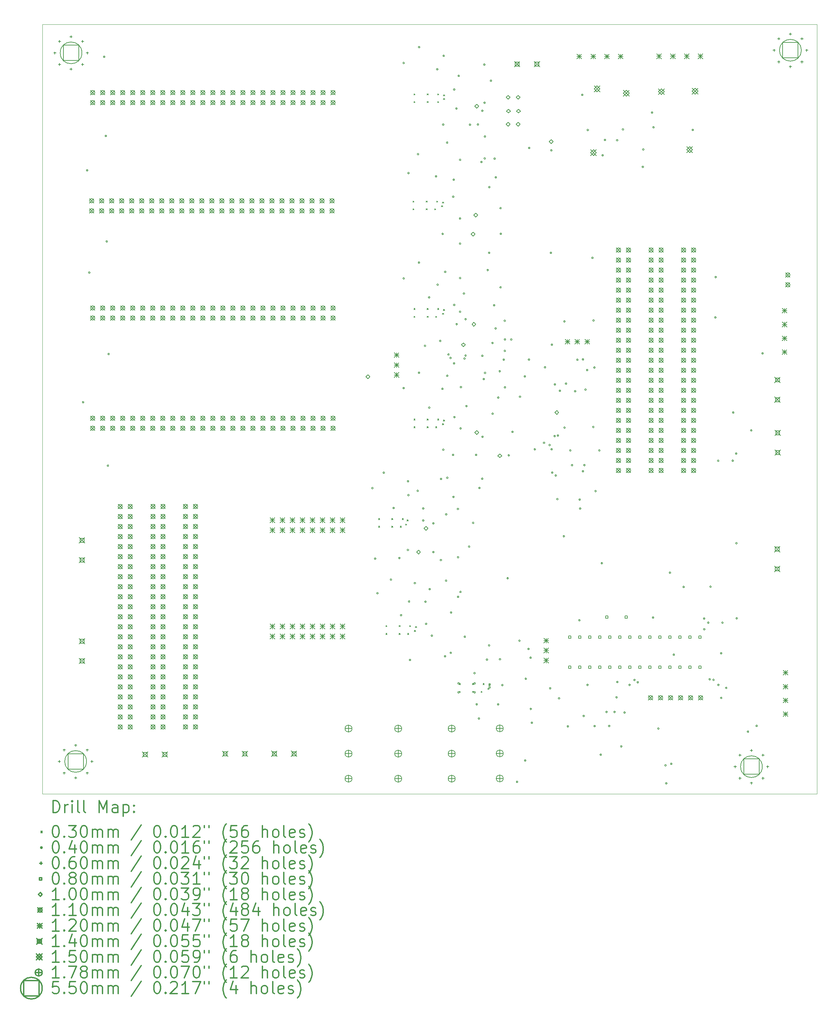
<source format=gbr>
%FSLAX45Y45*%
G04 Gerber Fmt 4.5, Leading zero omitted, Abs format (unit mm)*
G04 Created by KiCad (PCBNEW 4.0.4-stable) date 08/02/17 07:21:21*
%MOMM*%
%LPD*%
G01*
G04 APERTURE LIST*
%ADD10C,0.127000*%
%ADD11C,0.100000*%
%ADD12C,0.200000*%
%ADD13C,0.300000*%
G04 APERTURE END LIST*
D10*
D11*
X1772920Y-21031200D02*
X1772920Y-1526540D01*
X21417280Y-21031200D02*
X1772920Y-21031200D01*
X21417280Y-1524000D02*
X21417280Y-21031200D01*
X1772920Y-1524000D02*
X21417280Y-1524000D01*
D12*
X10294606Y-14046186D02*
X10324606Y-14076186D01*
X10324606Y-14046186D02*
X10294606Y-14076186D01*
X10294606Y-14243036D02*
X10324606Y-14273036D01*
X10324606Y-14243036D02*
X10294606Y-14273036D01*
X10481550Y-16761446D02*
X10511550Y-16791446D01*
X10511550Y-16761446D02*
X10481550Y-16791446D01*
X10481550Y-16958296D02*
X10511550Y-16988296D01*
X10511550Y-16958296D02*
X10481550Y-16988296D01*
X10631156Y-14046186D02*
X10661156Y-14076186D01*
X10661156Y-14046186D02*
X10631156Y-14076186D01*
X10631156Y-14243036D02*
X10661156Y-14273036D01*
X10661156Y-14243036D02*
X10631156Y-14273036D01*
X10818100Y-16761446D02*
X10848100Y-16791446D01*
X10848100Y-16761446D02*
X10818100Y-16791446D01*
X10818100Y-16958296D02*
X10848100Y-16988296D01*
X10848100Y-16958296D02*
X10818100Y-16988296D01*
X10847056Y-14243036D02*
X10877056Y-14273036D01*
X10877056Y-14243036D02*
X10847056Y-14273036D01*
X10897856Y-14046186D02*
X10927856Y-14076186D01*
X10927856Y-14046186D02*
X10897856Y-14076186D01*
X10983200Y-14188680D02*
X11013200Y-14218680D01*
X11013200Y-14188680D02*
X10983200Y-14218680D01*
X11021300Y-14079460D02*
X11051300Y-14109460D01*
X11051300Y-14079460D02*
X11021300Y-14109460D01*
X11034000Y-16958296D02*
X11064000Y-16988296D01*
X11064000Y-16958296D02*
X11034000Y-16988296D01*
X11084800Y-16761446D02*
X11114800Y-16791446D01*
X11114800Y-16761446D02*
X11084800Y-16791446D01*
X11167350Y-5998450D02*
X11197350Y-6028450D01*
X11197350Y-5998450D02*
X11167350Y-6028450D01*
X11167350Y-6195300D02*
X11197350Y-6225300D01*
X11197350Y-6195300D02*
X11167350Y-6225300D01*
X11192750Y-3280650D02*
X11222750Y-3310650D01*
X11222750Y-3280650D02*
X11192750Y-3310650D01*
X11192750Y-3477500D02*
X11222750Y-3507500D01*
X11222750Y-3477500D02*
X11192750Y-3507500D01*
X11192750Y-8723870D02*
X11222750Y-8753870D01*
X11222750Y-8723870D02*
X11192750Y-8753870D01*
X11192750Y-8920720D02*
X11222750Y-8950720D01*
X11222750Y-8920720D02*
X11192750Y-8950720D01*
X11192750Y-11522950D02*
X11222750Y-11552950D01*
X11222750Y-11522950D02*
X11192750Y-11552950D01*
X11192750Y-11719800D02*
X11222750Y-11749800D01*
X11222750Y-11719800D02*
X11192750Y-11749800D01*
X11205450Y-16882096D02*
X11235450Y-16912096D01*
X11235450Y-16882096D02*
X11205450Y-16912096D01*
X11230850Y-16786846D02*
X11260850Y-16816846D01*
X11260850Y-16786846D02*
X11230850Y-16816846D01*
X11503900Y-5998450D02*
X11533900Y-6028450D01*
X11533900Y-5998450D02*
X11503900Y-6028450D01*
X11503900Y-6195300D02*
X11533900Y-6225300D01*
X11533900Y-6195300D02*
X11503900Y-6225300D01*
X11529300Y-3280650D02*
X11559300Y-3310650D01*
X11559300Y-3280650D02*
X11529300Y-3310650D01*
X11529300Y-3477500D02*
X11559300Y-3507500D01*
X11559300Y-3477500D02*
X11529300Y-3507500D01*
X11529300Y-8723870D02*
X11559300Y-8753870D01*
X11559300Y-8723870D02*
X11529300Y-8753870D01*
X11529300Y-8920720D02*
X11559300Y-8950720D01*
X11559300Y-8920720D02*
X11529300Y-8950720D01*
X11529300Y-11522950D02*
X11559300Y-11552950D01*
X11559300Y-11522950D02*
X11529300Y-11552950D01*
X11529300Y-11719800D02*
X11559300Y-11749800D01*
X11559300Y-11719800D02*
X11529300Y-11749800D01*
X11719800Y-6195300D02*
X11749800Y-6225300D01*
X11749800Y-6195300D02*
X11719800Y-6225300D01*
X11745200Y-8920720D02*
X11775200Y-8950720D01*
X11775200Y-8920720D02*
X11745200Y-8950720D01*
X11745200Y-11719800D02*
X11775200Y-11749800D01*
X11775200Y-11719800D02*
X11745200Y-11749800D01*
X11770600Y-5998450D02*
X11800600Y-6028450D01*
X11800600Y-5998450D02*
X11770600Y-6028450D01*
X11796000Y-3280650D02*
X11826000Y-3310650D01*
X11826000Y-3280650D02*
X11796000Y-3310650D01*
X11796000Y-3477500D02*
X11826000Y-3507500D01*
X11826000Y-3477500D02*
X11796000Y-3507500D01*
X11796000Y-8723870D02*
X11826000Y-8753870D01*
X11826000Y-8723870D02*
X11796000Y-8753870D01*
X11796000Y-11522950D02*
X11826000Y-11552950D01*
X11826000Y-11522950D02*
X11796000Y-11552950D01*
X11891250Y-6119100D02*
X11921250Y-6149100D01*
X11921250Y-6119100D02*
X11891250Y-6149100D01*
X11916650Y-6023850D02*
X11946650Y-6053850D01*
X11946650Y-6023850D02*
X11916650Y-6053850D01*
X11916650Y-8844520D02*
X11946650Y-8874520D01*
X11946650Y-8844520D02*
X11916650Y-8874520D01*
X11916650Y-11643600D02*
X11946650Y-11673600D01*
X11946650Y-11643600D02*
X11916650Y-11673600D01*
X11942050Y-3306050D02*
X11972050Y-3336050D01*
X11972050Y-3306050D02*
X11942050Y-3336050D01*
X11942050Y-3401300D02*
X11972050Y-3431300D01*
X11972050Y-3401300D02*
X11942050Y-3431300D01*
X11942050Y-8749270D02*
X11972050Y-8779270D01*
X11972050Y-8749270D02*
X11942050Y-8779270D01*
X11942050Y-11548350D02*
X11972050Y-11578350D01*
X11972050Y-11548350D02*
X11942050Y-11578350D01*
X12343370Y-18232614D02*
X12373370Y-18262614D01*
X12373370Y-18232614D02*
X12343370Y-18262614D01*
X12343370Y-18429464D02*
X12373370Y-18459464D01*
X12373370Y-18429464D02*
X12343370Y-18459464D01*
X12679920Y-18232614D02*
X12709920Y-18262614D01*
X12709920Y-18232614D02*
X12679920Y-18262614D01*
X12679920Y-18429464D02*
X12709920Y-18459464D01*
X12709920Y-18429464D02*
X12679920Y-18459464D01*
X12895820Y-18429464D02*
X12925820Y-18459464D01*
X12925820Y-18429464D02*
X12895820Y-18459464D01*
X12946620Y-18232614D02*
X12976620Y-18262614D01*
X12976620Y-18232614D02*
X12946620Y-18262614D01*
X13067270Y-18353264D02*
X13097270Y-18383264D01*
X13097270Y-18353264D02*
X13067270Y-18383264D01*
X13092670Y-18258014D02*
X13122670Y-18288014D01*
X13122670Y-18258014D02*
X13092670Y-18288014D01*
X2824160Y-11102340D02*
G75*
G03X2824160Y-11102340I-20000J0D01*
G01*
X2928300Y-5222240D02*
G75*
G03X2928300Y-5222240I-20000J0D01*
G01*
X2981640Y-7815580D02*
G75*
G03X2981640Y-7815580I-20000J0D01*
G01*
X3360100Y-2344420D02*
G75*
G03X3360100Y-2344420I-20000J0D01*
G01*
X3400740Y-4353560D02*
G75*
G03X3400740Y-4353560I-20000J0D01*
G01*
X3423600Y-7025640D02*
G75*
G03X3423600Y-7025640I-20000J0D01*
G01*
X3454080Y-12710160D02*
G75*
G03X3454080Y-12710160I-20000J0D01*
G01*
X3471860Y-9880600D02*
G75*
G03X3471860Y-9880600I-20000J0D01*
G01*
X10159680Y-13279120D02*
G75*
G03X10159680Y-13279120I-20000J0D01*
G01*
X10230800Y-15067280D02*
G75*
G03X10230800Y-15067280I-20000J0D01*
G01*
X10289220Y-15943580D02*
G75*
G03X10289220Y-15943580I-20000J0D01*
G01*
X10449240Y-12887960D02*
G75*
G03X10449240Y-12887960I-20000J0D01*
G01*
X10632120Y-15598140D02*
G75*
G03X10632120Y-15598140I-20000J0D01*
G01*
X10700700Y-13784580D02*
G75*
G03X10700700Y-13784580I-20000J0D01*
G01*
X10845480Y-15052040D02*
G75*
G03X10845480Y-15052040I-20000J0D01*
G01*
X10888660Y-16499840D02*
G75*
G03X10888660Y-16499840I-20000J0D01*
G01*
X10954700Y-2501900D02*
G75*
G03X10954700Y-2501900I-20000J0D01*
G01*
X10954700Y-7962900D02*
G75*
G03X10954700Y-7962900I-20000J0D01*
G01*
X10954700Y-10744200D02*
G75*
G03X10954700Y-10744200I-20000J0D01*
G01*
X11061888Y-14846808D02*
G75*
G03X11061888Y-14846808I-20000J0D01*
G01*
X11063920Y-13103860D02*
G75*
G03X11063920Y-13103860I-20000J0D01*
G01*
X11074080Y-13456920D02*
G75*
G03X11074080Y-13456920I-20000J0D01*
G01*
X11076620Y-5293360D02*
G75*
G03X11076620Y-5293360I-20000J0D01*
G01*
X11091860Y-16154400D02*
G75*
G03X11091860Y-16154400I-20000J0D01*
G01*
X11114720Y-17635220D02*
G75*
G03X11114720Y-17635220I-20000J0D01*
G01*
X11236640Y-15687040D02*
G75*
G03X11236640Y-15687040I-20000J0D01*
G01*
X11310300Y-13347700D02*
G75*
G03X11310300Y-13347700I-20000J0D01*
G01*
X11317920Y-4813300D02*
G75*
G03X11317920Y-4813300I-20000J0D01*
G01*
X11340780Y-7561580D02*
G75*
G03X11340780Y-7561580I-20000J0D01*
G01*
X11343320Y-10353040D02*
G75*
G03X11343320Y-10353040I-20000J0D01*
G01*
X11345860Y-2100580D02*
G75*
G03X11345860Y-2100580I-20000J0D01*
G01*
X11450000Y-13794740D02*
G75*
G03X11450000Y-13794740I-20000J0D01*
G01*
X11450000Y-14099540D02*
G75*
G03X11450000Y-14099540I-20000J0D01*
G01*
X11495720Y-9672320D02*
G75*
G03X11495720Y-9672320I-20000J0D01*
G01*
X11505880Y-16159480D02*
G75*
G03X11505880Y-16159480I-20000J0D01*
G01*
X11523660Y-16720820D02*
G75*
G03X11523660Y-16720820I-20000J0D01*
G01*
X11599860Y-8442960D02*
G75*
G03X11599860Y-8442960I-20000J0D01*
G01*
X11602400Y-11239500D02*
G75*
G03X11602400Y-11239500I-20000J0D01*
G01*
X11615100Y-15841980D02*
G75*
G03X11615100Y-15841980I-20000J0D01*
G01*
X11668440Y-17020540D02*
G75*
G03X11668440Y-17020540I-20000J0D01*
G01*
X11706540Y-14173200D02*
G75*
G03X11706540Y-14173200I-20000J0D01*
G01*
X11706540Y-14902180D02*
G75*
G03X11706540Y-14902180I-20000J0D01*
G01*
X11775120Y-5374640D02*
G75*
G03X11775120Y-5374640I-20000J0D01*
G01*
X11805600Y-2661920D02*
G75*
G03X11805600Y-2661920I-20000J0D01*
G01*
X11815760Y-8122920D02*
G75*
G03X11815760Y-8122920I-20000J0D01*
G01*
X11881800Y-9547860D02*
G75*
G03X11881800Y-9547860I-20000J0D01*
G01*
X11897040Y-15102840D02*
G75*
G03X11897040Y-15102840I-20000J0D01*
G01*
X11902120Y-13045440D02*
G75*
G03X11902120Y-13045440I-20000J0D01*
G01*
X11937680Y-10761980D02*
G75*
G03X11937680Y-10761980I-20000J0D01*
G01*
X11942760Y-6835140D02*
G75*
G03X11942760Y-6835140I-20000J0D01*
G01*
X11958000Y-4064000D02*
G75*
G03X11958000Y-4064000I-20000J0D01*
G01*
X11958000Y-12306300D02*
G75*
G03X11958000Y-12306300I-20000J0D01*
G01*
X11968160Y-2321560D02*
G75*
G03X11968160Y-2321560I-20000J0D01*
G01*
X12003720Y-17543780D02*
G75*
G03X12003720Y-17543780I-20000J0D01*
G01*
X12008800Y-7797800D02*
G75*
G03X12008800Y-7797800I-20000J0D01*
G01*
X12029120Y-15626080D02*
G75*
G03X12029120Y-15626080I-20000J0D01*
G01*
X12034200Y-13944600D02*
G75*
G03X12034200Y-13944600I-20000J0D01*
G01*
X12057060Y-4521200D02*
G75*
G03X12057060Y-4521200I-20000J0D01*
G01*
X12059600Y-10431780D02*
G75*
G03X12059600Y-10431780I-20000J0D01*
G01*
X12059600Y-13017500D02*
G75*
G03X12059600Y-13017500I-20000J0D01*
G01*
X12090080Y-9890760D02*
G75*
G03X12090080Y-9890760I-20000J0D01*
G01*
X12143420Y-9979660D02*
G75*
G03X12143420Y-9979660I-20000J0D01*
G01*
X12148500Y-17454880D02*
G75*
G03X12148500Y-17454880I-20000J0D01*
G01*
X12156120Y-16431260D02*
G75*
G03X12156120Y-16431260I-20000J0D01*
G01*
X12206920Y-12435840D02*
G75*
G03X12206920Y-12435840I-20000J0D01*
G01*
X12212000Y-5892800D02*
G75*
G03X12212000Y-5892800I-20000J0D01*
G01*
X12217080Y-13502640D02*
G75*
G03X12217080Y-13502640I-20000J0D01*
G01*
X12222160Y-5461000D02*
G75*
G03X12222160Y-5461000I-20000J0D01*
G01*
X12232320Y-10119360D02*
G75*
G03X12232320Y-10119360I-20000J0D01*
G01*
X12237400Y-3175000D02*
G75*
G03X12237400Y-3175000I-20000J0D01*
G01*
X12237400Y-8636000D02*
G75*
G03X12237400Y-8636000I-20000J0D01*
G01*
X12239940Y-11478260D02*
G75*
G03X12239940Y-11478260I-20000J0D01*
G01*
X12290740Y-3655060D02*
G75*
G03X12290740Y-3655060I-20000J0D01*
G01*
X12298360Y-9123680D02*
G75*
G03X12298360Y-9123680I-20000J0D01*
G01*
X12328840Y-13807440D02*
G75*
G03X12328840Y-13807440I-20000J0D01*
G01*
X12333920Y-15031720D02*
G75*
G03X12333920Y-15031720I-20000J0D01*
G01*
X12333920Y-16037560D02*
G75*
G03X12333920Y-16037560I-20000J0D01*
G01*
X12346620Y-18228564D02*
G75*
G03X12346620Y-18228564I-20000J0D01*
G01*
X12346620Y-18457164D02*
G75*
G03X12346620Y-18457164I-20000J0D01*
G01*
X12349160Y-2829560D02*
G75*
G03X12349160Y-2829560I-20000J0D01*
G01*
X12382180Y-6443980D02*
G75*
G03X12382180Y-6443980I-20000J0D01*
G01*
X12384720Y-4958080D02*
G75*
G03X12384720Y-4958080I-20000J0D01*
G01*
X12384720Y-7081520D02*
G75*
G03X12384720Y-7081520I-20000J0D01*
G01*
X12384720Y-7955280D02*
G75*
G03X12384720Y-7955280I-20000J0D01*
G01*
X12384720Y-8808720D02*
G75*
G03X12384720Y-8808720I-20000J0D01*
G01*
X12394880Y-15910560D02*
G75*
G03X12394880Y-15910560I-20000J0D01*
G01*
X12397420Y-11765280D02*
G75*
G03X12397420Y-11765280I-20000J0D01*
G01*
X12405040Y-10718800D02*
G75*
G03X12405040Y-10718800I-20000J0D01*
G01*
X12481240Y-8346440D02*
G75*
G03X12481240Y-8346440I-20000J0D01*
G01*
X12496480Y-9994900D02*
G75*
G03X12496480Y-9994900I-20000J0D01*
G01*
X12504100Y-17045940D02*
G75*
G03X12504100Y-17045940I-20000J0D01*
G01*
X12524420Y-8996680D02*
G75*
G03X12524420Y-8996680I-20000J0D01*
G01*
X12524420Y-9918700D02*
G75*
G03X12524420Y-9918700I-20000J0D01*
G01*
X12544740Y-11198860D02*
G75*
G03X12544740Y-11198860I-20000J0D01*
G01*
X12613320Y-14762480D02*
G75*
G03X12613320Y-14762480I-20000J0D01*
G01*
X12636180Y-4066540D02*
G75*
G03X12636180Y-4066540I-20000J0D01*
G01*
X12714920Y-14160500D02*
G75*
G03X12714920Y-14160500I-20000J0D01*
G01*
X12750480Y-17970500D02*
G75*
G03X12750480Y-17970500I-20000J0D01*
G01*
X12753020Y-18228564D02*
G75*
G03X12753020Y-18228564I-20000J0D01*
G01*
X12753020Y-18457164D02*
G75*
G03X12753020Y-18457164I-20000J0D01*
G01*
X12791120Y-12435840D02*
G75*
G03X12791120Y-12435840I-20000J0D01*
G01*
X12806360Y-18760440D02*
G75*
G03X12806360Y-18760440I-20000J0D01*
G01*
X12836840Y-4061460D02*
G75*
G03X12836840Y-4061460I-20000J0D01*
G01*
X12862240Y-19121120D02*
G75*
G03X12862240Y-19121120I-20000J0D01*
G01*
X12874940Y-13276580D02*
G75*
G03X12874940Y-13276580I-20000J0D01*
G01*
X12925740Y-5013960D02*
G75*
G03X12925740Y-5013960I-20000J0D01*
G01*
X12946060Y-13040360D02*
G75*
G03X12946060Y-13040360I-20000J0D01*
G01*
X12948600Y-3713480D02*
G75*
G03X12948600Y-3713480I-20000J0D01*
G01*
X12948600Y-9926320D02*
G75*
G03X12948600Y-9926320I-20000J0D01*
G01*
X12953680Y-11978640D02*
G75*
G03X12953680Y-11978640I-20000J0D01*
G01*
X12984160Y-10515600D02*
G75*
G03X12984160Y-10515600I-20000J0D01*
G01*
X12999400Y-2542540D02*
G75*
G03X12999400Y-2542540I-20000J0D01*
G01*
X13004480Y-3510280D02*
G75*
G03X13004480Y-3510280I-20000J0D01*
G01*
X13009560Y-4922520D02*
G75*
G03X13009560Y-4922520I-20000J0D01*
G01*
X13014640Y-4366260D02*
G75*
G03X13014640Y-4366260I-20000J0D01*
G01*
X13017180Y-10358120D02*
G75*
G03X13017180Y-10358120I-20000J0D01*
G01*
X13065440Y-17627600D02*
G75*
G03X13065440Y-17627600I-20000J0D01*
G01*
X13085760Y-7752080D02*
G75*
G03X13085760Y-7752080I-20000J0D01*
G01*
X13121320Y-7312660D02*
G75*
G03X13121320Y-7312660I-20000J0D01*
G01*
X13121320Y-17266920D02*
G75*
G03X13121320Y-17266920I-20000J0D01*
G01*
X13126400Y-5648960D02*
G75*
G03X13126400Y-5648960I-20000J0D01*
G01*
X13134020Y-18253964D02*
G75*
G03X13134020Y-18253964I-20000J0D01*
G01*
X13134020Y-18330164D02*
G75*
G03X13134020Y-18330164I-20000J0D01*
G01*
X13167040Y-2951480D02*
G75*
G03X13167040Y-2951480I-20000J0D01*
G01*
X13205140Y-9598660D02*
G75*
G03X13205140Y-9598660I-20000J0D01*
G01*
X13210220Y-11394440D02*
G75*
G03X13210220Y-11394440I-20000J0D01*
G01*
X13248320Y-8646160D02*
G75*
G03X13248320Y-8646160I-20000J0D01*
G01*
X13261020Y-4927600D02*
G75*
G03X13261020Y-4927600I-20000J0D01*
G01*
X13286420Y-9230360D02*
G75*
G03X13286420Y-9230360I-20000J0D01*
G01*
X13288960Y-5402580D02*
G75*
G03X13288960Y-5402580I-20000J0D01*
G01*
X13349920Y-18760440D02*
G75*
G03X13349920Y-18760440I-20000J0D01*
G01*
X13352460Y-10982960D02*
G75*
G03X13352460Y-10982960I-20000J0D01*
G01*
X13390560Y-10317480D02*
G75*
G03X13390560Y-10317480I-20000J0D01*
G01*
X13395640Y-17617440D02*
G75*
G03X13395640Y-17617440I-20000J0D01*
G01*
X13410880Y-6182360D02*
G75*
G03X13410880Y-6182360I-20000J0D01*
G01*
X13410880Y-8188960D02*
G75*
G03X13410880Y-8188960I-20000J0D01*
G01*
X13415960Y-6832600D02*
G75*
G03X13415960Y-6832600I-20000J0D01*
G01*
X13456600Y-18272760D02*
G75*
G03X13456600Y-18272760I-20000J0D01*
G01*
X13492160Y-10022840D02*
G75*
G03X13492160Y-10022840I-20000J0D01*
G01*
X13517560Y-9037320D02*
G75*
G03X13517560Y-9037320I-20000J0D01*
G01*
X13520100Y-9799320D02*
G75*
G03X13520100Y-9799320I-20000J0D01*
G01*
X13522640Y-9509760D02*
G75*
G03X13522640Y-9509760I-20000J0D01*
G01*
X13522640Y-10723880D02*
G75*
G03X13522640Y-10723880I-20000J0D01*
G01*
X13591220Y-15565120D02*
G75*
G03X13591220Y-15565120I-20000J0D01*
G01*
X13619160Y-12448540D02*
G75*
G03X13619160Y-12448540I-20000J0D01*
G01*
X13682660Y-9512300D02*
G75*
G03X13682660Y-9512300I-20000J0D01*
G01*
X13713140Y-11854180D02*
G75*
G03X13713140Y-11854180I-20000J0D01*
G01*
X13829980Y-20726400D02*
G75*
G03X13829980Y-20726400I-20000J0D01*
G01*
X13890940Y-17150080D02*
G75*
G03X13890940Y-17150080I-20000J0D01*
G01*
X13903640Y-10962640D02*
G75*
G03X13903640Y-10962640I-20000J0D01*
G01*
X14025560Y-10447020D02*
G75*
G03X14025560Y-10447020I-20000J0D01*
G01*
X14035720Y-20182840D02*
G75*
G03X14035720Y-20182840I-20000J0D01*
G01*
X14050960Y-18112740D02*
G75*
G03X14050960Y-18112740I-20000J0D01*
G01*
X14119540Y-17358360D02*
G75*
G03X14119540Y-17358360I-20000J0D01*
G01*
X14132240Y-10020300D02*
G75*
G03X14132240Y-10020300I-20000J0D01*
G01*
X14137320Y-4658360D02*
G75*
G03X14137320Y-4658360I-20000J0D01*
G01*
X14172880Y-17576800D02*
G75*
G03X14172880Y-17576800I-20000J0D01*
G01*
X14177960Y-18877280D02*
G75*
G03X14177960Y-18877280I-20000J0D01*
G01*
X14203360Y-19227800D02*
G75*
G03X14203360Y-19227800I-20000J0D01*
G01*
X14279560Y-12296140D02*
G75*
G03X14279560Y-12296140I-20000J0D01*
G01*
X14513240Y-12131040D02*
G75*
G03X14513240Y-12131040I-20000J0D01*
G01*
X14538640Y-10215880D02*
G75*
G03X14538640Y-10215880I-20000J0D01*
G01*
X14655480Y-12186920D02*
G75*
G03X14655480Y-12186920I-20000J0D01*
G01*
X14668180Y-18354040D02*
G75*
G03X14668180Y-18354040I-20000J0D01*
G01*
X14685960Y-7315200D02*
G75*
G03X14685960Y-7315200I-20000J0D01*
G01*
X14698660Y-4716780D02*
G75*
G03X14698660Y-4716780I-20000J0D01*
G01*
X14706280Y-12293600D02*
G75*
G03X14706280Y-12293600I-20000J0D01*
G01*
X14713900Y-9641840D02*
G75*
G03X14713900Y-9641840I-20000J0D01*
G01*
X14721520Y-12885420D02*
G75*
G03X14721520Y-12885420I-20000J0D01*
G01*
X14782480Y-11960860D02*
G75*
G03X14782480Y-11960860I-20000J0D01*
G01*
X14787560Y-10650220D02*
G75*
G03X14787560Y-10650220I-20000J0D01*
G01*
X14810420Y-12959080D02*
G75*
G03X14810420Y-12959080I-20000J0D01*
G01*
X14851060Y-13558520D02*
G75*
G03X14851060Y-13558520I-20000J0D01*
G01*
X14863760Y-11945620D02*
G75*
G03X14863760Y-11945620I-20000J0D01*
G01*
X14894240Y-18608040D02*
G75*
G03X14894240Y-18608040I-20000J0D01*
G01*
X14914560Y-10812780D02*
G75*
G03X14914560Y-10812780I-20000J0D01*
G01*
X15016160Y-14500860D02*
G75*
G03X15016160Y-14500860I-20000J0D01*
G01*
X15031400Y-9052560D02*
G75*
G03X15031400Y-9052560I-20000J0D01*
G01*
X15033940Y-11747500D02*
G75*
G03X15033940Y-11747500I-20000J0D01*
G01*
X15072040Y-10629900D02*
G75*
G03X15072040Y-10629900I-20000J0D01*
G01*
X15117760Y-19319240D02*
G75*
G03X15117760Y-19319240I-20000J0D01*
G01*
X15178720Y-12324080D02*
G75*
G03X15178720Y-12324080I-20000J0D01*
G01*
X15224440Y-12697460D02*
G75*
G03X15224440Y-12697460I-20000J0D01*
G01*
X15303180Y-10822940D02*
G75*
G03X15303180Y-10822940I-20000J0D01*
G01*
X15359060Y-10025380D02*
G75*
G03X15359060Y-10025380I-20000J0D01*
G01*
X15409860Y-16629380D02*
G75*
G03X15409860Y-16629380I-20000J0D01*
G01*
X15417480Y-13571220D02*
G75*
G03X15417480Y-13571220I-20000J0D01*
G01*
X15430180Y-13797280D02*
G75*
G03X15430180Y-13797280I-20000J0D01*
G01*
X15483520Y-3309620D02*
G75*
G03X15483520Y-3309620I-20000J0D01*
G01*
X15501300Y-10017760D02*
G75*
G03X15501300Y-10017760I-20000J0D01*
G01*
X15501300Y-12852400D02*
G75*
G03X15501300Y-12852400I-20000J0D01*
G01*
X15519080Y-19055080D02*
G75*
G03X15519080Y-19055080I-20000J0D01*
G01*
X15536860Y-12697460D02*
G75*
G03X15536860Y-12697460I-20000J0D01*
G01*
X15564800Y-10782300D02*
G75*
G03X15564800Y-10782300I-20000J0D01*
G01*
X15607980Y-10287000D02*
G75*
G03X15607980Y-10287000I-20000J0D01*
G01*
X15615600Y-18267680D02*
G75*
G03X15615600Y-18267680I-20000J0D01*
G01*
X15623220Y-4201160D02*
G75*
G03X15623220Y-4201160I-20000J0D01*
G01*
X15742600Y-7442200D02*
G75*
G03X15742600Y-7442200I-20000J0D01*
G01*
X15762920Y-11729720D02*
G75*
G03X15762920Y-11729720I-20000J0D01*
G01*
X15768000Y-9029700D02*
G75*
G03X15768000Y-9029700I-20000J0D01*
G01*
X15790860Y-10220960D02*
G75*
G03X15790860Y-10220960I-20000J0D01*
G01*
X15795940Y-19311620D02*
G75*
G03X15795940Y-19311620I-20000J0D01*
G01*
X15821340Y-13355320D02*
G75*
G03X15821340Y-13355320I-20000J0D01*
G01*
X15915320Y-12324080D02*
G75*
G03X15915320Y-12324080I-20000J0D01*
G01*
X15950880Y-20038060D02*
G75*
G03X15950880Y-20038060I-20000J0D01*
G01*
X15978820Y-15184120D02*
G75*
G03X15978820Y-15184120I-20000J0D01*
G01*
X16000000Y-4842700D02*
G75*
G03X16000000Y-4842700I-20000J0D01*
G01*
X16060100Y-4452620D02*
G75*
G03X16060100Y-4452620I-20000J0D01*
G01*
X16098200Y-18953480D02*
G75*
G03X16098200Y-18953480I-20000J0D01*
G01*
X16166780Y-19309080D02*
G75*
G03X16166780Y-19309080I-20000J0D01*
G01*
X16301400Y-18953480D02*
G75*
G03X16301400Y-18953480I-20000J0D01*
G01*
X16352200Y-18582640D02*
G75*
G03X16352200Y-18582640I-20000J0D01*
G01*
X16367440Y-4460240D02*
G75*
G03X16367440Y-4460240I-20000J0D01*
G01*
X16372520Y-18194020D02*
G75*
G03X16372520Y-18194020I-20000J0D01*
G01*
X16471580Y-19827240D02*
G75*
G03X16471580Y-19827240I-20000J0D01*
G01*
X16514760Y-4185920D02*
G75*
G03X16514760Y-4185920I-20000J0D01*
G01*
X16555400Y-18968720D02*
G75*
G03X16555400Y-18968720I-20000J0D01*
G01*
X16682400Y-18267680D02*
G75*
G03X16682400Y-18267680I-20000J0D01*
G01*
X16806860Y-18143220D02*
G75*
G03X16806860Y-18143220I-20000J0D01*
G01*
X16890680Y-18201640D02*
G75*
G03X16890680Y-18201640I-20000J0D01*
G01*
X17017680Y-5135880D02*
G75*
G03X17017680Y-5135880I-20000J0D01*
G01*
X17030380Y-4693920D02*
G75*
G03X17030380Y-4693920I-20000J0D01*
G01*
X17253900Y-3759200D02*
G75*
G03X17253900Y-3759200I-20000J0D01*
G01*
X17276760Y-16560800D02*
G75*
G03X17276760Y-16560800I-20000J0D01*
G01*
X17289460Y-4132580D02*
G75*
G03X17289460Y-4132580I-20000J0D01*
G01*
X17413920Y-19375120D02*
G75*
G03X17413920Y-19375120I-20000J0D01*
G01*
X17594260Y-20307300D02*
G75*
G03X17594260Y-20307300I-20000J0D01*
G01*
X17614580Y-20761960D02*
G75*
G03X17614580Y-20761960I-20000J0D01*
G01*
X17706020Y-15422880D02*
G75*
G03X17706020Y-15422880I-20000J0D01*
G01*
X17741580Y-20269200D02*
G75*
G03X17741580Y-20269200I-20000J0D01*
G01*
X17805080Y-17500600D02*
G75*
G03X17805080Y-17500600I-20000J0D01*
G01*
X18054040Y-15784440D02*
G75*
G03X18054040Y-15784440I-20000J0D01*
G01*
X18285140Y-4201160D02*
G75*
G03X18285140Y-4201160I-20000J0D01*
G01*
X18574700Y-16586200D02*
G75*
G03X18574700Y-16586200I-20000J0D01*
G01*
X18577240Y-16857980D02*
G75*
G03X18577240Y-16857980I-20000J0D01*
G01*
X18678840Y-16690340D02*
G75*
G03X18678840Y-16690340I-20000J0D01*
G01*
X18714400Y-18125440D02*
G75*
G03X18714400Y-18125440I-20000J0D01*
G01*
X18734720Y-15778480D02*
G75*
G03X18734720Y-15778480I-20000J0D01*
G01*
X18810920Y-18140680D02*
G75*
G03X18810920Y-18140680I-20000J0D01*
G01*
X18859180Y-8950960D02*
G75*
G03X18859180Y-8950960I-20000J0D01*
G01*
X18866800Y-7929880D02*
G75*
G03X18866800Y-7929880I-20000J0D01*
G01*
X18930300Y-12584430D02*
G75*
G03X18930300Y-12584430I-20000J0D01*
G01*
X18935380Y-18267680D02*
G75*
G03X18935380Y-18267680I-20000J0D01*
G01*
X19006500Y-17467580D02*
G75*
G03X19006500Y-17467580I-20000J0D01*
G01*
X19006500Y-18597880D02*
G75*
G03X19006500Y-18597880I-20000J0D01*
G01*
X19039520Y-16690340D02*
G75*
G03X19039520Y-16690340I-20000J0D01*
G01*
X19133500Y-18343880D02*
G75*
G03X19133500Y-18343880I-20000J0D01*
G01*
X19298600Y-12584430D02*
G75*
G03X19298600Y-12584430I-20000J0D01*
G01*
X19311300Y-11363960D02*
G75*
G03X19311300Y-11363960I-20000J0D01*
G01*
X19386230Y-12405360D02*
G75*
G03X19386230Y-12405360I-20000J0D01*
G01*
X19392580Y-14676120D02*
G75*
G03X19392580Y-14676120I-20000J0D01*
G01*
X19400000Y-16580000D02*
G75*
G03X19400000Y-16580000I-20000J0D01*
G01*
X19684680Y-19453860D02*
G75*
G03X19684680Y-19453860I-20000J0D01*
G01*
X19768500Y-11816080D02*
G75*
G03X19768500Y-11816080I-20000J0D01*
G01*
X19905660Y-19306540D02*
G75*
G03X19905660Y-19306540I-20000J0D01*
G01*
X20055520Y-9862820D02*
G75*
G03X20055520Y-9862820I-20000J0D01*
G01*
X2086860Y-2215360D02*
X2086860Y-2275360D01*
X2056860Y-2245360D02*
X2116860Y-2245360D01*
X2203700Y-20178240D02*
X2203700Y-20238240D01*
X2173700Y-20208240D02*
X2233700Y-20208240D01*
X2206679Y-1922678D02*
X2206679Y-1982678D01*
X2176679Y-1952678D02*
X2236679Y-1952678D01*
X2206679Y-2508042D02*
X2206679Y-2568042D01*
X2176679Y-2538042D02*
X2236679Y-2538042D01*
X2323519Y-19885559D02*
X2323519Y-19945559D01*
X2293519Y-19915559D02*
X2353519Y-19915559D01*
X2323519Y-20470922D02*
X2323519Y-20530922D01*
X2293519Y-20500922D02*
X2353519Y-20500922D01*
X2499360Y-1802860D02*
X2499360Y-1862860D01*
X2469360Y-1832860D02*
X2529360Y-1832860D01*
X2499360Y-2627860D02*
X2499360Y-2687860D01*
X2469360Y-2657860D02*
X2529360Y-2657860D01*
X2616200Y-19765740D02*
X2616200Y-19825740D01*
X2586200Y-19795740D02*
X2646200Y-19795740D01*
X2616200Y-20590740D02*
X2616200Y-20650740D01*
X2586200Y-20620740D02*
X2646200Y-20620740D01*
X2792042Y-1922678D02*
X2792042Y-1982678D01*
X2762042Y-1952678D02*
X2822041Y-1952678D01*
X2792042Y-2508042D02*
X2792042Y-2568042D01*
X2762042Y-2538042D02*
X2822041Y-2538042D01*
X2908881Y-19885559D02*
X2908881Y-19945559D01*
X2878881Y-19915559D02*
X2938881Y-19915559D01*
X2908881Y-20470922D02*
X2908881Y-20530922D01*
X2878881Y-20500922D02*
X2938881Y-20500922D01*
X2911860Y-2215360D02*
X2911860Y-2275360D01*
X2881860Y-2245360D02*
X2941860Y-2245360D01*
X3028700Y-20178240D02*
X3028700Y-20238240D01*
X2998700Y-20208240D02*
X3058700Y-20208240D01*
X19341080Y-20310320D02*
X19341080Y-20370320D01*
X19311080Y-20340320D02*
X19371080Y-20340320D01*
X19460899Y-20017639D02*
X19460899Y-20077639D01*
X19430899Y-20047639D02*
X19490899Y-20047639D01*
X19460899Y-20603002D02*
X19460899Y-20663002D01*
X19430899Y-20633002D02*
X19490899Y-20633002D01*
X19753580Y-19897820D02*
X19753580Y-19957820D01*
X19723580Y-19927820D02*
X19783580Y-19927820D01*
X19753580Y-20722820D02*
X19753580Y-20782820D01*
X19723580Y-20752820D02*
X19783580Y-20752820D01*
X20046262Y-20017639D02*
X20046262Y-20077639D01*
X20016262Y-20047639D02*
X20076262Y-20047639D01*
X20046262Y-20603002D02*
X20046262Y-20663002D01*
X20016262Y-20633002D02*
X20076262Y-20633002D01*
X20166080Y-20310320D02*
X20166080Y-20370320D01*
X20136080Y-20340320D02*
X20196080Y-20340320D01*
X20329140Y-2149320D02*
X20329140Y-2209320D01*
X20299140Y-2179320D02*
X20359140Y-2179320D01*
X20448959Y-1856638D02*
X20448959Y-1916638D01*
X20418959Y-1886638D02*
X20478959Y-1886638D01*
X20448959Y-2442002D02*
X20448959Y-2502002D01*
X20418959Y-2472002D02*
X20478959Y-2472002D01*
X20741640Y-1736820D02*
X20741640Y-1796820D01*
X20711640Y-1766820D02*
X20771640Y-1766820D01*
X20741640Y-2561820D02*
X20741640Y-2621820D01*
X20711640Y-2591820D02*
X20771640Y-2591820D01*
X21034322Y-1856638D02*
X21034322Y-1916638D01*
X21004322Y-1886638D02*
X21064322Y-1886638D01*
X21034322Y-2442002D02*
X21034322Y-2502002D01*
X21004322Y-2472002D02*
X21064322Y-2472002D01*
X21154140Y-2149320D02*
X21154140Y-2209320D01*
X21124140Y-2179320D02*
X21184140Y-2179320D01*
X15176844Y-17081845D02*
X15176844Y-17025276D01*
X15120275Y-17025276D01*
X15120275Y-17081845D01*
X15176844Y-17081845D01*
X15176844Y-17843845D02*
X15176844Y-17787276D01*
X15120275Y-17787276D01*
X15120275Y-17843845D01*
X15176844Y-17843845D01*
X15430844Y-17081845D02*
X15430844Y-17025276D01*
X15374275Y-17025276D01*
X15374275Y-17081845D01*
X15430844Y-17081845D01*
X15430844Y-17843845D02*
X15430844Y-17787276D01*
X15374275Y-17787276D01*
X15374275Y-17843845D01*
X15430844Y-17843845D01*
X15684844Y-17081845D02*
X15684844Y-17025276D01*
X15628275Y-17025276D01*
X15628275Y-17081845D01*
X15684844Y-17081845D01*
X15684844Y-17843845D02*
X15684844Y-17787276D01*
X15628275Y-17787276D01*
X15628275Y-17843845D01*
X15684844Y-17843845D01*
X15938844Y-17081845D02*
X15938844Y-17025276D01*
X15882275Y-17025276D01*
X15882275Y-17081845D01*
X15938844Y-17081845D01*
X15938844Y-17843845D02*
X15938844Y-17787276D01*
X15882275Y-17787276D01*
X15882275Y-17843845D01*
X15938844Y-17843845D01*
X16116324Y-16578924D02*
X16116324Y-16522355D01*
X16059755Y-16522355D01*
X16059755Y-16578924D01*
X16116324Y-16578924D01*
X16192844Y-17081845D02*
X16192844Y-17025276D01*
X16136275Y-17025276D01*
X16136275Y-17081845D01*
X16192844Y-17081845D01*
X16192844Y-17843845D02*
X16192844Y-17787276D01*
X16136275Y-17787276D01*
X16136275Y-17843845D01*
X16192844Y-17843845D01*
X16446844Y-17081845D02*
X16446844Y-17025276D01*
X16390275Y-17025276D01*
X16390275Y-17081845D01*
X16446844Y-17081845D01*
X16446844Y-17843845D02*
X16446844Y-17787276D01*
X16390275Y-17787276D01*
X16390275Y-17843845D01*
X16446844Y-17843845D01*
X16604324Y-16578924D02*
X16604324Y-16522355D01*
X16547755Y-16522355D01*
X16547755Y-16578924D01*
X16604324Y-16578924D01*
X16700844Y-17081845D02*
X16700844Y-17025276D01*
X16644275Y-17025276D01*
X16644275Y-17081845D01*
X16700844Y-17081845D01*
X16700844Y-17843845D02*
X16700844Y-17787276D01*
X16644275Y-17787276D01*
X16644275Y-17843845D01*
X16700844Y-17843845D01*
X16954845Y-17081845D02*
X16954845Y-17025276D01*
X16898276Y-17025276D01*
X16898276Y-17081845D01*
X16954845Y-17081845D01*
X16954845Y-17843845D02*
X16954845Y-17787276D01*
X16898276Y-17787276D01*
X16898276Y-17843845D01*
X16954845Y-17843845D01*
X17208845Y-17081845D02*
X17208845Y-17025276D01*
X17152276Y-17025276D01*
X17152276Y-17081845D01*
X17208845Y-17081845D01*
X17208845Y-17843845D02*
X17208845Y-17787276D01*
X17152276Y-17787276D01*
X17152276Y-17843845D01*
X17208845Y-17843845D01*
X17462845Y-17081845D02*
X17462845Y-17025276D01*
X17406276Y-17025276D01*
X17406276Y-17081845D01*
X17462845Y-17081845D01*
X17462845Y-17843845D02*
X17462845Y-17787276D01*
X17406276Y-17787276D01*
X17406276Y-17843845D01*
X17462845Y-17843845D01*
X17716845Y-17081845D02*
X17716845Y-17025276D01*
X17660276Y-17025276D01*
X17660276Y-17081845D01*
X17716845Y-17081845D01*
X17716845Y-17843845D02*
X17716845Y-17787276D01*
X17660276Y-17787276D01*
X17660276Y-17843845D01*
X17716845Y-17843845D01*
X17970845Y-17081845D02*
X17970845Y-17025276D01*
X17914276Y-17025276D01*
X17914276Y-17081845D01*
X17970845Y-17081845D01*
X17970845Y-17843845D02*
X17970845Y-17787276D01*
X17914276Y-17787276D01*
X17914276Y-17843845D01*
X17970845Y-17843845D01*
X18224845Y-17081845D02*
X18224845Y-17025276D01*
X18168276Y-17025276D01*
X18168276Y-17081845D01*
X18224845Y-17081845D01*
X18224845Y-17843845D02*
X18224845Y-17787276D01*
X18168276Y-17787276D01*
X18168276Y-17843845D01*
X18224845Y-17843845D01*
X18478845Y-17081845D02*
X18478845Y-17025276D01*
X18422276Y-17025276D01*
X18422276Y-17081845D01*
X18478845Y-17081845D01*
X18478845Y-17843845D02*
X18478845Y-17787276D01*
X18422276Y-17787276D01*
X18422276Y-17843845D01*
X18478845Y-17843845D01*
X10030460Y-10507180D02*
X10080460Y-10457180D01*
X10030460Y-10407180D01*
X9980460Y-10457180D01*
X10030460Y-10507180D01*
X11310620Y-14949640D02*
X11360620Y-14899640D01*
X11310620Y-14849640D01*
X11260620Y-14899640D01*
X11310620Y-14949640D01*
X11501120Y-14352740D02*
X11551120Y-14302740D01*
X11501120Y-14252740D01*
X11451120Y-14302740D01*
X11501120Y-14352740D01*
X12446000Y-9696920D02*
X12496000Y-9646920D01*
X12446000Y-9596920D01*
X12396000Y-9646920D01*
X12446000Y-9696920D01*
X12694920Y-6890220D02*
X12744920Y-6840220D01*
X12694920Y-6790220D01*
X12644920Y-6840220D01*
X12694920Y-6890220D01*
X12715240Y-9173680D02*
X12765240Y-9123680D01*
X12715240Y-9073680D01*
X12665240Y-9123680D01*
X12715240Y-9173680D01*
X12760960Y-6405080D02*
X12810960Y-6355080D01*
X12760960Y-6305080D01*
X12710960Y-6355080D01*
X12760960Y-6405080D01*
X12786360Y-11916880D02*
X12836360Y-11866880D01*
X12786360Y-11816880D01*
X12736360Y-11866880D01*
X12786360Y-11916880D01*
X12788900Y-3646640D02*
X12838900Y-3596640D01*
X12788900Y-3546640D01*
X12738900Y-3596640D01*
X12788900Y-3646640D01*
X13370560Y-12508700D02*
X13420560Y-12458700D01*
X13370560Y-12408700D01*
X13320560Y-12458700D01*
X13370560Y-12508700D01*
X13581380Y-3423120D02*
X13631380Y-3373120D01*
X13581380Y-3323120D01*
X13531380Y-3373120D01*
X13581380Y-3423120D01*
X13586460Y-4103840D02*
X13636460Y-4053840D01*
X13586460Y-4003840D01*
X13536460Y-4053840D01*
X13586460Y-4103840D01*
X13594080Y-3771100D02*
X13644080Y-3721100D01*
X13594080Y-3671100D01*
X13544080Y-3721100D01*
X13594080Y-3771100D01*
X13835380Y-3423120D02*
X13885380Y-3373120D01*
X13835380Y-3323120D01*
X13785380Y-3373120D01*
X13835380Y-3423120D01*
X13840460Y-4103840D02*
X13890460Y-4053840D01*
X13840460Y-4003840D01*
X13790460Y-4053840D01*
X13840460Y-4103840D01*
X13848080Y-3771100D02*
X13898080Y-3721100D01*
X13848080Y-3671100D01*
X13798080Y-3721100D01*
X13848080Y-3771100D01*
X14676120Y-4543260D02*
X14726120Y-4493260D01*
X14676120Y-4443260D01*
X14626120Y-4493260D01*
X14676120Y-4543260D01*
X14815820Y-11408880D02*
X14865820Y-11358880D01*
X14815820Y-11308880D01*
X14765820Y-11358880D01*
X14815820Y-11408880D01*
X2967600Y-5939400D02*
X3077600Y-6049400D01*
X3077600Y-5939400D02*
X2967600Y-6049400D01*
X3077600Y-5994400D02*
G75*
G03X3077600Y-5994400I-55000J0D01*
G01*
X2967600Y-6193400D02*
X3077600Y-6303400D01*
X3077600Y-6193400D02*
X2967600Y-6303400D01*
X3077600Y-6248400D02*
G75*
G03X3077600Y-6248400I-55000J0D01*
G01*
X2993000Y-3196200D02*
X3103000Y-3306200D01*
X3103000Y-3196200D02*
X2993000Y-3306200D01*
X3103000Y-3251200D02*
G75*
G03X3103000Y-3251200I-55000J0D01*
G01*
X2993000Y-3450200D02*
X3103000Y-3560200D01*
X3103000Y-3450200D02*
X2993000Y-3560200D01*
X3103000Y-3505200D02*
G75*
G03X3103000Y-3505200I-55000J0D01*
G01*
X2993000Y-8657200D02*
X3103000Y-8767200D01*
X3103000Y-8657200D02*
X2993000Y-8767200D01*
X3103000Y-8712200D02*
G75*
G03X3103000Y-8712200I-55000J0D01*
G01*
X2993000Y-8911200D02*
X3103000Y-9021200D01*
X3103000Y-8911200D02*
X2993000Y-9021200D01*
X3103000Y-8966200D02*
G75*
G03X3103000Y-8966200I-55000J0D01*
G01*
X2993000Y-11451200D02*
X3103000Y-11561200D01*
X3103000Y-11451200D02*
X2993000Y-11561200D01*
X3103000Y-11506200D02*
G75*
G03X3103000Y-11506200I-55000J0D01*
G01*
X2993000Y-11705200D02*
X3103000Y-11815200D01*
X3103000Y-11705200D02*
X2993000Y-11815200D01*
X3103000Y-11760200D02*
G75*
G03X3103000Y-11760200I-55000J0D01*
G01*
X3221600Y-5939400D02*
X3331600Y-6049400D01*
X3331600Y-5939400D02*
X3221600Y-6049400D01*
X3331600Y-5994400D02*
G75*
G03X3331600Y-5994400I-55000J0D01*
G01*
X3221600Y-6193400D02*
X3331600Y-6303400D01*
X3331600Y-6193400D02*
X3221600Y-6303400D01*
X3331600Y-6248400D02*
G75*
G03X3331600Y-6248400I-55000J0D01*
G01*
X3247000Y-3196200D02*
X3357000Y-3306200D01*
X3357000Y-3196200D02*
X3247000Y-3306200D01*
X3357000Y-3251200D02*
G75*
G03X3357000Y-3251200I-55000J0D01*
G01*
X3247000Y-3450200D02*
X3357000Y-3560200D01*
X3357000Y-3450200D02*
X3247000Y-3560200D01*
X3357000Y-3505200D02*
G75*
G03X3357000Y-3505200I-55000J0D01*
G01*
X3247000Y-8657200D02*
X3357000Y-8767200D01*
X3357000Y-8657200D02*
X3247000Y-8767200D01*
X3357000Y-8712200D02*
G75*
G03X3357000Y-8712200I-55000J0D01*
G01*
X3247000Y-8911200D02*
X3357000Y-9021200D01*
X3357000Y-8911200D02*
X3247000Y-9021200D01*
X3357000Y-8966200D02*
G75*
G03X3357000Y-8966200I-55000J0D01*
G01*
X3247000Y-11451200D02*
X3357000Y-11561200D01*
X3357000Y-11451200D02*
X3247000Y-11561200D01*
X3357000Y-11506200D02*
G75*
G03X3357000Y-11506200I-55000J0D01*
G01*
X3247000Y-11705200D02*
X3357000Y-11815200D01*
X3357000Y-11705200D02*
X3247000Y-11815200D01*
X3357000Y-11760200D02*
G75*
G03X3357000Y-11760200I-55000J0D01*
G01*
X3475600Y-5939400D02*
X3585600Y-6049400D01*
X3585600Y-5939400D02*
X3475600Y-6049400D01*
X3585600Y-5994400D02*
G75*
G03X3585600Y-5994400I-55000J0D01*
G01*
X3475600Y-6193400D02*
X3585600Y-6303400D01*
X3585600Y-6193400D02*
X3475600Y-6303400D01*
X3585600Y-6248400D02*
G75*
G03X3585600Y-6248400I-55000J0D01*
G01*
X3501000Y-3196200D02*
X3611000Y-3306200D01*
X3611000Y-3196200D02*
X3501000Y-3306200D01*
X3611000Y-3251200D02*
G75*
G03X3611000Y-3251200I-55000J0D01*
G01*
X3501000Y-3450200D02*
X3611000Y-3560200D01*
X3611000Y-3450200D02*
X3501000Y-3560200D01*
X3611000Y-3505200D02*
G75*
G03X3611000Y-3505200I-55000J0D01*
G01*
X3501000Y-8657200D02*
X3611000Y-8767200D01*
X3611000Y-8657200D02*
X3501000Y-8767200D01*
X3611000Y-8712200D02*
G75*
G03X3611000Y-8712200I-55000J0D01*
G01*
X3501000Y-8911200D02*
X3611000Y-9021200D01*
X3611000Y-8911200D02*
X3501000Y-9021200D01*
X3611000Y-8966200D02*
G75*
G03X3611000Y-8966200I-55000J0D01*
G01*
X3501000Y-11451200D02*
X3611000Y-11561200D01*
X3611000Y-11451200D02*
X3501000Y-11561200D01*
X3611000Y-11506200D02*
G75*
G03X3611000Y-11506200I-55000J0D01*
G01*
X3501000Y-11705200D02*
X3611000Y-11815200D01*
X3611000Y-11705200D02*
X3501000Y-11815200D01*
X3611000Y-11760200D02*
G75*
G03X3611000Y-11760200I-55000J0D01*
G01*
X3691500Y-13691480D02*
X3801500Y-13801480D01*
X3801500Y-13691480D02*
X3691500Y-13801480D01*
X3801500Y-13746480D02*
G75*
G03X3801500Y-13746480I-55000J0D01*
G01*
X3691500Y-13945480D02*
X3801500Y-14055480D01*
X3801500Y-13945480D02*
X3691500Y-14055480D01*
X3801500Y-14000480D02*
G75*
G03X3801500Y-14000480I-55000J0D01*
G01*
X3691500Y-14199480D02*
X3801500Y-14309480D01*
X3801500Y-14199480D02*
X3691500Y-14309480D01*
X3801500Y-14254480D02*
G75*
G03X3801500Y-14254480I-55000J0D01*
G01*
X3691500Y-14453480D02*
X3801500Y-14563480D01*
X3801500Y-14453480D02*
X3691500Y-14563480D01*
X3801500Y-14508480D02*
G75*
G03X3801500Y-14508480I-55000J0D01*
G01*
X3691500Y-14707480D02*
X3801500Y-14817480D01*
X3801500Y-14707480D02*
X3691500Y-14817480D01*
X3801500Y-14762480D02*
G75*
G03X3801500Y-14762480I-55000J0D01*
G01*
X3691500Y-14961480D02*
X3801500Y-15071480D01*
X3801500Y-14961480D02*
X3691500Y-15071480D01*
X3801500Y-15016480D02*
G75*
G03X3801500Y-15016480I-55000J0D01*
G01*
X3691500Y-15215480D02*
X3801500Y-15325480D01*
X3801500Y-15215480D02*
X3691500Y-15325480D01*
X3801500Y-15270480D02*
G75*
G03X3801500Y-15270480I-55000J0D01*
G01*
X3691500Y-15469480D02*
X3801500Y-15579480D01*
X3801500Y-15469480D02*
X3691500Y-15579480D01*
X3801500Y-15524480D02*
G75*
G03X3801500Y-15524480I-55000J0D01*
G01*
X3691500Y-15723480D02*
X3801500Y-15833480D01*
X3801500Y-15723480D02*
X3691500Y-15833480D01*
X3801500Y-15778480D02*
G75*
G03X3801500Y-15778480I-55000J0D01*
G01*
X3691500Y-15977480D02*
X3801500Y-16087480D01*
X3801500Y-15977480D02*
X3691500Y-16087480D01*
X3801500Y-16032480D02*
G75*
G03X3801500Y-16032480I-55000J0D01*
G01*
X3691500Y-16231480D02*
X3801500Y-16341480D01*
X3801500Y-16231480D02*
X3691500Y-16341480D01*
X3801500Y-16286480D02*
G75*
G03X3801500Y-16286480I-55000J0D01*
G01*
X3691500Y-16485480D02*
X3801500Y-16595480D01*
X3801500Y-16485480D02*
X3691500Y-16595480D01*
X3801500Y-16540480D02*
G75*
G03X3801500Y-16540480I-55000J0D01*
G01*
X3691500Y-16739480D02*
X3801500Y-16849480D01*
X3801500Y-16739480D02*
X3691500Y-16849480D01*
X3801500Y-16794480D02*
G75*
G03X3801500Y-16794480I-55000J0D01*
G01*
X3691500Y-16993480D02*
X3801500Y-17103480D01*
X3801500Y-16993480D02*
X3691500Y-17103480D01*
X3801500Y-17048480D02*
G75*
G03X3801500Y-17048480I-55000J0D01*
G01*
X3691500Y-17247480D02*
X3801500Y-17357480D01*
X3801500Y-17247480D02*
X3691500Y-17357480D01*
X3801500Y-17302480D02*
G75*
G03X3801500Y-17302480I-55000J0D01*
G01*
X3691500Y-17501480D02*
X3801500Y-17611480D01*
X3801500Y-17501480D02*
X3691500Y-17611480D01*
X3801500Y-17556480D02*
G75*
G03X3801500Y-17556480I-55000J0D01*
G01*
X3691500Y-17755480D02*
X3801500Y-17865480D01*
X3801500Y-17755480D02*
X3691500Y-17865480D01*
X3801500Y-17810480D02*
G75*
G03X3801500Y-17810480I-55000J0D01*
G01*
X3691500Y-18009480D02*
X3801500Y-18119480D01*
X3801500Y-18009480D02*
X3691500Y-18119480D01*
X3801500Y-18064480D02*
G75*
G03X3801500Y-18064480I-55000J0D01*
G01*
X3691500Y-18263480D02*
X3801500Y-18373480D01*
X3801500Y-18263480D02*
X3691500Y-18373480D01*
X3801500Y-18318480D02*
G75*
G03X3801500Y-18318480I-55000J0D01*
G01*
X3691500Y-18517480D02*
X3801500Y-18627480D01*
X3801500Y-18517480D02*
X3691500Y-18627480D01*
X3801500Y-18572480D02*
G75*
G03X3801500Y-18572480I-55000J0D01*
G01*
X3691500Y-18771480D02*
X3801500Y-18881480D01*
X3801500Y-18771480D02*
X3691500Y-18881480D01*
X3801500Y-18826480D02*
G75*
G03X3801500Y-18826480I-55000J0D01*
G01*
X3691500Y-19025480D02*
X3801500Y-19135480D01*
X3801500Y-19025480D02*
X3691500Y-19135480D01*
X3801500Y-19080480D02*
G75*
G03X3801500Y-19080480I-55000J0D01*
G01*
X3691500Y-19279480D02*
X3801500Y-19389480D01*
X3801500Y-19279480D02*
X3691500Y-19389480D01*
X3801500Y-19334480D02*
G75*
G03X3801500Y-19334480I-55000J0D01*
G01*
X3729600Y-5939400D02*
X3839600Y-6049400D01*
X3839600Y-5939400D02*
X3729600Y-6049400D01*
X3839600Y-5994400D02*
G75*
G03X3839600Y-5994400I-55000J0D01*
G01*
X3729600Y-6193400D02*
X3839600Y-6303400D01*
X3839600Y-6193400D02*
X3729600Y-6303400D01*
X3839600Y-6248400D02*
G75*
G03X3839600Y-6248400I-55000J0D01*
G01*
X3755000Y-3196200D02*
X3865000Y-3306200D01*
X3865000Y-3196200D02*
X3755000Y-3306200D01*
X3865000Y-3251200D02*
G75*
G03X3865000Y-3251200I-55000J0D01*
G01*
X3755000Y-3450200D02*
X3865000Y-3560200D01*
X3865000Y-3450200D02*
X3755000Y-3560200D01*
X3865000Y-3505200D02*
G75*
G03X3865000Y-3505200I-55000J0D01*
G01*
X3755000Y-8657200D02*
X3865000Y-8767200D01*
X3865000Y-8657200D02*
X3755000Y-8767200D01*
X3865000Y-8712200D02*
G75*
G03X3865000Y-8712200I-55000J0D01*
G01*
X3755000Y-8911200D02*
X3865000Y-9021200D01*
X3865000Y-8911200D02*
X3755000Y-9021200D01*
X3865000Y-8966200D02*
G75*
G03X3865000Y-8966200I-55000J0D01*
G01*
X3755000Y-11451200D02*
X3865000Y-11561200D01*
X3865000Y-11451200D02*
X3755000Y-11561200D01*
X3865000Y-11506200D02*
G75*
G03X3865000Y-11506200I-55000J0D01*
G01*
X3755000Y-11705200D02*
X3865000Y-11815200D01*
X3865000Y-11705200D02*
X3755000Y-11815200D01*
X3865000Y-11760200D02*
G75*
G03X3865000Y-11760200I-55000J0D01*
G01*
X3945500Y-13691480D02*
X4055500Y-13801480D01*
X4055500Y-13691480D02*
X3945500Y-13801480D01*
X4055500Y-13746480D02*
G75*
G03X4055500Y-13746480I-55000J0D01*
G01*
X3945500Y-13945480D02*
X4055500Y-14055480D01*
X4055500Y-13945480D02*
X3945500Y-14055480D01*
X4055500Y-14000480D02*
G75*
G03X4055500Y-14000480I-55000J0D01*
G01*
X3945500Y-14199480D02*
X4055500Y-14309480D01*
X4055500Y-14199480D02*
X3945500Y-14309480D01*
X4055500Y-14254480D02*
G75*
G03X4055500Y-14254480I-55000J0D01*
G01*
X3945500Y-14453480D02*
X4055500Y-14563480D01*
X4055500Y-14453480D02*
X3945500Y-14563480D01*
X4055500Y-14508480D02*
G75*
G03X4055500Y-14508480I-55000J0D01*
G01*
X3945500Y-14707480D02*
X4055500Y-14817480D01*
X4055500Y-14707480D02*
X3945500Y-14817480D01*
X4055500Y-14762480D02*
G75*
G03X4055500Y-14762480I-55000J0D01*
G01*
X3945500Y-14961480D02*
X4055500Y-15071480D01*
X4055500Y-14961480D02*
X3945500Y-15071480D01*
X4055500Y-15016480D02*
G75*
G03X4055500Y-15016480I-55000J0D01*
G01*
X3945500Y-15215480D02*
X4055500Y-15325480D01*
X4055500Y-15215480D02*
X3945500Y-15325480D01*
X4055500Y-15270480D02*
G75*
G03X4055500Y-15270480I-55000J0D01*
G01*
X3945500Y-15469480D02*
X4055500Y-15579480D01*
X4055500Y-15469480D02*
X3945500Y-15579480D01*
X4055500Y-15524480D02*
G75*
G03X4055500Y-15524480I-55000J0D01*
G01*
X3945500Y-15723480D02*
X4055500Y-15833480D01*
X4055500Y-15723480D02*
X3945500Y-15833480D01*
X4055500Y-15778480D02*
G75*
G03X4055500Y-15778480I-55000J0D01*
G01*
X3945500Y-15977480D02*
X4055500Y-16087480D01*
X4055500Y-15977480D02*
X3945500Y-16087480D01*
X4055500Y-16032480D02*
G75*
G03X4055500Y-16032480I-55000J0D01*
G01*
X3945500Y-16231480D02*
X4055500Y-16341480D01*
X4055500Y-16231480D02*
X3945500Y-16341480D01*
X4055500Y-16286480D02*
G75*
G03X4055500Y-16286480I-55000J0D01*
G01*
X3945500Y-16485480D02*
X4055500Y-16595480D01*
X4055500Y-16485480D02*
X3945500Y-16595480D01*
X4055500Y-16540480D02*
G75*
G03X4055500Y-16540480I-55000J0D01*
G01*
X3945500Y-16739480D02*
X4055500Y-16849480D01*
X4055500Y-16739480D02*
X3945500Y-16849480D01*
X4055500Y-16794480D02*
G75*
G03X4055500Y-16794480I-55000J0D01*
G01*
X3945500Y-16993480D02*
X4055500Y-17103480D01*
X4055500Y-16993480D02*
X3945500Y-17103480D01*
X4055500Y-17048480D02*
G75*
G03X4055500Y-17048480I-55000J0D01*
G01*
X3945500Y-17247480D02*
X4055500Y-17357480D01*
X4055500Y-17247480D02*
X3945500Y-17357480D01*
X4055500Y-17302480D02*
G75*
G03X4055500Y-17302480I-55000J0D01*
G01*
X3945500Y-17501480D02*
X4055500Y-17611480D01*
X4055500Y-17501480D02*
X3945500Y-17611480D01*
X4055500Y-17556480D02*
G75*
G03X4055500Y-17556480I-55000J0D01*
G01*
X3945500Y-17755480D02*
X4055500Y-17865480D01*
X4055500Y-17755480D02*
X3945500Y-17865480D01*
X4055500Y-17810480D02*
G75*
G03X4055500Y-17810480I-55000J0D01*
G01*
X3945500Y-18009480D02*
X4055500Y-18119480D01*
X4055500Y-18009480D02*
X3945500Y-18119480D01*
X4055500Y-18064480D02*
G75*
G03X4055500Y-18064480I-55000J0D01*
G01*
X3945500Y-18263480D02*
X4055500Y-18373480D01*
X4055500Y-18263480D02*
X3945500Y-18373480D01*
X4055500Y-18318480D02*
G75*
G03X4055500Y-18318480I-55000J0D01*
G01*
X3945500Y-18517480D02*
X4055500Y-18627480D01*
X4055500Y-18517480D02*
X3945500Y-18627480D01*
X4055500Y-18572480D02*
G75*
G03X4055500Y-18572480I-55000J0D01*
G01*
X3945500Y-18771480D02*
X4055500Y-18881480D01*
X4055500Y-18771480D02*
X3945500Y-18881480D01*
X4055500Y-18826480D02*
G75*
G03X4055500Y-18826480I-55000J0D01*
G01*
X3945500Y-19025480D02*
X4055500Y-19135480D01*
X4055500Y-19025480D02*
X3945500Y-19135480D01*
X4055500Y-19080480D02*
G75*
G03X4055500Y-19080480I-55000J0D01*
G01*
X3945500Y-19279480D02*
X4055500Y-19389480D01*
X4055500Y-19279480D02*
X3945500Y-19389480D01*
X4055500Y-19334480D02*
G75*
G03X4055500Y-19334480I-55000J0D01*
G01*
X3983600Y-5939400D02*
X4093600Y-6049400D01*
X4093600Y-5939400D02*
X3983600Y-6049400D01*
X4093600Y-5994400D02*
G75*
G03X4093600Y-5994400I-55000J0D01*
G01*
X3983600Y-6193400D02*
X4093600Y-6303400D01*
X4093600Y-6193400D02*
X3983600Y-6303400D01*
X4093600Y-6248400D02*
G75*
G03X4093600Y-6248400I-55000J0D01*
G01*
X4009000Y-3196200D02*
X4119000Y-3306200D01*
X4119000Y-3196200D02*
X4009000Y-3306200D01*
X4119000Y-3251200D02*
G75*
G03X4119000Y-3251200I-55000J0D01*
G01*
X4009000Y-3450200D02*
X4119000Y-3560200D01*
X4119000Y-3450200D02*
X4009000Y-3560200D01*
X4119000Y-3505200D02*
G75*
G03X4119000Y-3505200I-55000J0D01*
G01*
X4009000Y-8657200D02*
X4119000Y-8767200D01*
X4119000Y-8657200D02*
X4009000Y-8767200D01*
X4119000Y-8712200D02*
G75*
G03X4119000Y-8712200I-55000J0D01*
G01*
X4009000Y-8911200D02*
X4119000Y-9021200D01*
X4119000Y-8911200D02*
X4009000Y-9021200D01*
X4119000Y-8966200D02*
G75*
G03X4119000Y-8966200I-55000J0D01*
G01*
X4009000Y-11451200D02*
X4119000Y-11561200D01*
X4119000Y-11451200D02*
X4009000Y-11561200D01*
X4119000Y-11506200D02*
G75*
G03X4119000Y-11506200I-55000J0D01*
G01*
X4009000Y-11705200D02*
X4119000Y-11815200D01*
X4119000Y-11705200D02*
X4009000Y-11815200D01*
X4119000Y-11760200D02*
G75*
G03X4119000Y-11760200I-55000J0D01*
G01*
X4237600Y-5939400D02*
X4347600Y-6049400D01*
X4347600Y-5939400D02*
X4237600Y-6049400D01*
X4347600Y-5994400D02*
G75*
G03X4347600Y-5994400I-55000J0D01*
G01*
X4237600Y-6193400D02*
X4347600Y-6303400D01*
X4347600Y-6193400D02*
X4237600Y-6303400D01*
X4347600Y-6248400D02*
G75*
G03X4347600Y-6248400I-55000J0D01*
G01*
X4263000Y-3196200D02*
X4373000Y-3306200D01*
X4373000Y-3196200D02*
X4263000Y-3306200D01*
X4373000Y-3251200D02*
G75*
G03X4373000Y-3251200I-55000J0D01*
G01*
X4263000Y-3450200D02*
X4373000Y-3560200D01*
X4373000Y-3450200D02*
X4263000Y-3560200D01*
X4373000Y-3505200D02*
G75*
G03X4373000Y-3505200I-55000J0D01*
G01*
X4263000Y-8657200D02*
X4373000Y-8767200D01*
X4373000Y-8657200D02*
X4263000Y-8767200D01*
X4373000Y-8712200D02*
G75*
G03X4373000Y-8712200I-55000J0D01*
G01*
X4263000Y-8911200D02*
X4373000Y-9021200D01*
X4373000Y-8911200D02*
X4263000Y-9021200D01*
X4373000Y-8966200D02*
G75*
G03X4373000Y-8966200I-55000J0D01*
G01*
X4263000Y-11451200D02*
X4373000Y-11561200D01*
X4373000Y-11451200D02*
X4263000Y-11561200D01*
X4373000Y-11506200D02*
G75*
G03X4373000Y-11506200I-55000J0D01*
G01*
X4263000Y-11705200D02*
X4373000Y-11815200D01*
X4373000Y-11705200D02*
X4263000Y-11815200D01*
X4373000Y-11760200D02*
G75*
G03X4373000Y-11760200I-55000J0D01*
G01*
X4491600Y-5939400D02*
X4601600Y-6049400D01*
X4601600Y-5939400D02*
X4491600Y-6049400D01*
X4601600Y-5994400D02*
G75*
G03X4601600Y-5994400I-55000J0D01*
G01*
X4491600Y-6193400D02*
X4601600Y-6303400D01*
X4601600Y-6193400D02*
X4491600Y-6303400D01*
X4601600Y-6248400D02*
G75*
G03X4601600Y-6248400I-55000J0D01*
G01*
X4517000Y-3196200D02*
X4627000Y-3306200D01*
X4627000Y-3196200D02*
X4517000Y-3306200D01*
X4627000Y-3251200D02*
G75*
G03X4627000Y-3251200I-55000J0D01*
G01*
X4517000Y-3450200D02*
X4627000Y-3560200D01*
X4627000Y-3450200D02*
X4517000Y-3560200D01*
X4627000Y-3505200D02*
G75*
G03X4627000Y-3505200I-55000J0D01*
G01*
X4517000Y-8657200D02*
X4627000Y-8767200D01*
X4627000Y-8657200D02*
X4517000Y-8767200D01*
X4627000Y-8712200D02*
G75*
G03X4627000Y-8712200I-55000J0D01*
G01*
X4517000Y-8911200D02*
X4627000Y-9021200D01*
X4627000Y-8911200D02*
X4517000Y-9021200D01*
X4627000Y-8966200D02*
G75*
G03X4627000Y-8966200I-55000J0D01*
G01*
X4517000Y-11451200D02*
X4627000Y-11561200D01*
X4627000Y-11451200D02*
X4517000Y-11561200D01*
X4627000Y-11506200D02*
G75*
G03X4627000Y-11506200I-55000J0D01*
G01*
X4517000Y-11705200D02*
X4627000Y-11815200D01*
X4627000Y-11705200D02*
X4517000Y-11815200D01*
X4627000Y-11760200D02*
G75*
G03X4627000Y-11760200I-55000J0D01*
G01*
X4522800Y-13689920D02*
X4632800Y-13799920D01*
X4632800Y-13689920D02*
X4522800Y-13799920D01*
X4632800Y-13744920D02*
G75*
G03X4632800Y-13744920I-55000J0D01*
G01*
X4522800Y-13943920D02*
X4632800Y-14053920D01*
X4632800Y-13943920D02*
X4522800Y-14053920D01*
X4632800Y-13998920D02*
G75*
G03X4632800Y-13998920I-55000J0D01*
G01*
X4522800Y-14197920D02*
X4632800Y-14307920D01*
X4632800Y-14197920D02*
X4522800Y-14307920D01*
X4632800Y-14252920D02*
G75*
G03X4632800Y-14252920I-55000J0D01*
G01*
X4522800Y-14451920D02*
X4632800Y-14561920D01*
X4632800Y-14451920D02*
X4522800Y-14561920D01*
X4632800Y-14506920D02*
G75*
G03X4632800Y-14506920I-55000J0D01*
G01*
X4522800Y-14705920D02*
X4632800Y-14815920D01*
X4632800Y-14705920D02*
X4522800Y-14815920D01*
X4632800Y-14760920D02*
G75*
G03X4632800Y-14760920I-55000J0D01*
G01*
X4522800Y-14959920D02*
X4632800Y-15069920D01*
X4632800Y-14959920D02*
X4522800Y-15069920D01*
X4632800Y-15014920D02*
G75*
G03X4632800Y-15014920I-55000J0D01*
G01*
X4522800Y-15213920D02*
X4632800Y-15323920D01*
X4632800Y-15213920D02*
X4522800Y-15323920D01*
X4632800Y-15268920D02*
G75*
G03X4632800Y-15268920I-55000J0D01*
G01*
X4522800Y-15467920D02*
X4632800Y-15577920D01*
X4632800Y-15467920D02*
X4522800Y-15577920D01*
X4632800Y-15522920D02*
G75*
G03X4632800Y-15522920I-55000J0D01*
G01*
X4522800Y-15721920D02*
X4632800Y-15831920D01*
X4632800Y-15721920D02*
X4522800Y-15831920D01*
X4632800Y-15776920D02*
G75*
G03X4632800Y-15776920I-55000J0D01*
G01*
X4522800Y-15975920D02*
X4632800Y-16085920D01*
X4632800Y-15975920D02*
X4522800Y-16085920D01*
X4632800Y-16030920D02*
G75*
G03X4632800Y-16030920I-55000J0D01*
G01*
X4522800Y-16229920D02*
X4632800Y-16339920D01*
X4632800Y-16229920D02*
X4522800Y-16339920D01*
X4632800Y-16284920D02*
G75*
G03X4632800Y-16284920I-55000J0D01*
G01*
X4522800Y-16483920D02*
X4632800Y-16593920D01*
X4632800Y-16483920D02*
X4522800Y-16593920D01*
X4632800Y-16538920D02*
G75*
G03X4632800Y-16538920I-55000J0D01*
G01*
X4522800Y-16737920D02*
X4632800Y-16847920D01*
X4632800Y-16737920D02*
X4522800Y-16847920D01*
X4632800Y-16792920D02*
G75*
G03X4632800Y-16792920I-55000J0D01*
G01*
X4522800Y-16991920D02*
X4632800Y-17101920D01*
X4632800Y-16991920D02*
X4522800Y-17101920D01*
X4632800Y-17046920D02*
G75*
G03X4632800Y-17046920I-55000J0D01*
G01*
X4522800Y-17245920D02*
X4632800Y-17355920D01*
X4632800Y-17245920D02*
X4522800Y-17355920D01*
X4632800Y-17300920D02*
G75*
G03X4632800Y-17300920I-55000J0D01*
G01*
X4522800Y-17499920D02*
X4632800Y-17609920D01*
X4632800Y-17499920D02*
X4522800Y-17609920D01*
X4632800Y-17554920D02*
G75*
G03X4632800Y-17554920I-55000J0D01*
G01*
X4522800Y-17753920D02*
X4632800Y-17863920D01*
X4632800Y-17753920D02*
X4522800Y-17863920D01*
X4632800Y-17808920D02*
G75*
G03X4632800Y-17808920I-55000J0D01*
G01*
X4522800Y-18007920D02*
X4632800Y-18117920D01*
X4632800Y-18007920D02*
X4522800Y-18117920D01*
X4632800Y-18062920D02*
G75*
G03X4632800Y-18062920I-55000J0D01*
G01*
X4522800Y-18261920D02*
X4632800Y-18371920D01*
X4632800Y-18261920D02*
X4522800Y-18371920D01*
X4632800Y-18316920D02*
G75*
G03X4632800Y-18316920I-55000J0D01*
G01*
X4522800Y-18515920D02*
X4632800Y-18625920D01*
X4632800Y-18515920D02*
X4522800Y-18625920D01*
X4632800Y-18570920D02*
G75*
G03X4632800Y-18570920I-55000J0D01*
G01*
X4522800Y-18769920D02*
X4632800Y-18879920D01*
X4632800Y-18769920D02*
X4522800Y-18879920D01*
X4632800Y-18824920D02*
G75*
G03X4632800Y-18824920I-55000J0D01*
G01*
X4522800Y-19023920D02*
X4632800Y-19133920D01*
X4632800Y-19023920D02*
X4522800Y-19133920D01*
X4632800Y-19078920D02*
G75*
G03X4632800Y-19078920I-55000J0D01*
G01*
X4522800Y-19277920D02*
X4632800Y-19387920D01*
X4632800Y-19277920D02*
X4522800Y-19387920D01*
X4632800Y-19332920D02*
G75*
G03X4632800Y-19332920I-55000J0D01*
G01*
X4745600Y-5939400D02*
X4855600Y-6049400D01*
X4855600Y-5939400D02*
X4745600Y-6049400D01*
X4855600Y-5994400D02*
G75*
G03X4855600Y-5994400I-55000J0D01*
G01*
X4745600Y-6193400D02*
X4855600Y-6303400D01*
X4855600Y-6193400D02*
X4745600Y-6303400D01*
X4855600Y-6248400D02*
G75*
G03X4855600Y-6248400I-55000J0D01*
G01*
X4771000Y-3196200D02*
X4881000Y-3306200D01*
X4881000Y-3196200D02*
X4771000Y-3306200D01*
X4881000Y-3251200D02*
G75*
G03X4881000Y-3251200I-55000J0D01*
G01*
X4771000Y-3450200D02*
X4881000Y-3560200D01*
X4881000Y-3450200D02*
X4771000Y-3560200D01*
X4881000Y-3505200D02*
G75*
G03X4881000Y-3505200I-55000J0D01*
G01*
X4771000Y-8657200D02*
X4881000Y-8767200D01*
X4881000Y-8657200D02*
X4771000Y-8767200D01*
X4881000Y-8712200D02*
G75*
G03X4881000Y-8712200I-55000J0D01*
G01*
X4771000Y-8911200D02*
X4881000Y-9021200D01*
X4881000Y-8911200D02*
X4771000Y-9021200D01*
X4881000Y-8966200D02*
G75*
G03X4881000Y-8966200I-55000J0D01*
G01*
X4771000Y-11451200D02*
X4881000Y-11561200D01*
X4881000Y-11451200D02*
X4771000Y-11561200D01*
X4881000Y-11506200D02*
G75*
G03X4881000Y-11506200I-55000J0D01*
G01*
X4771000Y-11705200D02*
X4881000Y-11815200D01*
X4881000Y-11705200D02*
X4771000Y-11815200D01*
X4881000Y-11760200D02*
G75*
G03X4881000Y-11760200I-55000J0D01*
G01*
X4776800Y-13689920D02*
X4886800Y-13799920D01*
X4886800Y-13689920D02*
X4776800Y-13799920D01*
X4886800Y-13744920D02*
G75*
G03X4886800Y-13744920I-55000J0D01*
G01*
X4776800Y-13943920D02*
X4886800Y-14053920D01*
X4886800Y-13943920D02*
X4776800Y-14053920D01*
X4886800Y-13998920D02*
G75*
G03X4886800Y-13998920I-55000J0D01*
G01*
X4776800Y-14197920D02*
X4886800Y-14307920D01*
X4886800Y-14197920D02*
X4776800Y-14307920D01*
X4886800Y-14252920D02*
G75*
G03X4886800Y-14252920I-55000J0D01*
G01*
X4776800Y-14451920D02*
X4886800Y-14561920D01*
X4886800Y-14451920D02*
X4776800Y-14561920D01*
X4886800Y-14506920D02*
G75*
G03X4886800Y-14506920I-55000J0D01*
G01*
X4776800Y-14705920D02*
X4886800Y-14815920D01*
X4886800Y-14705920D02*
X4776800Y-14815920D01*
X4886800Y-14760920D02*
G75*
G03X4886800Y-14760920I-55000J0D01*
G01*
X4776800Y-14959920D02*
X4886800Y-15069920D01*
X4886800Y-14959920D02*
X4776800Y-15069920D01*
X4886800Y-15014920D02*
G75*
G03X4886800Y-15014920I-55000J0D01*
G01*
X4776800Y-15213920D02*
X4886800Y-15323920D01*
X4886800Y-15213920D02*
X4776800Y-15323920D01*
X4886800Y-15268920D02*
G75*
G03X4886800Y-15268920I-55000J0D01*
G01*
X4776800Y-15467920D02*
X4886800Y-15577920D01*
X4886800Y-15467920D02*
X4776800Y-15577920D01*
X4886800Y-15522920D02*
G75*
G03X4886800Y-15522920I-55000J0D01*
G01*
X4776800Y-15721920D02*
X4886800Y-15831920D01*
X4886800Y-15721920D02*
X4776800Y-15831920D01*
X4886800Y-15776920D02*
G75*
G03X4886800Y-15776920I-55000J0D01*
G01*
X4776800Y-15975920D02*
X4886800Y-16085920D01*
X4886800Y-15975920D02*
X4776800Y-16085920D01*
X4886800Y-16030920D02*
G75*
G03X4886800Y-16030920I-55000J0D01*
G01*
X4776800Y-16229920D02*
X4886800Y-16339920D01*
X4886800Y-16229920D02*
X4776800Y-16339920D01*
X4886800Y-16284920D02*
G75*
G03X4886800Y-16284920I-55000J0D01*
G01*
X4776800Y-16483920D02*
X4886800Y-16593920D01*
X4886800Y-16483920D02*
X4776800Y-16593920D01*
X4886800Y-16538920D02*
G75*
G03X4886800Y-16538920I-55000J0D01*
G01*
X4776800Y-16737920D02*
X4886800Y-16847920D01*
X4886800Y-16737920D02*
X4776800Y-16847920D01*
X4886800Y-16792920D02*
G75*
G03X4886800Y-16792920I-55000J0D01*
G01*
X4776800Y-16991920D02*
X4886800Y-17101920D01*
X4886800Y-16991920D02*
X4776800Y-17101920D01*
X4886800Y-17046920D02*
G75*
G03X4886800Y-17046920I-55000J0D01*
G01*
X4776800Y-17245920D02*
X4886800Y-17355920D01*
X4886800Y-17245920D02*
X4776800Y-17355920D01*
X4886800Y-17300920D02*
G75*
G03X4886800Y-17300920I-55000J0D01*
G01*
X4776800Y-17499920D02*
X4886800Y-17609920D01*
X4886800Y-17499920D02*
X4776800Y-17609920D01*
X4886800Y-17554920D02*
G75*
G03X4886800Y-17554920I-55000J0D01*
G01*
X4776800Y-17753920D02*
X4886800Y-17863920D01*
X4886800Y-17753920D02*
X4776800Y-17863920D01*
X4886800Y-17808920D02*
G75*
G03X4886800Y-17808920I-55000J0D01*
G01*
X4776800Y-18007920D02*
X4886800Y-18117920D01*
X4886800Y-18007920D02*
X4776800Y-18117920D01*
X4886800Y-18062920D02*
G75*
G03X4886800Y-18062920I-55000J0D01*
G01*
X4776800Y-18261920D02*
X4886800Y-18371920D01*
X4886800Y-18261920D02*
X4776800Y-18371920D01*
X4886800Y-18316920D02*
G75*
G03X4886800Y-18316920I-55000J0D01*
G01*
X4776800Y-18515920D02*
X4886800Y-18625920D01*
X4886800Y-18515920D02*
X4776800Y-18625920D01*
X4886800Y-18570920D02*
G75*
G03X4886800Y-18570920I-55000J0D01*
G01*
X4776800Y-18769920D02*
X4886800Y-18879920D01*
X4886800Y-18769920D02*
X4776800Y-18879920D01*
X4886800Y-18824920D02*
G75*
G03X4886800Y-18824920I-55000J0D01*
G01*
X4776800Y-19023920D02*
X4886800Y-19133920D01*
X4886800Y-19023920D02*
X4776800Y-19133920D01*
X4886800Y-19078920D02*
G75*
G03X4886800Y-19078920I-55000J0D01*
G01*
X4776800Y-19277920D02*
X4886800Y-19387920D01*
X4886800Y-19277920D02*
X4776800Y-19387920D01*
X4886800Y-19332920D02*
G75*
G03X4886800Y-19332920I-55000J0D01*
G01*
X4999600Y-5939400D02*
X5109600Y-6049400D01*
X5109600Y-5939400D02*
X4999600Y-6049400D01*
X5109600Y-5994400D02*
G75*
G03X5109600Y-5994400I-55000J0D01*
G01*
X4999600Y-6193400D02*
X5109600Y-6303400D01*
X5109600Y-6193400D02*
X4999600Y-6303400D01*
X5109600Y-6248400D02*
G75*
G03X5109600Y-6248400I-55000J0D01*
G01*
X5025000Y-3196200D02*
X5135000Y-3306200D01*
X5135000Y-3196200D02*
X5025000Y-3306200D01*
X5135000Y-3251200D02*
G75*
G03X5135000Y-3251200I-55000J0D01*
G01*
X5025000Y-3450200D02*
X5135000Y-3560200D01*
X5135000Y-3450200D02*
X5025000Y-3560200D01*
X5135000Y-3505200D02*
G75*
G03X5135000Y-3505200I-55000J0D01*
G01*
X5025000Y-8657200D02*
X5135000Y-8767200D01*
X5135000Y-8657200D02*
X5025000Y-8767200D01*
X5135000Y-8712200D02*
G75*
G03X5135000Y-8712200I-55000J0D01*
G01*
X5025000Y-8911200D02*
X5135000Y-9021200D01*
X5135000Y-8911200D02*
X5025000Y-9021200D01*
X5135000Y-8966200D02*
G75*
G03X5135000Y-8966200I-55000J0D01*
G01*
X5025000Y-11451200D02*
X5135000Y-11561200D01*
X5135000Y-11451200D02*
X5025000Y-11561200D01*
X5135000Y-11506200D02*
G75*
G03X5135000Y-11506200I-55000J0D01*
G01*
X5025000Y-11705200D02*
X5135000Y-11815200D01*
X5135000Y-11705200D02*
X5025000Y-11815200D01*
X5135000Y-11760200D02*
G75*
G03X5135000Y-11760200I-55000J0D01*
G01*
X5253600Y-5939400D02*
X5363600Y-6049400D01*
X5363600Y-5939400D02*
X5253600Y-6049400D01*
X5363600Y-5994400D02*
G75*
G03X5363600Y-5994400I-55000J0D01*
G01*
X5253600Y-6193400D02*
X5363600Y-6303400D01*
X5363600Y-6193400D02*
X5253600Y-6303400D01*
X5363600Y-6248400D02*
G75*
G03X5363600Y-6248400I-55000J0D01*
G01*
X5279000Y-3196200D02*
X5389000Y-3306200D01*
X5389000Y-3196200D02*
X5279000Y-3306200D01*
X5389000Y-3251200D02*
G75*
G03X5389000Y-3251200I-55000J0D01*
G01*
X5279000Y-3450200D02*
X5389000Y-3560200D01*
X5389000Y-3450200D02*
X5279000Y-3560200D01*
X5389000Y-3505200D02*
G75*
G03X5389000Y-3505200I-55000J0D01*
G01*
X5279000Y-8657200D02*
X5389000Y-8767200D01*
X5389000Y-8657200D02*
X5279000Y-8767200D01*
X5389000Y-8712200D02*
G75*
G03X5389000Y-8712200I-55000J0D01*
G01*
X5279000Y-8911200D02*
X5389000Y-9021200D01*
X5389000Y-8911200D02*
X5279000Y-9021200D01*
X5389000Y-8966200D02*
G75*
G03X5389000Y-8966200I-55000J0D01*
G01*
X5279000Y-11451200D02*
X5389000Y-11561200D01*
X5389000Y-11451200D02*
X5279000Y-11561200D01*
X5389000Y-11506200D02*
G75*
G03X5389000Y-11506200I-55000J0D01*
G01*
X5279000Y-11705200D02*
X5389000Y-11815200D01*
X5389000Y-11705200D02*
X5279000Y-11815200D01*
X5389000Y-11760200D02*
G75*
G03X5389000Y-11760200I-55000J0D01*
G01*
X5347580Y-13688940D02*
X5457580Y-13798940D01*
X5457580Y-13688940D02*
X5347580Y-13798940D01*
X5457580Y-13743940D02*
G75*
G03X5457580Y-13743940I-55000J0D01*
G01*
X5347580Y-13942940D02*
X5457580Y-14052940D01*
X5457580Y-13942940D02*
X5347580Y-14052940D01*
X5457580Y-13997940D02*
G75*
G03X5457580Y-13997940I-55000J0D01*
G01*
X5347580Y-14196940D02*
X5457580Y-14306940D01*
X5457580Y-14196940D02*
X5347580Y-14306940D01*
X5457580Y-14251940D02*
G75*
G03X5457580Y-14251940I-55000J0D01*
G01*
X5347580Y-14450940D02*
X5457580Y-14560940D01*
X5457580Y-14450940D02*
X5347580Y-14560940D01*
X5457580Y-14505940D02*
G75*
G03X5457580Y-14505940I-55000J0D01*
G01*
X5347580Y-14704940D02*
X5457580Y-14814940D01*
X5457580Y-14704940D02*
X5347580Y-14814940D01*
X5457580Y-14759940D02*
G75*
G03X5457580Y-14759940I-55000J0D01*
G01*
X5347580Y-14958940D02*
X5457580Y-15068940D01*
X5457580Y-14958940D02*
X5347580Y-15068940D01*
X5457580Y-15013940D02*
G75*
G03X5457580Y-15013940I-55000J0D01*
G01*
X5347580Y-15212940D02*
X5457580Y-15322940D01*
X5457580Y-15212940D02*
X5347580Y-15322940D01*
X5457580Y-15267940D02*
G75*
G03X5457580Y-15267940I-55000J0D01*
G01*
X5347580Y-15466940D02*
X5457580Y-15576940D01*
X5457580Y-15466940D02*
X5347580Y-15576940D01*
X5457580Y-15521940D02*
G75*
G03X5457580Y-15521940I-55000J0D01*
G01*
X5347580Y-15720940D02*
X5457580Y-15830940D01*
X5457580Y-15720940D02*
X5347580Y-15830940D01*
X5457580Y-15775940D02*
G75*
G03X5457580Y-15775940I-55000J0D01*
G01*
X5347580Y-15974940D02*
X5457580Y-16084940D01*
X5457580Y-15974940D02*
X5347580Y-16084940D01*
X5457580Y-16029940D02*
G75*
G03X5457580Y-16029940I-55000J0D01*
G01*
X5347580Y-16228940D02*
X5457580Y-16338940D01*
X5457580Y-16228940D02*
X5347580Y-16338940D01*
X5457580Y-16283940D02*
G75*
G03X5457580Y-16283940I-55000J0D01*
G01*
X5347580Y-16482940D02*
X5457580Y-16592940D01*
X5457580Y-16482940D02*
X5347580Y-16592940D01*
X5457580Y-16537940D02*
G75*
G03X5457580Y-16537940I-55000J0D01*
G01*
X5347580Y-16736940D02*
X5457580Y-16846940D01*
X5457580Y-16736940D02*
X5347580Y-16846940D01*
X5457580Y-16791940D02*
G75*
G03X5457580Y-16791940I-55000J0D01*
G01*
X5347580Y-16990940D02*
X5457580Y-17100940D01*
X5457580Y-16990940D02*
X5347580Y-17100940D01*
X5457580Y-17045940D02*
G75*
G03X5457580Y-17045940I-55000J0D01*
G01*
X5347580Y-17244940D02*
X5457580Y-17354940D01*
X5457580Y-17244940D02*
X5347580Y-17354940D01*
X5457580Y-17299940D02*
G75*
G03X5457580Y-17299940I-55000J0D01*
G01*
X5347580Y-17498940D02*
X5457580Y-17608940D01*
X5457580Y-17498940D02*
X5347580Y-17608940D01*
X5457580Y-17553940D02*
G75*
G03X5457580Y-17553940I-55000J0D01*
G01*
X5347580Y-17752940D02*
X5457580Y-17862940D01*
X5457580Y-17752940D02*
X5347580Y-17862940D01*
X5457580Y-17807940D02*
G75*
G03X5457580Y-17807940I-55000J0D01*
G01*
X5347580Y-18006940D02*
X5457580Y-18116940D01*
X5457580Y-18006940D02*
X5347580Y-18116940D01*
X5457580Y-18061940D02*
G75*
G03X5457580Y-18061940I-55000J0D01*
G01*
X5347580Y-18260940D02*
X5457580Y-18370940D01*
X5457580Y-18260940D02*
X5347580Y-18370940D01*
X5457580Y-18315940D02*
G75*
G03X5457580Y-18315940I-55000J0D01*
G01*
X5347580Y-18514940D02*
X5457580Y-18624940D01*
X5457580Y-18514940D02*
X5347580Y-18624940D01*
X5457580Y-18569940D02*
G75*
G03X5457580Y-18569940I-55000J0D01*
G01*
X5347580Y-18768940D02*
X5457580Y-18878940D01*
X5457580Y-18768940D02*
X5347580Y-18878940D01*
X5457580Y-18823940D02*
G75*
G03X5457580Y-18823940I-55000J0D01*
G01*
X5347580Y-19022940D02*
X5457580Y-19132940D01*
X5457580Y-19022940D02*
X5347580Y-19132940D01*
X5457580Y-19077940D02*
G75*
G03X5457580Y-19077940I-55000J0D01*
G01*
X5347580Y-19276940D02*
X5457580Y-19386940D01*
X5457580Y-19276940D02*
X5347580Y-19386940D01*
X5457580Y-19331940D02*
G75*
G03X5457580Y-19331940I-55000J0D01*
G01*
X5507600Y-5939400D02*
X5617600Y-6049400D01*
X5617600Y-5939400D02*
X5507600Y-6049400D01*
X5617600Y-5994400D02*
G75*
G03X5617600Y-5994400I-55000J0D01*
G01*
X5507600Y-6193400D02*
X5617600Y-6303400D01*
X5617600Y-6193400D02*
X5507600Y-6303400D01*
X5617600Y-6248400D02*
G75*
G03X5617600Y-6248400I-55000J0D01*
G01*
X5533000Y-3196200D02*
X5643000Y-3306200D01*
X5643000Y-3196200D02*
X5533000Y-3306200D01*
X5643000Y-3251200D02*
G75*
G03X5643000Y-3251200I-55000J0D01*
G01*
X5533000Y-3450200D02*
X5643000Y-3560200D01*
X5643000Y-3450200D02*
X5533000Y-3560200D01*
X5643000Y-3505200D02*
G75*
G03X5643000Y-3505200I-55000J0D01*
G01*
X5533000Y-8657200D02*
X5643000Y-8767200D01*
X5643000Y-8657200D02*
X5533000Y-8767200D01*
X5643000Y-8712200D02*
G75*
G03X5643000Y-8712200I-55000J0D01*
G01*
X5533000Y-8911200D02*
X5643000Y-9021200D01*
X5643000Y-8911200D02*
X5533000Y-9021200D01*
X5643000Y-8966200D02*
G75*
G03X5643000Y-8966200I-55000J0D01*
G01*
X5533000Y-11451200D02*
X5643000Y-11561200D01*
X5643000Y-11451200D02*
X5533000Y-11561200D01*
X5643000Y-11506200D02*
G75*
G03X5643000Y-11506200I-55000J0D01*
G01*
X5533000Y-11705200D02*
X5643000Y-11815200D01*
X5643000Y-11705200D02*
X5533000Y-11815200D01*
X5643000Y-11760200D02*
G75*
G03X5643000Y-11760200I-55000J0D01*
G01*
X5601580Y-13688940D02*
X5711580Y-13798940D01*
X5711580Y-13688940D02*
X5601580Y-13798940D01*
X5711580Y-13743940D02*
G75*
G03X5711580Y-13743940I-55000J0D01*
G01*
X5601580Y-13942940D02*
X5711580Y-14052940D01*
X5711580Y-13942940D02*
X5601580Y-14052940D01*
X5711580Y-13997940D02*
G75*
G03X5711580Y-13997940I-55000J0D01*
G01*
X5601580Y-14196940D02*
X5711580Y-14306940D01*
X5711580Y-14196940D02*
X5601580Y-14306940D01*
X5711580Y-14251940D02*
G75*
G03X5711580Y-14251940I-55000J0D01*
G01*
X5601580Y-14450940D02*
X5711580Y-14560940D01*
X5711580Y-14450940D02*
X5601580Y-14560940D01*
X5711580Y-14505940D02*
G75*
G03X5711580Y-14505940I-55000J0D01*
G01*
X5601580Y-14704940D02*
X5711580Y-14814940D01*
X5711580Y-14704940D02*
X5601580Y-14814940D01*
X5711580Y-14759940D02*
G75*
G03X5711580Y-14759940I-55000J0D01*
G01*
X5601580Y-14958940D02*
X5711580Y-15068940D01*
X5711580Y-14958940D02*
X5601580Y-15068940D01*
X5711580Y-15013940D02*
G75*
G03X5711580Y-15013940I-55000J0D01*
G01*
X5601580Y-15212940D02*
X5711580Y-15322940D01*
X5711580Y-15212940D02*
X5601580Y-15322940D01*
X5711580Y-15267940D02*
G75*
G03X5711580Y-15267940I-55000J0D01*
G01*
X5601580Y-15466940D02*
X5711580Y-15576940D01*
X5711580Y-15466940D02*
X5601580Y-15576940D01*
X5711580Y-15521940D02*
G75*
G03X5711580Y-15521940I-55000J0D01*
G01*
X5601580Y-15720940D02*
X5711580Y-15830940D01*
X5711580Y-15720940D02*
X5601580Y-15830940D01*
X5711580Y-15775940D02*
G75*
G03X5711580Y-15775940I-55000J0D01*
G01*
X5601580Y-15974940D02*
X5711580Y-16084940D01*
X5711580Y-15974940D02*
X5601580Y-16084940D01*
X5711580Y-16029940D02*
G75*
G03X5711580Y-16029940I-55000J0D01*
G01*
X5601580Y-16228940D02*
X5711580Y-16338940D01*
X5711580Y-16228940D02*
X5601580Y-16338940D01*
X5711580Y-16283940D02*
G75*
G03X5711580Y-16283940I-55000J0D01*
G01*
X5601580Y-16482940D02*
X5711580Y-16592940D01*
X5711580Y-16482940D02*
X5601580Y-16592940D01*
X5711580Y-16537940D02*
G75*
G03X5711580Y-16537940I-55000J0D01*
G01*
X5601580Y-16736940D02*
X5711580Y-16846940D01*
X5711580Y-16736940D02*
X5601580Y-16846940D01*
X5711580Y-16791940D02*
G75*
G03X5711580Y-16791940I-55000J0D01*
G01*
X5601580Y-16990940D02*
X5711580Y-17100940D01*
X5711580Y-16990940D02*
X5601580Y-17100940D01*
X5711580Y-17045940D02*
G75*
G03X5711580Y-17045940I-55000J0D01*
G01*
X5601580Y-17244940D02*
X5711580Y-17354940D01*
X5711580Y-17244940D02*
X5601580Y-17354940D01*
X5711580Y-17299940D02*
G75*
G03X5711580Y-17299940I-55000J0D01*
G01*
X5601580Y-17498940D02*
X5711580Y-17608940D01*
X5711580Y-17498940D02*
X5601580Y-17608940D01*
X5711580Y-17553940D02*
G75*
G03X5711580Y-17553940I-55000J0D01*
G01*
X5601580Y-17752940D02*
X5711580Y-17862940D01*
X5711580Y-17752940D02*
X5601580Y-17862940D01*
X5711580Y-17807940D02*
G75*
G03X5711580Y-17807940I-55000J0D01*
G01*
X5601580Y-18006940D02*
X5711580Y-18116940D01*
X5711580Y-18006940D02*
X5601580Y-18116940D01*
X5711580Y-18061940D02*
G75*
G03X5711580Y-18061940I-55000J0D01*
G01*
X5601580Y-18260940D02*
X5711580Y-18370940D01*
X5711580Y-18260940D02*
X5601580Y-18370940D01*
X5711580Y-18315940D02*
G75*
G03X5711580Y-18315940I-55000J0D01*
G01*
X5601580Y-18514940D02*
X5711580Y-18624940D01*
X5711580Y-18514940D02*
X5601580Y-18624940D01*
X5711580Y-18569940D02*
G75*
G03X5711580Y-18569940I-55000J0D01*
G01*
X5601580Y-18768940D02*
X5711580Y-18878940D01*
X5711580Y-18768940D02*
X5601580Y-18878940D01*
X5711580Y-18823940D02*
G75*
G03X5711580Y-18823940I-55000J0D01*
G01*
X5601580Y-19022940D02*
X5711580Y-19132940D01*
X5711580Y-19022940D02*
X5601580Y-19132940D01*
X5711580Y-19077940D02*
G75*
G03X5711580Y-19077940I-55000J0D01*
G01*
X5601580Y-19276940D02*
X5711580Y-19386940D01*
X5711580Y-19276940D02*
X5601580Y-19386940D01*
X5711580Y-19331940D02*
G75*
G03X5711580Y-19331940I-55000J0D01*
G01*
X5761600Y-5939400D02*
X5871600Y-6049400D01*
X5871600Y-5939400D02*
X5761600Y-6049400D01*
X5871600Y-5994400D02*
G75*
G03X5871600Y-5994400I-55000J0D01*
G01*
X5761600Y-6193400D02*
X5871600Y-6303400D01*
X5871600Y-6193400D02*
X5761600Y-6303400D01*
X5871600Y-6248400D02*
G75*
G03X5871600Y-6248400I-55000J0D01*
G01*
X5787000Y-3196200D02*
X5897000Y-3306200D01*
X5897000Y-3196200D02*
X5787000Y-3306200D01*
X5897000Y-3251200D02*
G75*
G03X5897000Y-3251200I-55000J0D01*
G01*
X5787000Y-3450200D02*
X5897000Y-3560200D01*
X5897000Y-3450200D02*
X5787000Y-3560200D01*
X5897000Y-3505200D02*
G75*
G03X5897000Y-3505200I-55000J0D01*
G01*
X5787000Y-8657200D02*
X5897000Y-8767200D01*
X5897000Y-8657200D02*
X5787000Y-8767200D01*
X5897000Y-8712200D02*
G75*
G03X5897000Y-8712200I-55000J0D01*
G01*
X5787000Y-8911200D02*
X5897000Y-9021200D01*
X5897000Y-8911200D02*
X5787000Y-9021200D01*
X5897000Y-8966200D02*
G75*
G03X5897000Y-8966200I-55000J0D01*
G01*
X5787000Y-11451200D02*
X5897000Y-11561200D01*
X5897000Y-11451200D02*
X5787000Y-11561200D01*
X5897000Y-11506200D02*
G75*
G03X5897000Y-11506200I-55000J0D01*
G01*
X5787000Y-11705200D02*
X5897000Y-11815200D01*
X5897000Y-11705200D02*
X5787000Y-11815200D01*
X5897000Y-11760200D02*
G75*
G03X5897000Y-11760200I-55000J0D01*
G01*
X6015600Y-5939400D02*
X6125600Y-6049400D01*
X6125600Y-5939400D02*
X6015600Y-6049400D01*
X6125600Y-5994400D02*
G75*
G03X6125600Y-5994400I-55000J0D01*
G01*
X6015600Y-6193400D02*
X6125600Y-6303400D01*
X6125600Y-6193400D02*
X6015600Y-6303400D01*
X6125600Y-6248400D02*
G75*
G03X6125600Y-6248400I-55000J0D01*
G01*
X6041000Y-3196200D02*
X6151000Y-3306200D01*
X6151000Y-3196200D02*
X6041000Y-3306200D01*
X6151000Y-3251200D02*
G75*
G03X6151000Y-3251200I-55000J0D01*
G01*
X6041000Y-3450200D02*
X6151000Y-3560200D01*
X6151000Y-3450200D02*
X6041000Y-3560200D01*
X6151000Y-3505200D02*
G75*
G03X6151000Y-3505200I-55000J0D01*
G01*
X6041000Y-8657200D02*
X6151000Y-8767200D01*
X6151000Y-8657200D02*
X6041000Y-8767200D01*
X6151000Y-8712200D02*
G75*
G03X6151000Y-8712200I-55000J0D01*
G01*
X6041000Y-8911200D02*
X6151000Y-9021200D01*
X6151000Y-8911200D02*
X6041000Y-9021200D01*
X6151000Y-8966200D02*
G75*
G03X6151000Y-8966200I-55000J0D01*
G01*
X6041000Y-11451200D02*
X6151000Y-11561200D01*
X6151000Y-11451200D02*
X6041000Y-11561200D01*
X6151000Y-11506200D02*
G75*
G03X6151000Y-11506200I-55000J0D01*
G01*
X6041000Y-11705200D02*
X6151000Y-11815200D01*
X6151000Y-11705200D02*
X6041000Y-11815200D01*
X6151000Y-11760200D02*
G75*
G03X6151000Y-11760200I-55000J0D01*
G01*
X6269600Y-5939400D02*
X6379600Y-6049400D01*
X6379600Y-5939400D02*
X6269600Y-6049400D01*
X6379600Y-5994400D02*
G75*
G03X6379600Y-5994400I-55000J0D01*
G01*
X6269600Y-6193400D02*
X6379600Y-6303400D01*
X6379600Y-6193400D02*
X6269600Y-6303400D01*
X6379600Y-6248400D02*
G75*
G03X6379600Y-6248400I-55000J0D01*
G01*
X6295000Y-3196200D02*
X6405000Y-3306200D01*
X6405000Y-3196200D02*
X6295000Y-3306200D01*
X6405000Y-3251200D02*
G75*
G03X6405000Y-3251200I-55000J0D01*
G01*
X6295000Y-3450200D02*
X6405000Y-3560200D01*
X6405000Y-3450200D02*
X6295000Y-3560200D01*
X6405000Y-3505200D02*
G75*
G03X6405000Y-3505200I-55000J0D01*
G01*
X6295000Y-8657200D02*
X6405000Y-8767200D01*
X6405000Y-8657200D02*
X6295000Y-8767200D01*
X6405000Y-8712200D02*
G75*
G03X6405000Y-8712200I-55000J0D01*
G01*
X6295000Y-8911200D02*
X6405000Y-9021200D01*
X6405000Y-8911200D02*
X6295000Y-9021200D01*
X6405000Y-8966200D02*
G75*
G03X6405000Y-8966200I-55000J0D01*
G01*
X6295000Y-11451200D02*
X6405000Y-11561200D01*
X6405000Y-11451200D02*
X6295000Y-11561200D01*
X6405000Y-11506200D02*
G75*
G03X6405000Y-11506200I-55000J0D01*
G01*
X6295000Y-11705200D02*
X6405000Y-11815200D01*
X6405000Y-11705200D02*
X6295000Y-11815200D01*
X6405000Y-11760200D02*
G75*
G03X6405000Y-11760200I-55000J0D01*
G01*
X6523600Y-5939400D02*
X6633600Y-6049400D01*
X6633600Y-5939400D02*
X6523600Y-6049400D01*
X6633600Y-5994400D02*
G75*
G03X6633600Y-5994400I-55000J0D01*
G01*
X6523600Y-6193400D02*
X6633600Y-6303400D01*
X6633600Y-6193400D02*
X6523600Y-6303400D01*
X6633600Y-6248400D02*
G75*
G03X6633600Y-6248400I-55000J0D01*
G01*
X6549000Y-3196200D02*
X6659000Y-3306200D01*
X6659000Y-3196200D02*
X6549000Y-3306200D01*
X6659000Y-3251200D02*
G75*
G03X6659000Y-3251200I-55000J0D01*
G01*
X6549000Y-3450200D02*
X6659000Y-3560200D01*
X6659000Y-3450200D02*
X6549000Y-3560200D01*
X6659000Y-3505200D02*
G75*
G03X6659000Y-3505200I-55000J0D01*
G01*
X6549000Y-8657200D02*
X6659000Y-8767200D01*
X6659000Y-8657200D02*
X6549000Y-8767200D01*
X6659000Y-8712200D02*
G75*
G03X6659000Y-8712200I-55000J0D01*
G01*
X6549000Y-8911200D02*
X6659000Y-9021200D01*
X6659000Y-8911200D02*
X6549000Y-9021200D01*
X6659000Y-8966200D02*
G75*
G03X6659000Y-8966200I-55000J0D01*
G01*
X6549000Y-11451200D02*
X6659000Y-11561200D01*
X6659000Y-11451200D02*
X6549000Y-11561200D01*
X6659000Y-11506200D02*
G75*
G03X6659000Y-11506200I-55000J0D01*
G01*
X6549000Y-11705200D02*
X6659000Y-11815200D01*
X6659000Y-11705200D02*
X6549000Y-11815200D01*
X6659000Y-11760200D02*
G75*
G03X6659000Y-11760200I-55000J0D01*
G01*
X6777600Y-5939400D02*
X6887600Y-6049400D01*
X6887600Y-5939400D02*
X6777600Y-6049400D01*
X6887600Y-5994400D02*
G75*
G03X6887600Y-5994400I-55000J0D01*
G01*
X6777600Y-6193400D02*
X6887600Y-6303400D01*
X6887600Y-6193400D02*
X6777600Y-6303400D01*
X6887600Y-6248400D02*
G75*
G03X6887600Y-6248400I-55000J0D01*
G01*
X6803000Y-3196200D02*
X6913000Y-3306200D01*
X6913000Y-3196200D02*
X6803000Y-3306200D01*
X6913000Y-3251200D02*
G75*
G03X6913000Y-3251200I-55000J0D01*
G01*
X6803000Y-3450200D02*
X6913000Y-3560200D01*
X6913000Y-3450200D02*
X6803000Y-3560200D01*
X6913000Y-3505200D02*
G75*
G03X6913000Y-3505200I-55000J0D01*
G01*
X6803000Y-8657200D02*
X6913000Y-8767200D01*
X6913000Y-8657200D02*
X6803000Y-8767200D01*
X6913000Y-8712200D02*
G75*
G03X6913000Y-8712200I-55000J0D01*
G01*
X6803000Y-8911200D02*
X6913000Y-9021200D01*
X6913000Y-8911200D02*
X6803000Y-9021200D01*
X6913000Y-8966200D02*
G75*
G03X6913000Y-8966200I-55000J0D01*
G01*
X6803000Y-11451200D02*
X6913000Y-11561200D01*
X6913000Y-11451200D02*
X6803000Y-11561200D01*
X6913000Y-11506200D02*
G75*
G03X6913000Y-11506200I-55000J0D01*
G01*
X6803000Y-11705200D02*
X6913000Y-11815200D01*
X6913000Y-11705200D02*
X6803000Y-11815200D01*
X6913000Y-11760200D02*
G75*
G03X6913000Y-11760200I-55000J0D01*
G01*
X7031600Y-5939400D02*
X7141600Y-6049400D01*
X7141600Y-5939400D02*
X7031600Y-6049400D01*
X7141600Y-5994400D02*
G75*
G03X7141600Y-5994400I-55000J0D01*
G01*
X7031600Y-6193400D02*
X7141600Y-6303400D01*
X7141600Y-6193400D02*
X7031600Y-6303400D01*
X7141600Y-6248400D02*
G75*
G03X7141600Y-6248400I-55000J0D01*
G01*
X7057000Y-3196200D02*
X7167000Y-3306200D01*
X7167000Y-3196200D02*
X7057000Y-3306200D01*
X7167000Y-3251200D02*
G75*
G03X7167000Y-3251200I-55000J0D01*
G01*
X7057000Y-3450200D02*
X7167000Y-3560200D01*
X7167000Y-3450200D02*
X7057000Y-3560200D01*
X7167000Y-3505200D02*
G75*
G03X7167000Y-3505200I-55000J0D01*
G01*
X7057000Y-8657200D02*
X7167000Y-8767200D01*
X7167000Y-8657200D02*
X7057000Y-8767200D01*
X7167000Y-8712200D02*
G75*
G03X7167000Y-8712200I-55000J0D01*
G01*
X7057000Y-8911200D02*
X7167000Y-9021200D01*
X7167000Y-8911200D02*
X7057000Y-9021200D01*
X7167000Y-8966200D02*
G75*
G03X7167000Y-8966200I-55000J0D01*
G01*
X7057000Y-11451200D02*
X7167000Y-11561200D01*
X7167000Y-11451200D02*
X7057000Y-11561200D01*
X7167000Y-11506200D02*
G75*
G03X7167000Y-11506200I-55000J0D01*
G01*
X7057000Y-11705200D02*
X7167000Y-11815200D01*
X7167000Y-11705200D02*
X7057000Y-11815200D01*
X7167000Y-11760200D02*
G75*
G03X7167000Y-11760200I-55000J0D01*
G01*
X7285600Y-5939400D02*
X7395600Y-6049400D01*
X7395600Y-5939400D02*
X7285600Y-6049400D01*
X7395600Y-5994400D02*
G75*
G03X7395600Y-5994400I-55000J0D01*
G01*
X7285600Y-6193400D02*
X7395600Y-6303400D01*
X7395600Y-6193400D02*
X7285600Y-6303400D01*
X7395600Y-6248400D02*
G75*
G03X7395600Y-6248400I-55000J0D01*
G01*
X7311000Y-3196200D02*
X7421000Y-3306200D01*
X7421000Y-3196200D02*
X7311000Y-3306200D01*
X7421000Y-3251200D02*
G75*
G03X7421000Y-3251200I-55000J0D01*
G01*
X7311000Y-3450200D02*
X7421000Y-3560200D01*
X7421000Y-3450200D02*
X7311000Y-3560200D01*
X7421000Y-3505200D02*
G75*
G03X7421000Y-3505200I-55000J0D01*
G01*
X7311000Y-8657200D02*
X7421000Y-8767200D01*
X7421000Y-8657200D02*
X7311000Y-8767200D01*
X7421000Y-8712200D02*
G75*
G03X7421000Y-8712200I-55000J0D01*
G01*
X7311000Y-8911200D02*
X7421000Y-9021200D01*
X7421000Y-8911200D02*
X7311000Y-9021200D01*
X7421000Y-8966200D02*
G75*
G03X7421000Y-8966200I-55000J0D01*
G01*
X7311000Y-11451200D02*
X7421000Y-11561200D01*
X7421000Y-11451200D02*
X7311000Y-11561200D01*
X7421000Y-11506200D02*
G75*
G03X7421000Y-11506200I-55000J0D01*
G01*
X7311000Y-11705200D02*
X7421000Y-11815200D01*
X7421000Y-11705200D02*
X7311000Y-11815200D01*
X7421000Y-11760200D02*
G75*
G03X7421000Y-11760200I-55000J0D01*
G01*
X7539600Y-5939400D02*
X7649600Y-6049400D01*
X7649600Y-5939400D02*
X7539600Y-6049400D01*
X7649600Y-5994400D02*
G75*
G03X7649600Y-5994400I-55000J0D01*
G01*
X7539600Y-6193400D02*
X7649600Y-6303400D01*
X7649600Y-6193400D02*
X7539600Y-6303400D01*
X7649600Y-6248400D02*
G75*
G03X7649600Y-6248400I-55000J0D01*
G01*
X7565000Y-3196200D02*
X7675000Y-3306200D01*
X7675000Y-3196200D02*
X7565000Y-3306200D01*
X7675000Y-3251200D02*
G75*
G03X7675000Y-3251200I-55000J0D01*
G01*
X7565000Y-3450200D02*
X7675000Y-3560200D01*
X7675000Y-3450200D02*
X7565000Y-3560200D01*
X7675000Y-3505200D02*
G75*
G03X7675000Y-3505200I-55000J0D01*
G01*
X7565000Y-8657200D02*
X7675000Y-8767200D01*
X7675000Y-8657200D02*
X7565000Y-8767200D01*
X7675000Y-8712200D02*
G75*
G03X7675000Y-8712200I-55000J0D01*
G01*
X7565000Y-8911200D02*
X7675000Y-9021200D01*
X7675000Y-8911200D02*
X7565000Y-9021200D01*
X7675000Y-8966200D02*
G75*
G03X7675000Y-8966200I-55000J0D01*
G01*
X7565000Y-11451200D02*
X7675000Y-11561200D01*
X7675000Y-11451200D02*
X7565000Y-11561200D01*
X7675000Y-11506200D02*
G75*
G03X7675000Y-11506200I-55000J0D01*
G01*
X7565000Y-11705200D02*
X7675000Y-11815200D01*
X7675000Y-11705200D02*
X7565000Y-11815200D01*
X7675000Y-11760200D02*
G75*
G03X7675000Y-11760200I-55000J0D01*
G01*
X7793600Y-5939400D02*
X7903600Y-6049400D01*
X7903600Y-5939400D02*
X7793600Y-6049400D01*
X7903600Y-5994400D02*
G75*
G03X7903600Y-5994400I-55000J0D01*
G01*
X7793600Y-6193400D02*
X7903600Y-6303400D01*
X7903600Y-6193400D02*
X7793600Y-6303400D01*
X7903600Y-6248400D02*
G75*
G03X7903600Y-6248400I-55000J0D01*
G01*
X7819000Y-3196200D02*
X7929000Y-3306200D01*
X7929000Y-3196200D02*
X7819000Y-3306200D01*
X7929000Y-3251200D02*
G75*
G03X7929000Y-3251200I-55000J0D01*
G01*
X7819000Y-3450200D02*
X7929000Y-3560200D01*
X7929000Y-3450200D02*
X7819000Y-3560200D01*
X7929000Y-3505200D02*
G75*
G03X7929000Y-3505200I-55000J0D01*
G01*
X7819000Y-8657200D02*
X7929000Y-8767200D01*
X7929000Y-8657200D02*
X7819000Y-8767200D01*
X7929000Y-8712200D02*
G75*
G03X7929000Y-8712200I-55000J0D01*
G01*
X7819000Y-8911200D02*
X7929000Y-9021200D01*
X7929000Y-8911200D02*
X7819000Y-9021200D01*
X7929000Y-8966200D02*
G75*
G03X7929000Y-8966200I-55000J0D01*
G01*
X7819000Y-11451200D02*
X7929000Y-11561200D01*
X7929000Y-11451200D02*
X7819000Y-11561200D01*
X7929000Y-11506200D02*
G75*
G03X7929000Y-11506200I-55000J0D01*
G01*
X7819000Y-11705200D02*
X7929000Y-11815200D01*
X7929000Y-11705200D02*
X7819000Y-11815200D01*
X7929000Y-11760200D02*
G75*
G03X7929000Y-11760200I-55000J0D01*
G01*
X8047600Y-5939400D02*
X8157600Y-6049400D01*
X8157600Y-5939400D02*
X8047600Y-6049400D01*
X8157600Y-5994400D02*
G75*
G03X8157600Y-5994400I-55000J0D01*
G01*
X8047600Y-6193400D02*
X8157600Y-6303400D01*
X8157600Y-6193400D02*
X8047600Y-6303400D01*
X8157600Y-6248400D02*
G75*
G03X8157600Y-6248400I-55000J0D01*
G01*
X8073000Y-3196200D02*
X8183000Y-3306200D01*
X8183000Y-3196200D02*
X8073000Y-3306200D01*
X8183000Y-3251200D02*
G75*
G03X8183000Y-3251200I-55000J0D01*
G01*
X8073000Y-3450200D02*
X8183000Y-3560200D01*
X8183000Y-3450200D02*
X8073000Y-3560200D01*
X8183000Y-3505200D02*
G75*
G03X8183000Y-3505200I-55000J0D01*
G01*
X8073000Y-8657200D02*
X8183000Y-8767200D01*
X8183000Y-8657200D02*
X8073000Y-8767200D01*
X8183000Y-8712200D02*
G75*
G03X8183000Y-8712200I-55000J0D01*
G01*
X8073000Y-8911200D02*
X8183000Y-9021200D01*
X8183000Y-8911200D02*
X8073000Y-9021200D01*
X8183000Y-8966200D02*
G75*
G03X8183000Y-8966200I-55000J0D01*
G01*
X8073000Y-11451200D02*
X8183000Y-11561200D01*
X8183000Y-11451200D02*
X8073000Y-11561200D01*
X8183000Y-11506200D02*
G75*
G03X8183000Y-11506200I-55000J0D01*
G01*
X8073000Y-11705200D02*
X8183000Y-11815200D01*
X8183000Y-11705200D02*
X8073000Y-11815200D01*
X8183000Y-11760200D02*
G75*
G03X8183000Y-11760200I-55000J0D01*
G01*
X8301600Y-5939400D02*
X8411600Y-6049400D01*
X8411600Y-5939400D02*
X8301600Y-6049400D01*
X8411600Y-5994400D02*
G75*
G03X8411600Y-5994400I-55000J0D01*
G01*
X8301600Y-6193400D02*
X8411600Y-6303400D01*
X8411600Y-6193400D02*
X8301600Y-6303400D01*
X8411600Y-6248400D02*
G75*
G03X8411600Y-6248400I-55000J0D01*
G01*
X8327000Y-3196200D02*
X8437000Y-3306200D01*
X8437000Y-3196200D02*
X8327000Y-3306200D01*
X8437000Y-3251200D02*
G75*
G03X8437000Y-3251200I-55000J0D01*
G01*
X8327000Y-3450200D02*
X8437000Y-3560200D01*
X8437000Y-3450200D02*
X8327000Y-3560200D01*
X8437000Y-3505200D02*
G75*
G03X8437000Y-3505200I-55000J0D01*
G01*
X8327000Y-8657200D02*
X8437000Y-8767200D01*
X8437000Y-8657200D02*
X8327000Y-8767200D01*
X8437000Y-8712200D02*
G75*
G03X8437000Y-8712200I-55000J0D01*
G01*
X8327000Y-8911200D02*
X8437000Y-9021200D01*
X8437000Y-8911200D02*
X8327000Y-9021200D01*
X8437000Y-8966200D02*
G75*
G03X8437000Y-8966200I-55000J0D01*
G01*
X8327000Y-11451200D02*
X8437000Y-11561200D01*
X8437000Y-11451200D02*
X8327000Y-11561200D01*
X8437000Y-11506200D02*
G75*
G03X8437000Y-11506200I-55000J0D01*
G01*
X8327000Y-11705200D02*
X8437000Y-11815200D01*
X8437000Y-11705200D02*
X8327000Y-11815200D01*
X8437000Y-11760200D02*
G75*
G03X8437000Y-11760200I-55000J0D01*
G01*
X8555600Y-5939400D02*
X8665600Y-6049400D01*
X8665600Y-5939400D02*
X8555600Y-6049400D01*
X8665600Y-5994400D02*
G75*
G03X8665600Y-5994400I-55000J0D01*
G01*
X8555600Y-6193400D02*
X8665600Y-6303400D01*
X8665600Y-6193400D02*
X8555600Y-6303400D01*
X8665600Y-6248400D02*
G75*
G03X8665600Y-6248400I-55000J0D01*
G01*
X8581000Y-3196200D02*
X8691000Y-3306200D01*
X8691000Y-3196200D02*
X8581000Y-3306200D01*
X8691000Y-3251200D02*
G75*
G03X8691000Y-3251200I-55000J0D01*
G01*
X8581000Y-3450200D02*
X8691000Y-3560200D01*
X8691000Y-3450200D02*
X8581000Y-3560200D01*
X8691000Y-3505200D02*
G75*
G03X8691000Y-3505200I-55000J0D01*
G01*
X8581000Y-8657200D02*
X8691000Y-8767200D01*
X8691000Y-8657200D02*
X8581000Y-8767200D01*
X8691000Y-8712200D02*
G75*
G03X8691000Y-8712200I-55000J0D01*
G01*
X8581000Y-8911200D02*
X8691000Y-9021200D01*
X8691000Y-8911200D02*
X8581000Y-9021200D01*
X8691000Y-8966200D02*
G75*
G03X8691000Y-8966200I-55000J0D01*
G01*
X8581000Y-11451200D02*
X8691000Y-11561200D01*
X8691000Y-11451200D02*
X8581000Y-11561200D01*
X8691000Y-11506200D02*
G75*
G03X8691000Y-11506200I-55000J0D01*
G01*
X8581000Y-11705200D02*
X8691000Y-11815200D01*
X8691000Y-11705200D02*
X8581000Y-11815200D01*
X8691000Y-11760200D02*
G75*
G03X8691000Y-11760200I-55000J0D01*
G01*
X8809600Y-5939400D02*
X8919600Y-6049400D01*
X8919600Y-5939400D02*
X8809600Y-6049400D01*
X8919600Y-5994400D02*
G75*
G03X8919600Y-5994400I-55000J0D01*
G01*
X8809600Y-6193400D02*
X8919600Y-6303400D01*
X8919600Y-6193400D02*
X8809600Y-6303400D01*
X8919600Y-6248400D02*
G75*
G03X8919600Y-6248400I-55000J0D01*
G01*
X8835000Y-3196200D02*
X8945000Y-3306200D01*
X8945000Y-3196200D02*
X8835000Y-3306200D01*
X8945000Y-3251200D02*
G75*
G03X8945000Y-3251200I-55000J0D01*
G01*
X8835000Y-3450200D02*
X8945000Y-3560200D01*
X8945000Y-3450200D02*
X8835000Y-3560200D01*
X8945000Y-3505200D02*
G75*
G03X8945000Y-3505200I-55000J0D01*
G01*
X8835000Y-8657200D02*
X8945000Y-8767200D01*
X8945000Y-8657200D02*
X8835000Y-8767200D01*
X8945000Y-8712200D02*
G75*
G03X8945000Y-8712200I-55000J0D01*
G01*
X8835000Y-8911200D02*
X8945000Y-9021200D01*
X8945000Y-8911200D02*
X8835000Y-9021200D01*
X8945000Y-8966200D02*
G75*
G03X8945000Y-8966200I-55000J0D01*
G01*
X8835000Y-11451200D02*
X8945000Y-11561200D01*
X8945000Y-11451200D02*
X8835000Y-11561200D01*
X8945000Y-11506200D02*
G75*
G03X8945000Y-11506200I-55000J0D01*
G01*
X8835000Y-11705200D02*
X8945000Y-11815200D01*
X8945000Y-11705200D02*
X8835000Y-11815200D01*
X8945000Y-11760200D02*
G75*
G03X8945000Y-11760200I-55000J0D01*
G01*
X9063600Y-5939400D02*
X9173600Y-6049400D01*
X9173600Y-5939400D02*
X9063600Y-6049400D01*
X9173600Y-5994400D02*
G75*
G03X9173600Y-5994400I-55000J0D01*
G01*
X9063600Y-6193400D02*
X9173600Y-6303400D01*
X9173600Y-6193400D02*
X9063600Y-6303400D01*
X9173600Y-6248400D02*
G75*
G03X9173600Y-6248400I-55000J0D01*
G01*
X9089000Y-3196200D02*
X9199000Y-3306200D01*
X9199000Y-3196200D02*
X9089000Y-3306200D01*
X9199000Y-3251200D02*
G75*
G03X9199000Y-3251200I-55000J0D01*
G01*
X9089000Y-3450200D02*
X9199000Y-3560200D01*
X9199000Y-3450200D02*
X9089000Y-3560200D01*
X9199000Y-3505200D02*
G75*
G03X9199000Y-3505200I-55000J0D01*
G01*
X9089000Y-8657200D02*
X9199000Y-8767200D01*
X9199000Y-8657200D02*
X9089000Y-8767200D01*
X9199000Y-8712200D02*
G75*
G03X9199000Y-8712200I-55000J0D01*
G01*
X9089000Y-8911200D02*
X9199000Y-9021200D01*
X9199000Y-8911200D02*
X9089000Y-9021200D01*
X9199000Y-8966200D02*
G75*
G03X9199000Y-8966200I-55000J0D01*
G01*
X9089000Y-11451200D02*
X9199000Y-11561200D01*
X9199000Y-11451200D02*
X9089000Y-11561200D01*
X9199000Y-11506200D02*
G75*
G03X9199000Y-11506200I-55000J0D01*
G01*
X9089000Y-11705200D02*
X9199000Y-11815200D01*
X9199000Y-11705200D02*
X9089000Y-11815200D01*
X9199000Y-11760200D02*
G75*
G03X9199000Y-11760200I-55000J0D01*
G01*
X16328000Y-7189080D02*
X16438000Y-7299080D01*
X16438000Y-7189080D02*
X16328000Y-7299080D01*
X16438000Y-7244080D02*
G75*
G03X16438000Y-7244080I-55000J0D01*
G01*
X16328000Y-7443080D02*
X16438000Y-7553080D01*
X16438000Y-7443080D02*
X16328000Y-7553080D01*
X16438000Y-7498080D02*
G75*
G03X16438000Y-7498080I-55000J0D01*
G01*
X16328000Y-7697080D02*
X16438000Y-7807080D01*
X16438000Y-7697080D02*
X16328000Y-7807080D01*
X16438000Y-7752080D02*
G75*
G03X16438000Y-7752080I-55000J0D01*
G01*
X16328000Y-7951080D02*
X16438000Y-8061080D01*
X16438000Y-7951080D02*
X16328000Y-8061080D01*
X16438000Y-8006080D02*
G75*
G03X16438000Y-8006080I-55000J0D01*
G01*
X16328000Y-8205080D02*
X16438000Y-8315080D01*
X16438000Y-8205080D02*
X16328000Y-8315080D01*
X16438000Y-8260080D02*
G75*
G03X16438000Y-8260080I-55000J0D01*
G01*
X16328000Y-8459080D02*
X16438000Y-8569080D01*
X16438000Y-8459080D02*
X16328000Y-8569080D01*
X16438000Y-8514080D02*
G75*
G03X16438000Y-8514080I-55000J0D01*
G01*
X16328000Y-8713080D02*
X16438000Y-8823080D01*
X16438000Y-8713080D02*
X16328000Y-8823080D01*
X16438000Y-8768080D02*
G75*
G03X16438000Y-8768080I-55000J0D01*
G01*
X16328000Y-8967080D02*
X16438000Y-9077080D01*
X16438000Y-8967080D02*
X16328000Y-9077080D01*
X16438000Y-9022080D02*
G75*
G03X16438000Y-9022080I-55000J0D01*
G01*
X16328000Y-9221080D02*
X16438000Y-9331080D01*
X16438000Y-9221080D02*
X16328000Y-9331080D01*
X16438000Y-9276080D02*
G75*
G03X16438000Y-9276080I-55000J0D01*
G01*
X16328000Y-9475080D02*
X16438000Y-9585080D01*
X16438000Y-9475080D02*
X16328000Y-9585080D01*
X16438000Y-9530080D02*
G75*
G03X16438000Y-9530080I-55000J0D01*
G01*
X16328000Y-9729080D02*
X16438000Y-9839080D01*
X16438000Y-9729080D02*
X16328000Y-9839080D01*
X16438000Y-9784080D02*
G75*
G03X16438000Y-9784080I-55000J0D01*
G01*
X16328000Y-9983080D02*
X16438000Y-10093080D01*
X16438000Y-9983080D02*
X16328000Y-10093080D01*
X16438000Y-10038080D02*
G75*
G03X16438000Y-10038080I-55000J0D01*
G01*
X16328000Y-10237080D02*
X16438000Y-10347080D01*
X16438000Y-10237080D02*
X16328000Y-10347080D01*
X16438000Y-10292080D02*
G75*
G03X16438000Y-10292080I-55000J0D01*
G01*
X16328000Y-10491080D02*
X16438000Y-10601080D01*
X16438000Y-10491080D02*
X16328000Y-10601080D01*
X16438000Y-10546080D02*
G75*
G03X16438000Y-10546080I-55000J0D01*
G01*
X16328000Y-10745080D02*
X16438000Y-10855080D01*
X16438000Y-10745080D02*
X16328000Y-10855080D01*
X16438000Y-10800080D02*
G75*
G03X16438000Y-10800080I-55000J0D01*
G01*
X16328000Y-10999080D02*
X16438000Y-11109080D01*
X16438000Y-10999080D02*
X16328000Y-11109080D01*
X16438000Y-11054080D02*
G75*
G03X16438000Y-11054080I-55000J0D01*
G01*
X16328000Y-11253080D02*
X16438000Y-11363080D01*
X16438000Y-11253080D02*
X16328000Y-11363080D01*
X16438000Y-11308080D02*
G75*
G03X16438000Y-11308080I-55000J0D01*
G01*
X16328000Y-11507080D02*
X16438000Y-11617080D01*
X16438000Y-11507080D02*
X16328000Y-11617080D01*
X16438000Y-11562080D02*
G75*
G03X16438000Y-11562080I-55000J0D01*
G01*
X16328000Y-11761080D02*
X16438000Y-11871080D01*
X16438000Y-11761080D02*
X16328000Y-11871080D01*
X16438000Y-11816080D02*
G75*
G03X16438000Y-11816080I-55000J0D01*
G01*
X16328000Y-12015080D02*
X16438000Y-12125080D01*
X16438000Y-12015080D02*
X16328000Y-12125080D01*
X16438000Y-12070080D02*
G75*
G03X16438000Y-12070080I-55000J0D01*
G01*
X16328000Y-12269080D02*
X16438000Y-12379080D01*
X16438000Y-12269080D02*
X16328000Y-12379080D01*
X16438000Y-12324080D02*
G75*
G03X16438000Y-12324080I-55000J0D01*
G01*
X16328000Y-12523080D02*
X16438000Y-12633080D01*
X16438000Y-12523080D02*
X16328000Y-12633080D01*
X16438000Y-12578080D02*
G75*
G03X16438000Y-12578080I-55000J0D01*
G01*
X16328000Y-12777080D02*
X16438000Y-12887080D01*
X16438000Y-12777080D02*
X16328000Y-12887080D01*
X16438000Y-12832080D02*
G75*
G03X16438000Y-12832080I-55000J0D01*
G01*
X16582000Y-7189080D02*
X16692000Y-7299080D01*
X16692000Y-7189080D02*
X16582000Y-7299080D01*
X16692000Y-7244080D02*
G75*
G03X16692000Y-7244080I-55000J0D01*
G01*
X16582000Y-7443080D02*
X16692000Y-7553080D01*
X16692000Y-7443080D02*
X16582000Y-7553080D01*
X16692000Y-7498080D02*
G75*
G03X16692000Y-7498080I-55000J0D01*
G01*
X16582000Y-7697080D02*
X16692000Y-7807080D01*
X16692000Y-7697080D02*
X16582000Y-7807080D01*
X16692000Y-7752080D02*
G75*
G03X16692000Y-7752080I-55000J0D01*
G01*
X16582000Y-7951080D02*
X16692000Y-8061080D01*
X16692000Y-7951080D02*
X16582000Y-8061080D01*
X16692000Y-8006080D02*
G75*
G03X16692000Y-8006080I-55000J0D01*
G01*
X16582000Y-8205080D02*
X16692000Y-8315080D01*
X16692000Y-8205080D02*
X16582000Y-8315080D01*
X16692000Y-8260080D02*
G75*
G03X16692000Y-8260080I-55000J0D01*
G01*
X16582000Y-8459080D02*
X16692000Y-8569080D01*
X16692000Y-8459080D02*
X16582000Y-8569080D01*
X16692000Y-8514080D02*
G75*
G03X16692000Y-8514080I-55000J0D01*
G01*
X16582000Y-8713080D02*
X16692000Y-8823080D01*
X16692000Y-8713080D02*
X16582000Y-8823080D01*
X16692000Y-8768080D02*
G75*
G03X16692000Y-8768080I-55000J0D01*
G01*
X16582000Y-8967080D02*
X16692000Y-9077080D01*
X16692000Y-8967080D02*
X16582000Y-9077080D01*
X16692000Y-9022080D02*
G75*
G03X16692000Y-9022080I-55000J0D01*
G01*
X16582000Y-9221080D02*
X16692000Y-9331080D01*
X16692000Y-9221080D02*
X16582000Y-9331080D01*
X16692000Y-9276080D02*
G75*
G03X16692000Y-9276080I-55000J0D01*
G01*
X16582000Y-9475080D02*
X16692000Y-9585080D01*
X16692000Y-9475080D02*
X16582000Y-9585080D01*
X16692000Y-9530080D02*
G75*
G03X16692000Y-9530080I-55000J0D01*
G01*
X16582000Y-9729080D02*
X16692000Y-9839080D01*
X16692000Y-9729080D02*
X16582000Y-9839080D01*
X16692000Y-9784080D02*
G75*
G03X16692000Y-9784080I-55000J0D01*
G01*
X16582000Y-9983080D02*
X16692000Y-10093080D01*
X16692000Y-9983080D02*
X16582000Y-10093080D01*
X16692000Y-10038080D02*
G75*
G03X16692000Y-10038080I-55000J0D01*
G01*
X16582000Y-10237080D02*
X16692000Y-10347080D01*
X16692000Y-10237080D02*
X16582000Y-10347080D01*
X16692000Y-10292080D02*
G75*
G03X16692000Y-10292080I-55000J0D01*
G01*
X16582000Y-10491080D02*
X16692000Y-10601080D01*
X16692000Y-10491080D02*
X16582000Y-10601080D01*
X16692000Y-10546080D02*
G75*
G03X16692000Y-10546080I-55000J0D01*
G01*
X16582000Y-10745080D02*
X16692000Y-10855080D01*
X16692000Y-10745080D02*
X16582000Y-10855080D01*
X16692000Y-10800080D02*
G75*
G03X16692000Y-10800080I-55000J0D01*
G01*
X16582000Y-10999080D02*
X16692000Y-11109080D01*
X16692000Y-10999080D02*
X16582000Y-11109080D01*
X16692000Y-11054080D02*
G75*
G03X16692000Y-11054080I-55000J0D01*
G01*
X16582000Y-11253080D02*
X16692000Y-11363080D01*
X16692000Y-11253080D02*
X16582000Y-11363080D01*
X16692000Y-11308080D02*
G75*
G03X16692000Y-11308080I-55000J0D01*
G01*
X16582000Y-11507080D02*
X16692000Y-11617080D01*
X16692000Y-11507080D02*
X16582000Y-11617080D01*
X16692000Y-11562080D02*
G75*
G03X16692000Y-11562080I-55000J0D01*
G01*
X16582000Y-11761080D02*
X16692000Y-11871080D01*
X16692000Y-11761080D02*
X16582000Y-11871080D01*
X16692000Y-11816080D02*
G75*
G03X16692000Y-11816080I-55000J0D01*
G01*
X16582000Y-12015080D02*
X16692000Y-12125080D01*
X16692000Y-12015080D02*
X16582000Y-12125080D01*
X16692000Y-12070080D02*
G75*
G03X16692000Y-12070080I-55000J0D01*
G01*
X16582000Y-12269080D02*
X16692000Y-12379080D01*
X16692000Y-12269080D02*
X16582000Y-12379080D01*
X16692000Y-12324080D02*
G75*
G03X16692000Y-12324080I-55000J0D01*
G01*
X16582000Y-12523080D02*
X16692000Y-12633080D01*
X16692000Y-12523080D02*
X16582000Y-12633080D01*
X16692000Y-12578080D02*
G75*
G03X16692000Y-12578080I-55000J0D01*
G01*
X16582000Y-12777080D02*
X16692000Y-12887080D01*
X16692000Y-12777080D02*
X16582000Y-12887080D01*
X16692000Y-12832080D02*
G75*
G03X16692000Y-12832080I-55000J0D01*
G01*
X17140800Y-18537800D02*
X17250800Y-18647800D01*
X17250800Y-18537800D02*
X17140800Y-18647800D01*
X17250800Y-18592800D02*
G75*
G03X17250800Y-18592800I-55000J0D01*
G01*
X17153500Y-7189080D02*
X17263500Y-7299080D01*
X17263500Y-7189080D02*
X17153500Y-7299080D01*
X17263500Y-7244080D02*
G75*
G03X17263500Y-7244080I-55000J0D01*
G01*
X17153500Y-7443080D02*
X17263500Y-7553080D01*
X17263500Y-7443080D02*
X17153500Y-7553080D01*
X17263500Y-7498080D02*
G75*
G03X17263500Y-7498080I-55000J0D01*
G01*
X17153500Y-7697080D02*
X17263500Y-7807080D01*
X17263500Y-7697080D02*
X17153500Y-7807080D01*
X17263500Y-7752080D02*
G75*
G03X17263500Y-7752080I-55000J0D01*
G01*
X17153500Y-7951080D02*
X17263500Y-8061080D01*
X17263500Y-7951080D02*
X17153500Y-8061080D01*
X17263500Y-8006080D02*
G75*
G03X17263500Y-8006080I-55000J0D01*
G01*
X17153500Y-8205080D02*
X17263500Y-8315080D01*
X17263500Y-8205080D02*
X17153500Y-8315080D01*
X17263500Y-8260080D02*
G75*
G03X17263500Y-8260080I-55000J0D01*
G01*
X17153500Y-8459080D02*
X17263500Y-8569080D01*
X17263500Y-8459080D02*
X17153500Y-8569080D01*
X17263500Y-8514080D02*
G75*
G03X17263500Y-8514080I-55000J0D01*
G01*
X17153500Y-8713080D02*
X17263500Y-8823080D01*
X17263500Y-8713080D02*
X17153500Y-8823080D01*
X17263500Y-8768080D02*
G75*
G03X17263500Y-8768080I-55000J0D01*
G01*
X17153500Y-8967080D02*
X17263500Y-9077080D01*
X17263500Y-8967080D02*
X17153500Y-9077080D01*
X17263500Y-9022080D02*
G75*
G03X17263500Y-9022080I-55000J0D01*
G01*
X17153500Y-9221080D02*
X17263500Y-9331080D01*
X17263500Y-9221080D02*
X17153500Y-9331080D01*
X17263500Y-9276080D02*
G75*
G03X17263500Y-9276080I-55000J0D01*
G01*
X17153500Y-9475080D02*
X17263500Y-9585080D01*
X17263500Y-9475080D02*
X17153500Y-9585080D01*
X17263500Y-9530080D02*
G75*
G03X17263500Y-9530080I-55000J0D01*
G01*
X17153500Y-9729080D02*
X17263500Y-9839080D01*
X17263500Y-9729080D02*
X17153500Y-9839080D01*
X17263500Y-9784080D02*
G75*
G03X17263500Y-9784080I-55000J0D01*
G01*
X17153500Y-9983080D02*
X17263500Y-10093080D01*
X17263500Y-9983080D02*
X17153500Y-10093080D01*
X17263500Y-10038080D02*
G75*
G03X17263500Y-10038080I-55000J0D01*
G01*
X17153500Y-10237080D02*
X17263500Y-10347080D01*
X17263500Y-10237080D02*
X17153500Y-10347080D01*
X17263500Y-10292080D02*
G75*
G03X17263500Y-10292080I-55000J0D01*
G01*
X17153500Y-10491080D02*
X17263500Y-10601080D01*
X17263500Y-10491080D02*
X17153500Y-10601080D01*
X17263500Y-10546080D02*
G75*
G03X17263500Y-10546080I-55000J0D01*
G01*
X17153500Y-10745080D02*
X17263500Y-10855080D01*
X17263500Y-10745080D02*
X17153500Y-10855080D01*
X17263500Y-10800080D02*
G75*
G03X17263500Y-10800080I-55000J0D01*
G01*
X17153500Y-10999080D02*
X17263500Y-11109080D01*
X17263500Y-10999080D02*
X17153500Y-11109080D01*
X17263500Y-11054080D02*
G75*
G03X17263500Y-11054080I-55000J0D01*
G01*
X17153500Y-11253080D02*
X17263500Y-11363080D01*
X17263500Y-11253080D02*
X17153500Y-11363080D01*
X17263500Y-11308080D02*
G75*
G03X17263500Y-11308080I-55000J0D01*
G01*
X17153500Y-11507080D02*
X17263500Y-11617080D01*
X17263500Y-11507080D02*
X17153500Y-11617080D01*
X17263500Y-11562080D02*
G75*
G03X17263500Y-11562080I-55000J0D01*
G01*
X17153500Y-11761080D02*
X17263500Y-11871080D01*
X17263500Y-11761080D02*
X17153500Y-11871080D01*
X17263500Y-11816080D02*
G75*
G03X17263500Y-11816080I-55000J0D01*
G01*
X17153500Y-12015080D02*
X17263500Y-12125080D01*
X17263500Y-12015080D02*
X17153500Y-12125080D01*
X17263500Y-12070080D02*
G75*
G03X17263500Y-12070080I-55000J0D01*
G01*
X17153500Y-12269080D02*
X17263500Y-12379080D01*
X17263500Y-12269080D02*
X17153500Y-12379080D01*
X17263500Y-12324080D02*
G75*
G03X17263500Y-12324080I-55000J0D01*
G01*
X17153500Y-12523080D02*
X17263500Y-12633080D01*
X17263500Y-12523080D02*
X17153500Y-12633080D01*
X17263500Y-12578080D02*
G75*
G03X17263500Y-12578080I-55000J0D01*
G01*
X17153500Y-12777080D02*
X17263500Y-12887080D01*
X17263500Y-12777080D02*
X17153500Y-12887080D01*
X17263500Y-12832080D02*
G75*
G03X17263500Y-12832080I-55000J0D01*
G01*
X17394800Y-18537800D02*
X17504800Y-18647800D01*
X17504800Y-18537800D02*
X17394800Y-18647800D01*
X17504800Y-18592800D02*
G75*
G03X17504800Y-18592800I-55000J0D01*
G01*
X17407500Y-7189080D02*
X17517500Y-7299080D01*
X17517500Y-7189080D02*
X17407500Y-7299080D01*
X17517500Y-7244080D02*
G75*
G03X17517500Y-7244080I-55000J0D01*
G01*
X17407500Y-7443080D02*
X17517500Y-7553080D01*
X17517500Y-7443080D02*
X17407500Y-7553080D01*
X17517500Y-7498080D02*
G75*
G03X17517500Y-7498080I-55000J0D01*
G01*
X17407500Y-7697080D02*
X17517500Y-7807080D01*
X17517500Y-7697080D02*
X17407500Y-7807080D01*
X17517500Y-7752080D02*
G75*
G03X17517500Y-7752080I-55000J0D01*
G01*
X17407500Y-7951080D02*
X17517500Y-8061080D01*
X17517500Y-7951080D02*
X17407500Y-8061080D01*
X17517500Y-8006080D02*
G75*
G03X17517500Y-8006080I-55000J0D01*
G01*
X17407500Y-8205080D02*
X17517500Y-8315080D01*
X17517500Y-8205080D02*
X17407500Y-8315080D01*
X17517500Y-8260080D02*
G75*
G03X17517500Y-8260080I-55000J0D01*
G01*
X17407500Y-8459080D02*
X17517500Y-8569080D01*
X17517500Y-8459080D02*
X17407500Y-8569080D01*
X17517500Y-8514080D02*
G75*
G03X17517500Y-8514080I-55000J0D01*
G01*
X17407500Y-8713080D02*
X17517500Y-8823080D01*
X17517500Y-8713080D02*
X17407500Y-8823080D01*
X17517500Y-8768080D02*
G75*
G03X17517500Y-8768080I-55000J0D01*
G01*
X17407500Y-8967080D02*
X17517500Y-9077080D01*
X17517500Y-8967080D02*
X17407500Y-9077080D01*
X17517500Y-9022080D02*
G75*
G03X17517500Y-9022080I-55000J0D01*
G01*
X17407500Y-9221080D02*
X17517500Y-9331080D01*
X17517500Y-9221080D02*
X17407500Y-9331080D01*
X17517500Y-9276080D02*
G75*
G03X17517500Y-9276080I-55000J0D01*
G01*
X17407500Y-9475080D02*
X17517500Y-9585080D01*
X17517500Y-9475080D02*
X17407500Y-9585080D01*
X17517500Y-9530080D02*
G75*
G03X17517500Y-9530080I-55000J0D01*
G01*
X17407500Y-9729080D02*
X17517500Y-9839080D01*
X17517500Y-9729080D02*
X17407500Y-9839080D01*
X17517500Y-9784080D02*
G75*
G03X17517500Y-9784080I-55000J0D01*
G01*
X17407500Y-9983080D02*
X17517500Y-10093080D01*
X17517500Y-9983080D02*
X17407500Y-10093080D01*
X17517500Y-10038080D02*
G75*
G03X17517500Y-10038080I-55000J0D01*
G01*
X17407500Y-10237080D02*
X17517500Y-10347080D01*
X17517500Y-10237080D02*
X17407500Y-10347080D01*
X17517500Y-10292080D02*
G75*
G03X17517500Y-10292080I-55000J0D01*
G01*
X17407500Y-10491080D02*
X17517500Y-10601080D01*
X17517500Y-10491080D02*
X17407500Y-10601080D01*
X17517500Y-10546080D02*
G75*
G03X17517500Y-10546080I-55000J0D01*
G01*
X17407500Y-10745080D02*
X17517500Y-10855080D01*
X17517500Y-10745080D02*
X17407500Y-10855080D01*
X17517500Y-10800080D02*
G75*
G03X17517500Y-10800080I-55000J0D01*
G01*
X17407500Y-10999080D02*
X17517500Y-11109080D01*
X17517500Y-10999080D02*
X17407500Y-11109080D01*
X17517500Y-11054080D02*
G75*
G03X17517500Y-11054080I-55000J0D01*
G01*
X17407500Y-11253080D02*
X17517500Y-11363080D01*
X17517500Y-11253080D02*
X17407500Y-11363080D01*
X17517500Y-11308080D02*
G75*
G03X17517500Y-11308080I-55000J0D01*
G01*
X17407500Y-11507080D02*
X17517500Y-11617080D01*
X17517500Y-11507080D02*
X17407500Y-11617080D01*
X17517500Y-11562080D02*
G75*
G03X17517500Y-11562080I-55000J0D01*
G01*
X17407500Y-11761080D02*
X17517500Y-11871080D01*
X17517500Y-11761080D02*
X17407500Y-11871080D01*
X17517500Y-11816080D02*
G75*
G03X17517500Y-11816080I-55000J0D01*
G01*
X17407500Y-12015080D02*
X17517500Y-12125080D01*
X17517500Y-12015080D02*
X17407500Y-12125080D01*
X17517500Y-12070080D02*
G75*
G03X17517500Y-12070080I-55000J0D01*
G01*
X17407500Y-12269080D02*
X17517500Y-12379080D01*
X17517500Y-12269080D02*
X17407500Y-12379080D01*
X17517500Y-12324080D02*
G75*
G03X17517500Y-12324080I-55000J0D01*
G01*
X17407500Y-12523080D02*
X17517500Y-12633080D01*
X17517500Y-12523080D02*
X17407500Y-12633080D01*
X17517500Y-12578080D02*
G75*
G03X17517500Y-12578080I-55000J0D01*
G01*
X17407500Y-12777080D02*
X17517500Y-12887080D01*
X17517500Y-12777080D02*
X17407500Y-12887080D01*
X17517500Y-12832080D02*
G75*
G03X17517500Y-12832080I-55000J0D01*
G01*
X17648800Y-18537800D02*
X17758800Y-18647800D01*
X17758800Y-18537800D02*
X17648800Y-18647800D01*
X17758800Y-18592800D02*
G75*
G03X17758800Y-18592800I-55000J0D01*
G01*
X17902800Y-18537800D02*
X18012800Y-18647800D01*
X18012800Y-18537800D02*
X17902800Y-18647800D01*
X18012800Y-18592800D02*
G75*
G03X18012800Y-18592800I-55000J0D01*
G01*
X17979000Y-7189080D02*
X18089000Y-7299080D01*
X18089000Y-7189080D02*
X17979000Y-7299080D01*
X18089000Y-7244080D02*
G75*
G03X18089000Y-7244080I-55000J0D01*
G01*
X17979000Y-7443080D02*
X18089000Y-7553080D01*
X18089000Y-7443080D02*
X17979000Y-7553080D01*
X18089000Y-7498080D02*
G75*
G03X18089000Y-7498080I-55000J0D01*
G01*
X17979000Y-7697080D02*
X18089000Y-7807080D01*
X18089000Y-7697080D02*
X17979000Y-7807080D01*
X18089000Y-7752080D02*
G75*
G03X18089000Y-7752080I-55000J0D01*
G01*
X17979000Y-7951080D02*
X18089000Y-8061080D01*
X18089000Y-7951080D02*
X17979000Y-8061080D01*
X18089000Y-8006080D02*
G75*
G03X18089000Y-8006080I-55000J0D01*
G01*
X17979000Y-8205080D02*
X18089000Y-8315080D01*
X18089000Y-8205080D02*
X17979000Y-8315080D01*
X18089000Y-8260080D02*
G75*
G03X18089000Y-8260080I-55000J0D01*
G01*
X17979000Y-8459080D02*
X18089000Y-8569080D01*
X18089000Y-8459080D02*
X17979000Y-8569080D01*
X18089000Y-8514080D02*
G75*
G03X18089000Y-8514080I-55000J0D01*
G01*
X17979000Y-8713080D02*
X18089000Y-8823080D01*
X18089000Y-8713080D02*
X17979000Y-8823080D01*
X18089000Y-8768080D02*
G75*
G03X18089000Y-8768080I-55000J0D01*
G01*
X17979000Y-8967080D02*
X18089000Y-9077080D01*
X18089000Y-8967080D02*
X17979000Y-9077080D01*
X18089000Y-9022080D02*
G75*
G03X18089000Y-9022080I-55000J0D01*
G01*
X17979000Y-9221080D02*
X18089000Y-9331080D01*
X18089000Y-9221080D02*
X17979000Y-9331080D01*
X18089000Y-9276080D02*
G75*
G03X18089000Y-9276080I-55000J0D01*
G01*
X17979000Y-9475080D02*
X18089000Y-9585080D01*
X18089000Y-9475080D02*
X17979000Y-9585080D01*
X18089000Y-9530080D02*
G75*
G03X18089000Y-9530080I-55000J0D01*
G01*
X17979000Y-9729080D02*
X18089000Y-9839080D01*
X18089000Y-9729080D02*
X17979000Y-9839080D01*
X18089000Y-9784080D02*
G75*
G03X18089000Y-9784080I-55000J0D01*
G01*
X17979000Y-9983080D02*
X18089000Y-10093080D01*
X18089000Y-9983080D02*
X17979000Y-10093080D01*
X18089000Y-10038080D02*
G75*
G03X18089000Y-10038080I-55000J0D01*
G01*
X17979000Y-10237080D02*
X18089000Y-10347080D01*
X18089000Y-10237080D02*
X17979000Y-10347080D01*
X18089000Y-10292080D02*
G75*
G03X18089000Y-10292080I-55000J0D01*
G01*
X17979000Y-10491080D02*
X18089000Y-10601080D01*
X18089000Y-10491080D02*
X17979000Y-10601080D01*
X18089000Y-10546080D02*
G75*
G03X18089000Y-10546080I-55000J0D01*
G01*
X17979000Y-10745080D02*
X18089000Y-10855080D01*
X18089000Y-10745080D02*
X17979000Y-10855080D01*
X18089000Y-10800080D02*
G75*
G03X18089000Y-10800080I-55000J0D01*
G01*
X17979000Y-10999080D02*
X18089000Y-11109080D01*
X18089000Y-10999080D02*
X17979000Y-11109080D01*
X18089000Y-11054080D02*
G75*
G03X18089000Y-11054080I-55000J0D01*
G01*
X17979000Y-11253080D02*
X18089000Y-11363080D01*
X18089000Y-11253080D02*
X17979000Y-11363080D01*
X18089000Y-11308080D02*
G75*
G03X18089000Y-11308080I-55000J0D01*
G01*
X17979000Y-11507080D02*
X18089000Y-11617080D01*
X18089000Y-11507080D02*
X17979000Y-11617080D01*
X18089000Y-11562080D02*
G75*
G03X18089000Y-11562080I-55000J0D01*
G01*
X17979000Y-11761080D02*
X18089000Y-11871080D01*
X18089000Y-11761080D02*
X17979000Y-11871080D01*
X18089000Y-11816080D02*
G75*
G03X18089000Y-11816080I-55000J0D01*
G01*
X17979000Y-12015080D02*
X18089000Y-12125080D01*
X18089000Y-12015080D02*
X17979000Y-12125080D01*
X18089000Y-12070080D02*
G75*
G03X18089000Y-12070080I-55000J0D01*
G01*
X17979000Y-12269080D02*
X18089000Y-12379080D01*
X18089000Y-12269080D02*
X17979000Y-12379080D01*
X18089000Y-12324080D02*
G75*
G03X18089000Y-12324080I-55000J0D01*
G01*
X17979000Y-12523080D02*
X18089000Y-12633080D01*
X18089000Y-12523080D02*
X17979000Y-12633080D01*
X18089000Y-12578080D02*
G75*
G03X18089000Y-12578080I-55000J0D01*
G01*
X17979000Y-12777080D02*
X18089000Y-12887080D01*
X18089000Y-12777080D02*
X17979000Y-12887080D01*
X18089000Y-12832080D02*
G75*
G03X18089000Y-12832080I-55000J0D01*
G01*
X18156800Y-18537800D02*
X18266800Y-18647800D01*
X18266800Y-18537800D02*
X18156800Y-18647800D01*
X18266800Y-18592800D02*
G75*
G03X18266800Y-18592800I-55000J0D01*
G01*
X18233000Y-7189080D02*
X18343000Y-7299080D01*
X18343000Y-7189080D02*
X18233000Y-7299080D01*
X18343000Y-7244080D02*
G75*
G03X18343000Y-7244080I-55000J0D01*
G01*
X18233000Y-7443080D02*
X18343000Y-7553080D01*
X18343000Y-7443080D02*
X18233000Y-7553080D01*
X18343000Y-7498080D02*
G75*
G03X18343000Y-7498080I-55000J0D01*
G01*
X18233000Y-7697080D02*
X18343000Y-7807080D01*
X18343000Y-7697080D02*
X18233000Y-7807080D01*
X18343000Y-7752080D02*
G75*
G03X18343000Y-7752080I-55000J0D01*
G01*
X18233000Y-7951080D02*
X18343000Y-8061080D01*
X18343000Y-7951080D02*
X18233000Y-8061080D01*
X18343000Y-8006080D02*
G75*
G03X18343000Y-8006080I-55000J0D01*
G01*
X18233000Y-8205080D02*
X18343000Y-8315080D01*
X18343000Y-8205080D02*
X18233000Y-8315080D01*
X18343000Y-8260080D02*
G75*
G03X18343000Y-8260080I-55000J0D01*
G01*
X18233000Y-8459080D02*
X18343000Y-8569080D01*
X18343000Y-8459080D02*
X18233000Y-8569080D01*
X18343000Y-8514080D02*
G75*
G03X18343000Y-8514080I-55000J0D01*
G01*
X18233000Y-8713080D02*
X18343000Y-8823080D01*
X18343000Y-8713080D02*
X18233000Y-8823080D01*
X18343000Y-8768080D02*
G75*
G03X18343000Y-8768080I-55000J0D01*
G01*
X18233000Y-8967080D02*
X18343000Y-9077080D01*
X18343000Y-8967080D02*
X18233000Y-9077080D01*
X18343000Y-9022080D02*
G75*
G03X18343000Y-9022080I-55000J0D01*
G01*
X18233000Y-9221080D02*
X18343000Y-9331080D01*
X18343000Y-9221080D02*
X18233000Y-9331080D01*
X18343000Y-9276080D02*
G75*
G03X18343000Y-9276080I-55000J0D01*
G01*
X18233000Y-9475080D02*
X18343000Y-9585080D01*
X18343000Y-9475080D02*
X18233000Y-9585080D01*
X18343000Y-9530080D02*
G75*
G03X18343000Y-9530080I-55000J0D01*
G01*
X18233000Y-9729080D02*
X18343000Y-9839080D01*
X18343000Y-9729080D02*
X18233000Y-9839080D01*
X18343000Y-9784080D02*
G75*
G03X18343000Y-9784080I-55000J0D01*
G01*
X18233000Y-9983080D02*
X18343000Y-10093080D01*
X18343000Y-9983080D02*
X18233000Y-10093080D01*
X18343000Y-10038080D02*
G75*
G03X18343000Y-10038080I-55000J0D01*
G01*
X18233000Y-10237080D02*
X18343000Y-10347080D01*
X18343000Y-10237080D02*
X18233000Y-10347080D01*
X18343000Y-10292080D02*
G75*
G03X18343000Y-10292080I-55000J0D01*
G01*
X18233000Y-10491080D02*
X18343000Y-10601080D01*
X18343000Y-10491080D02*
X18233000Y-10601080D01*
X18343000Y-10546080D02*
G75*
G03X18343000Y-10546080I-55000J0D01*
G01*
X18233000Y-10745080D02*
X18343000Y-10855080D01*
X18343000Y-10745080D02*
X18233000Y-10855080D01*
X18343000Y-10800080D02*
G75*
G03X18343000Y-10800080I-55000J0D01*
G01*
X18233000Y-10999080D02*
X18343000Y-11109080D01*
X18343000Y-10999080D02*
X18233000Y-11109080D01*
X18343000Y-11054080D02*
G75*
G03X18343000Y-11054080I-55000J0D01*
G01*
X18233000Y-11253080D02*
X18343000Y-11363080D01*
X18343000Y-11253080D02*
X18233000Y-11363080D01*
X18343000Y-11308080D02*
G75*
G03X18343000Y-11308080I-55000J0D01*
G01*
X18233000Y-11507080D02*
X18343000Y-11617080D01*
X18343000Y-11507080D02*
X18233000Y-11617080D01*
X18343000Y-11562080D02*
G75*
G03X18343000Y-11562080I-55000J0D01*
G01*
X18233000Y-11761080D02*
X18343000Y-11871080D01*
X18343000Y-11761080D02*
X18233000Y-11871080D01*
X18343000Y-11816080D02*
G75*
G03X18343000Y-11816080I-55000J0D01*
G01*
X18233000Y-12015080D02*
X18343000Y-12125080D01*
X18343000Y-12015080D02*
X18233000Y-12125080D01*
X18343000Y-12070080D02*
G75*
G03X18343000Y-12070080I-55000J0D01*
G01*
X18233000Y-12269080D02*
X18343000Y-12379080D01*
X18343000Y-12269080D02*
X18233000Y-12379080D01*
X18343000Y-12324080D02*
G75*
G03X18343000Y-12324080I-55000J0D01*
G01*
X18233000Y-12523080D02*
X18343000Y-12633080D01*
X18343000Y-12523080D02*
X18233000Y-12633080D01*
X18343000Y-12578080D02*
G75*
G03X18343000Y-12578080I-55000J0D01*
G01*
X18233000Y-12777080D02*
X18343000Y-12887080D01*
X18343000Y-12777080D02*
X18233000Y-12887080D01*
X18343000Y-12832080D02*
G75*
G03X18343000Y-12832080I-55000J0D01*
G01*
X18410800Y-18537800D02*
X18520800Y-18647800D01*
X18520800Y-18537800D02*
X18410800Y-18647800D01*
X18520800Y-18592800D02*
G75*
G03X18520800Y-18592800I-55000J0D01*
G01*
X20623140Y-7820460D02*
X20733140Y-7930460D01*
X20733140Y-7820460D02*
X20623140Y-7930460D01*
X20733140Y-7875460D02*
G75*
G03X20733140Y-7875460I-55000J0D01*
G01*
X20623140Y-8070460D02*
X20733140Y-8180460D01*
X20733140Y-8070460D02*
X20623140Y-8180460D01*
X20733140Y-8125460D02*
G75*
G03X20733140Y-8125460I-55000J0D01*
G01*
X7544760Y-14031920D02*
X7664760Y-14151920D01*
X7664760Y-14031920D02*
X7544760Y-14151920D01*
X7604760Y-14031920D02*
X7604760Y-14151920D01*
X7544760Y-14091920D02*
X7664760Y-14091920D01*
X7544760Y-14285920D02*
X7664760Y-14405920D01*
X7664760Y-14285920D02*
X7544760Y-14405920D01*
X7604760Y-14285920D02*
X7604760Y-14405920D01*
X7544760Y-14345920D02*
X7664760Y-14345920D01*
X7544760Y-16724320D02*
X7664760Y-16844320D01*
X7664760Y-16724320D02*
X7544760Y-16844320D01*
X7604760Y-16724320D02*
X7604760Y-16844320D01*
X7544760Y-16784320D02*
X7664760Y-16784320D01*
X7544760Y-16978320D02*
X7664760Y-17098320D01*
X7664760Y-16978320D02*
X7544760Y-17098320D01*
X7604760Y-16978320D02*
X7604760Y-17098320D01*
X7544760Y-17038320D02*
X7664760Y-17038320D01*
X7798760Y-14031920D02*
X7918760Y-14151920D01*
X7918760Y-14031920D02*
X7798760Y-14151920D01*
X7858760Y-14031920D02*
X7858760Y-14151920D01*
X7798760Y-14091920D02*
X7918760Y-14091920D01*
X7798760Y-14285920D02*
X7918760Y-14405920D01*
X7918760Y-14285920D02*
X7798760Y-14405920D01*
X7858760Y-14285920D02*
X7858760Y-14405920D01*
X7798760Y-14345920D02*
X7918760Y-14345920D01*
X7798760Y-16724320D02*
X7918760Y-16844320D01*
X7918760Y-16724320D02*
X7798760Y-16844320D01*
X7858760Y-16724320D02*
X7858760Y-16844320D01*
X7798760Y-16784320D02*
X7918760Y-16784320D01*
X7798760Y-16978320D02*
X7918760Y-17098320D01*
X7918760Y-16978320D02*
X7798760Y-17098320D01*
X7858760Y-16978320D02*
X7858760Y-17098320D01*
X7798760Y-17038320D02*
X7918760Y-17038320D01*
X8052760Y-14031920D02*
X8172760Y-14151920D01*
X8172760Y-14031920D02*
X8052760Y-14151920D01*
X8112760Y-14031920D02*
X8112760Y-14151920D01*
X8052760Y-14091920D02*
X8172760Y-14091920D01*
X8052760Y-14285920D02*
X8172760Y-14405920D01*
X8172760Y-14285920D02*
X8052760Y-14405920D01*
X8112760Y-14285920D02*
X8112760Y-14405920D01*
X8052760Y-14345920D02*
X8172760Y-14345920D01*
X8052760Y-16724320D02*
X8172760Y-16844320D01*
X8172760Y-16724320D02*
X8052760Y-16844320D01*
X8112760Y-16724320D02*
X8112760Y-16844320D01*
X8052760Y-16784320D02*
X8172760Y-16784320D01*
X8052760Y-16978320D02*
X8172760Y-17098320D01*
X8172760Y-16978320D02*
X8052760Y-17098320D01*
X8112760Y-16978320D02*
X8112760Y-17098320D01*
X8052760Y-17038320D02*
X8172760Y-17038320D01*
X8306760Y-14031920D02*
X8426760Y-14151920D01*
X8426760Y-14031920D02*
X8306760Y-14151920D01*
X8366760Y-14031920D02*
X8366760Y-14151920D01*
X8306760Y-14091920D02*
X8426760Y-14091920D01*
X8306760Y-14285920D02*
X8426760Y-14405920D01*
X8426760Y-14285920D02*
X8306760Y-14405920D01*
X8366760Y-14285920D02*
X8366760Y-14405920D01*
X8306760Y-14345920D02*
X8426760Y-14345920D01*
X8306760Y-16724320D02*
X8426760Y-16844320D01*
X8426760Y-16724320D02*
X8306760Y-16844320D01*
X8366760Y-16724320D02*
X8366760Y-16844320D01*
X8306760Y-16784320D02*
X8426760Y-16784320D01*
X8306760Y-16978320D02*
X8426760Y-17098320D01*
X8426760Y-16978320D02*
X8306760Y-17098320D01*
X8366760Y-16978320D02*
X8366760Y-17098320D01*
X8306760Y-17038320D02*
X8426760Y-17038320D01*
X8560760Y-14031920D02*
X8680760Y-14151920D01*
X8680760Y-14031920D02*
X8560760Y-14151920D01*
X8620760Y-14031920D02*
X8620760Y-14151920D01*
X8560760Y-14091920D02*
X8680760Y-14091920D01*
X8560760Y-14285920D02*
X8680760Y-14405920D01*
X8680760Y-14285920D02*
X8560760Y-14405920D01*
X8620760Y-14285920D02*
X8620760Y-14405920D01*
X8560760Y-14345920D02*
X8680760Y-14345920D01*
X8560760Y-16724320D02*
X8680760Y-16844320D01*
X8680760Y-16724320D02*
X8560760Y-16844320D01*
X8620760Y-16724320D02*
X8620760Y-16844320D01*
X8560760Y-16784320D02*
X8680760Y-16784320D01*
X8560760Y-16978320D02*
X8680760Y-17098320D01*
X8680760Y-16978320D02*
X8560760Y-17098320D01*
X8620760Y-16978320D02*
X8620760Y-17098320D01*
X8560760Y-17038320D02*
X8680760Y-17038320D01*
X8814760Y-14031920D02*
X8934760Y-14151920D01*
X8934760Y-14031920D02*
X8814760Y-14151920D01*
X8874760Y-14031920D02*
X8874760Y-14151920D01*
X8814760Y-14091920D02*
X8934760Y-14091920D01*
X8814760Y-14285920D02*
X8934760Y-14405920D01*
X8934760Y-14285920D02*
X8814760Y-14405920D01*
X8874760Y-14285920D02*
X8874760Y-14405920D01*
X8814760Y-14345920D02*
X8934760Y-14345920D01*
X8814760Y-16724320D02*
X8934760Y-16844320D01*
X8934760Y-16724320D02*
X8814760Y-16844320D01*
X8874760Y-16724320D02*
X8874760Y-16844320D01*
X8814760Y-16784320D02*
X8934760Y-16784320D01*
X8814760Y-16978320D02*
X8934760Y-17098320D01*
X8934760Y-16978320D02*
X8814760Y-17098320D01*
X8874760Y-16978320D02*
X8874760Y-17098320D01*
X8814760Y-17038320D02*
X8934760Y-17038320D01*
X9068760Y-14031920D02*
X9188760Y-14151920D01*
X9188760Y-14031920D02*
X9068760Y-14151920D01*
X9128760Y-14031920D02*
X9128760Y-14151920D01*
X9068760Y-14091920D02*
X9188760Y-14091920D01*
X9068760Y-14285920D02*
X9188760Y-14405920D01*
X9188760Y-14285920D02*
X9068760Y-14405920D01*
X9128760Y-14285920D02*
X9128760Y-14405920D01*
X9068760Y-14345920D02*
X9188760Y-14345920D01*
X9068760Y-16724320D02*
X9188760Y-16844320D01*
X9188760Y-16724320D02*
X9068760Y-16844320D01*
X9128760Y-16724320D02*
X9128760Y-16844320D01*
X9068760Y-16784320D02*
X9188760Y-16784320D01*
X9068760Y-16978320D02*
X9188760Y-17098320D01*
X9188760Y-16978320D02*
X9068760Y-17098320D01*
X9128760Y-16978320D02*
X9128760Y-17098320D01*
X9068760Y-17038320D02*
X9188760Y-17038320D01*
X9322760Y-14031920D02*
X9442760Y-14151920D01*
X9442760Y-14031920D02*
X9322760Y-14151920D01*
X9382760Y-14031920D02*
X9382760Y-14151920D01*
X9322760Y-14091920D02*
X9442760Y-14091920D01*
X9322760Y-14285920D02*
X9442760Y-14405920D01*
X9442760Y-14285920D02*
X9322760Y-14405920D01*
X9382760Y-14285920D02*
X9382760Y-14405920D01*
X9322760Y-14345920D02*
X9442760Y-14345920D01*
X9322760Y-16724320D02*
X9442760Y-16844320D01*
X9442760Y-16724320D02*
X9322760Y-16844320D01*
X9382760Y-16724320D02*
X9382760Y-16844320D01*
X9322760Y-16784320D02*
X9442760Y-16784320D01*
X9322760Y-16978320D02*
X9442760Y-17098320D01*
X9442760Y-16978320D02*
X9322760Y-17098320D01*
X9382760Y-16978320D02*
X9382760Y-17098320D01*
X9322760Y-17038320D02*
X9442760Y-17038320D01*
X10694360Y-9846000D02*
X10814360Y-9966000D01*
X10814360Y-9846000D02*
X10694360Y-9966000D01*
X10754360Y-9846000D02*
X10754360Y-9966000D01*
X10694360Y-9906000D02*
X10814360Y-9906000D01*
X10694360Y-10100000D02*
X10814360Y-10220000D01*
X10814360Y-10100000D02*
X10694360Y-10220000D01*
X10754360Y-10100000D02*
X10754360Y-10220000D01*
X10694360Y-10160000D02*
X10814360Y-10160000D01*
X10694360Y-10350000D02*
X10814360Y-10470000D01*
X10814360Y-10350000D02*
X10694360Y-10470000D01*
X10754360Y-10350000D02*
X10754360Y-10470000D01*
X10694360Y-10410000D02*
X10814360Y-10410000D01*
X14486580Y-17083920D02*
X14606580Y-17203920D01*
X14606580Y-17083920D02*
X14486580Y-17203920D01*
X14546580Y-17083920D02*
X14546580Y-17203920D01*
X14486580Y-17143920D02*
X14606580Y-17143920D01*
X14486580Y-17333920D02*
X14606580Y-17453920D01*
X14606580Y-17333920D02*
X14486580Y-17453920D01*
X14546580Y-17333920D02*
X14546580Y-17453920D01*
X14486580Y-17393920D02*
X14606580Y-17393920D01*
X14486580Y-17587920D02*
X14606580Y-17707920D01*
X14606580Y-17587920D02*
X14486580Y-17707920D01*
X14546580Y-17587920D02*
X14546580Y-17707920D01*
X14486580Y-17647920D02*
X14606580Y-17647920D01*
X15029060Y-9505640D02*
X15149060Y-9625640D01*
X15149060Y-9505640D02*
X15029060Y-9625640D01*
X15089060Y-9505640D02*
X15089060Y-9625640D01*
X15029060Y-9565640D02*
X15149060Y-9565640D01*
X15279060Y-9505640D02*
X15399060Y-9625640D01*
X15399060Y-9505640D02*
X15279060Y-9625640D01*
X15339060Y-9505640D02*
X15339060Y-9625640D01*
X15279060Y-9565640D02*
X15399060Y-9565640D01*
X15330260Y-2279240D02*
X15450260Y-2399240D01*
X15450260Y-2279240D02*
X15330260Y-2399240D01*
X15390260Y-2279240D02*
X15390260Y-2399240D01*
X15330260Y-2339240D02*
X15450260Y-2339240D01*
X15533060Y-9505640D02*
X15653060Y-9625640D01*
X15653060Y-9505640D02*
X15533060Y-9625640D01*
X15593060Y-9505640D02*
X15593060Y-9625640D01*
X15533060Y-9565640D02*
X15653060Y-9565640D01*
X15680260Y-2279240D02*
X15800260Y-2399240D01*
X15800260Y-2279240D02*
X15680260Y-2399240D01*
X15740260Y-2279240D02*
X15740260Y-2399240D01*
X15680260Y-2339240D02*
X15800260Y-2339240D01*
X16030260Y-2279240D02*
X16150260Y-2399240D01*
X16150260Y-2279240D02*
X16030260Y-2399240D01*
X16090260Y-2279240D02*
X16090260Y-2399240D01*
X16030260Y-2339240D02*
X16150260Y-2339240D01*
X16380260Y-2279240D02*
X16500260Y-2399240D01*
X16500260Y-2279240D02*
X16380260Y-2399240D01*
X16440260Y-2279240D02*
X16440260Y-2399240D01*
X16380260Y-2339240D02*
X16500260Y-2339240D01*
X17352100Y-2271620D02*
X17472100Y-2391620D01*
X17472100Y-2271620D02*
X17352100Y-2391620D01*
X17412100Y-2271620D02*
X17412100Y-2391620D01*
X17352100Y-2331620D02*
X17472100Y-2331620D01*
X17702100Y-2271620D02*
X17822100Y-2391620D01*
X17822100Y-2271620D02*
X17702100Y-2391620D01*
X17762100Y-2271620D02*
X17762100Y-2391620D01*
X17702100Y-2331620D02*
X17822100Y-2331620D01*
X18052100Y-2271620D02*
X18172100Y-2391620D01*
X18172100Y-2271620D02*
X18052100Y-2391620D01*
X18112100Y-2271620D02*
X18112100Y-2391620D01*
X18052100Y-2331620D02*
X18172100Y-2331620D01*
X18402100Y-2271620D02*
X18522100Y-2391620D01*
X18522100Y-2271620D02*
X18402100Y-2391620D01*
X18462100Y-2271620D02*
X18462100Y-2391620D01*
X18402100Y-2331620D02*
X18522100Y-2331620D01*
X20536960Y-8721180D02*
X20656960Y-8841180D01*
X20656960Y-8721180D02*
X20536960Y-8841180D01*
X20596960Y-8721180D02*
X20596960Y-8841180D01*
X20536960Y-8781180D02*
X20656960Y-8781180D01*
X20536960Y-9071180D02*
X20656960Y-9191180D01*
X20656960Y-9071180D02*
X20536960Y-9191180D01*
X20596960Y-9071180D02*
X20596960Y-9191180D01*
X20536960Y-9131180D02*
X20656960Y-9131180D01*
X20536960Y-9421180D02*
X20656960Y-9541180D01*
X20656960Y-9421180D02*
X20536960Y-9541180D01*
X20596960Y-9421180D02*
X20596960Y-9541180D01*
X20536960Y-9481180D02*
X20656960Y-9481180D01*
X20536960Y-9771180D02*
X20656960Y-9891180D01*
X20656960Y-9771180D02*
X20536960Y-9891180D01*
X20596960Y-9771180D02*
X20596960Y-9891180D01*
X20536960Y-9831180D02*
X20656960Y-9831180D01*
X20557280Y-17900740D02*
X20677280Y-18020740D01*
X20677280Y-17900740D02*
X20557280Y-18020740D01*
X20617280Y-17900740D02*
X20617280Y-18020740D01*
X20557280Y-17960740D02*
X20677280Y-17960740D01*
X20557280Y-18250740D02*
X20677280Y-18370740D01*
X20677280Y-18250740D02*
X20557280Y-18370740D01*
X20617280Y-18250740D02*
X20617280Y-18370740D01*
X20557280Y-18310740D02*
X20677280Y-18310740D01*
X20557280Y-18600740D02*
X20677280Y-18720740D01*
X20677280Y-18600740D02*
X20557280Y-18720740D01*
X20617280Y-18600740D02*
X20617280Y-18720740D01*
X20557280Y-18660740D02*
X20677280Y-18660740D01*
X20557280Y-18950740D02*
X20677280Y-19070740D01*
X20677280Y-18950740D02*
X20557280Y-19070740D01*
X20617280Y-18950740D02*
X20617280Y-19070740D01*
X20557280Y-19010740D02*
X20677280Y-19010740D01*
X2707490Y-14532650D02*
X2847490Y-14672650D01*
X2847490Y-14532650D02*
X2707490Y-14672650D01*
X2826988Y-14652148D02*
X2826988Y-14553152D01*
X2727992Y-14553152D01*
X2727992Y-14652148D01*
X2826988Y-14652148D01*
X2707490Y-15032650D02*
X2847490Y-15172650D01*
X2847490Y-15032650D02*
X2707490Y-15172650D01*
X2826988Y-15152148D02*
X2826988Y-15053152D01*
X2727992Y-15053152D01*
X2727992Y-15152148D01*
X2826988Y-15152148D01*
X2707490Y-17091700D02*
X2847490Y-17231700D01*
X2847490Y-17091700D02*
X2707490Y-17231700D01*
X2826988Y-17211198D02*
X2826988Y-17112202D01*
X2727992Y-17112202D01*
X2727992Y-17211198D01*
X2826988Y-17211198D01*
X2707490Y-17591700D02*
X2847490Y-17731700D01*
X2847490Y-17591700D02*
X2707490Y-17731700D01*
X2826988Y-17711198D02*
X2826988Y-17612202D01*
X2727992Y-17612202D01*
X2727992Y-17711198D01*
X2826988Y-17711198D01*
X4307880Y-19962980D02*
X4447880Y-20102980D01*
X4447880Y-19962980D02*
X4307880Y-20102980D01*
X4427378Y-20082478D02*
X4427378Y-19983482D01*
X4328382Y-19983482D01*
X4328382Y-20082478D01*
X4427378Y-20082478D01*
X4807880Y-19962980D02*
X4947880Y-20102980D01*
X4947880Y-19962980D02*
X4807880Y-20102980D01*
X4927378Y-20082478D02*
X4927378Y-19983482D01*
X4828382Y-19983482D01*
X4828382Y-20082478D01*
X4927378Y-20082478D01*
X6337340Y-19945200D02*
X6477340Y-20085200D01*
X6477340Y-19945200D02*
X6337340Y-20085200D01*
X6456838Y-20064698D02*
X6456838Y-19965702D01*
X6357842Y-19965702D01*
X6357842Y-20064698D01*
X6456838Y-20064698D01*
X6837340Y-19945200D02*
X6977340Y-20085200D01*
X6977340Y-19945200D02*
X6837340Y-20085200D01*
X6956838Y-20064698D02*
X6956838Y-19965702D01*
X6857842Y-19965702D01*
X6857842Y-20064698D01*
X6956838Y-20064698D01*
X7584480Y-19942660D02*
X7724480Y-20082660D01*
X7724480Y-19942660D02*
X7584480Y-20082660D01*
X7703978Y-20062158D02*
X7703978Y-19963162D01*
X7604982Y-19963162D01*
X7604982Y-20062158D01*
X7703978Y-20062158D01*
X8084480Y-19942660D02*
X8224480Y-20082660D01*
X8224480Y-19942660D02*
X8084480Y-20082660D01*
X8203978Y-20062158D02*
X8203978Y-19963162D01*
X8104982Y-19963162D01*
X8104982Y-20062158D01*
X8203978Y-20062158D01*
X13743980Y-2462380D02*
X13883980Y-2602380D01*
X13883980Y-2462380D02*
X13743980Y-2602380D01*
X13863478Y-2581878D02*
X13863478Y-2482882D01*
X13764482Y-2482882D01*
X13764482Y-2581878D01*
X13863478Y-2581878D01*
X14243980Y-2462380D02*
X14383980Y-2602380D01*
X14383980Y-2462380D02*
X14243980Y-2602380D01*
X14363478Y-2581878D02*
X14363478Y-2482882D01*
X14264482Y-2482882D01*
X14264482Y-2581878D01*
X14363478Y-2581878D01*
X20338900Y-14757440D02*
X20478900Y-14897440D01*
X20478900Y-14757440D02*
X20338900Y-14897440D01*
X20458398Y-14876938D02*
X20458398Y-14777942D01*
X20359402Y-14777942D01*
X20359402Y-14876938D01*
X20458398Y-14876938D01*
X20338900Y-15257440D02*
X20478900Y-15397440D01*
X20478900Y-15257440D02*
X20338900Y-15397440D01*
X20458398Y-15376938D02*
X20458398Y-15277942D01*
X20359402Y-15277942D01*
X20359402Y-15376938D01*
X20458398Y-15376938D01*
X20343980Y-10467380D02*
X20483980Y-10607380D01*
X20483980Y-10467380D02*
X20343980Y-10607380D01*
X20463478Y-10586878D02*
X20463478Y-10487882D01*
X20364482Y-10487882D01*
X20364482Y-10586878D01*
X20463478Y-10586878D01*
X20343980Y-10967380D02*
X20483980Y-11107380D01*
X20483980Y-10967380D02*
X20343980Y-11107380D01*
X20463478Y-11086878D02*
X20463478Y-10987882D01*
X20364482Y-10987882D01*
X20364482Y-11086878D01*
X20463478Y-11086878D01*
X20351600Y-11808500D02*
X20491600Y-11948500D01*
X20491600Y-11808500D02*
X20351600Y-11948500D01*
X20471098Y-11927998D02*
X20471098Y-11829002D01*
X20372102Y-11829002D01*
X20372102Y-11927998D01*
X20471098Y-11927998D01*
X20351600Y-12308500D02*
X20491600Y-12448500D01*
X20491600Y-12308500D02*
X20351600Y-12448500D01*
X20471098Y-12427998D02*
X20471098Y-12329002D01*
X20372102Y-12329002D01*
X20372102Y-12427998D01*
X20471098Y-12427998D01*
X15673000Y-4700200D02*
X15823000Y-4850200D01*
X15823000Y-4700200D02*
X15673000Y-4850200D01*
X15748000Y-4850200D02*
X15823000Y-4775200D01*
X15748000Y-4700200D01*
X15673000Y-4775200D01*
X15748000Y-4850200D01*
X15765000Y-3085000D02*
X15915000Y-3235000D01*
X15915000Y-3085000D02*
X15765000Y-3235000D01*
X15840000Y-3235000D02*
X15915000Y-3160000D01*
X15840000Y-3085000D01*
X15765000Y-3160000D01*
X15840000Y-3235000D01*
X16506120Y-3190932D02*
X16656120Y-3340932D01*
X16656120Y-3190932D02*
X16506120Y-3340932D01*
X16581120Y-3340932D02*
X16656120Y-3265932D01*
X16581120Y-3190932D01*
X16506120Y-3265932D01*
X16581120Y-3340932D01*
X17392072Y-3153848D02*
X17542072Y-3303848D01*
X17542072Y-3153848D02*
X17392072Y-3303848D01*
X17467072Y-3303848D02*
X17542072Y-3228848D01*
X17467072Y-3153848D01*
X17392072Y-3228848D01*
X17467072Y-3303848D01*
X18111400Y-4624000D02*
X18261400Y-4774000D01*
X18261400Y-4624000D02*
X18111400Y-4774000D01*
X18186400Y-4774000D02*
X18261400Y-4699000D01*
X18186400Y-4624000D01*
X18111400Y-4699000D01*
X18186400Y-4774000D01*
X18251608Y-3141148D02*
X18401608Y-3291148D01*
X18401608Y-3141148D02*
X18251608Y-3291148D01*
X18326608Y-3291148D02*
X18401608Y-3216148D01*
X18326608Y-3141148D01*
X18251608Y-3216148D01*
X18326608Y-3291148D01*
X9535160Y-19286120D02*
X9535160Y-19464120D01*
X9446160Y-19375120D02*
X9624160Y-19375120D01*
X9624160Y-19375120D02*
G75*
G03X9624160Y-19375120I-89000J0D01*
G01*
X9535160Y-19921120D02*
X9535160Y-20099120D01*
X9446160Y-20010120D02*
X9624160Y-20010120D01*
X9624160Y-20010120D02*
G75*
G03X9624160Y-20010120I-89000J0D01*
G01*
X9535160Y-20556120D02*
X9535160Y-20734120D01*
X9446160Y-20645120D02*
X9624160Y-20645120D01*
X9624160Y-20645120D02*
G75*
G03X9624160Y-20645120I-89000J0D01*
G01*
X10795000Y-19286120D02*
X10795000Y-19464120D01*
X10706000Y-19375120D02*
X10884000Y-19375120D01*
X10884000Y-19375120D02*
G75*
G03X10884000Y-19375120I-89000J0D01*
G01*
X10795000Y-19921120D02*
X10795000Y-20099120D01*
X10706000Y-20010120D02*
X10884000Y-20010120D01*
X10884000Y-20010120D02*
G75*
G03X10884000Y-20010120I-89000J0D01*
G01*
X10795000Y-20556120D02*
X10795000Y-20734120D01*
X10706000Y-20645120D02*
X10884000Y-20645120D01*
X10884000Y-20645120D02*
G75*
G03X10884000Y-20645120I-89000J0D01*
G01*
X12151360Y-19286120D02*
X12151360Y-19464120D01*
X12062360Y-19375120D02*
X12240360Y-19375120D01*
X12240360Y-19375120D02*
G75*
G03X12240360Y-19375120I-89000J0D01*
G01*
X12151360Y-19921120D02*
X12151360Y-20099120D01*
X12062360Y-20010120D02*
X12240360Y-20010120D01*
X12240360Y-20010120D02*
G75*
G03X12240360Y-20010120I-89000J0D01*
G01*
X12151360Y-20556120D02*
X12151360Y-20734120D01*
X12062360Y-20645120D02*
X12240360Y-20645120D01*
X12240360Y-20645120D02*
G75*
G03X12240360Y-20645120I-89000J0D01*
G01*
X13370560Y-19281040D02*
X13370560Y-19459040D01*
X13281560Y-19370040D02*
X13459560Y-19370040D01*
X13459560Y-19370040D02*
G75*
G03X13459560Y-19370040I-89000J0D01*
G01*
X13370560Y-19916040D02*
X13370560Y-20094040D01*
X13281560Y-20005040D02*
X13459560Y-20005040D01*
X13459560Y-20005040D02*
G75*
G03X13459560Y-20005040I-89000J0D01*
G01*
X13370560Y-20551040D02*
X13370560Y-20729040D01*
X13281560Y-20640040D02*
X13459560Y-20640040D01*
X13459560Y-20640040D02*
G75*
G03X13459560Y-20640040I-89000J0D01*
G01*
X2693816Y-2439816D02*
X2693816Y-2050904D01*
X2304904Y-2050904D01*
X2304904Y-2439816D01*
X2693816Y-2439816D01*
X2774360Y-2245360D02*
G75*
G03X2774360Y-2245360I-275000J0D01*
G01*
X2810656Y-20402696D02*
X2810656Y-20013784D01*
X2421744Y-20013784D01*
X2421744Y-20402696D01*
X2810656Y-20402696D01*
X2891200Y-20208240D02*
G75*
G03X2891200Y-20208240I-275000J0D01*
G01*
X19948036Y-20534776D02*
X19948036Y-20145864D01*
X19559124Y-20145864D01*
X19559124Y-20534776D01*
X19948036Y-20534776D01*
X20028580Y-20340320D02*
G75*
G03X20028580Y-20340320I-275000J0D01*
G01*
X20936096Y-2373776D02*
X20936096Y-1984864D01*
X20547184Y-1984864D01*
X20547184Y-2373776D01*
X20936096Y-2373776D01*
X21016640Y-2179320D02*
G75*
G03X21016640Y-2179320I-275000J0D01*
G01*
D13*
X2039348Y-21501914D02*
X2039348Y-21201914D01*
X2110777Y-21201914D01*
X2153634Y-21216200D01*
X2182206Y-21244772D01*
X2196491Y-21273343D01*
X2210777Y-21330486D01*
X2210777Y-21373343D01*
X2196491Y-21430486D01*
X2182206Y-21459057D01*
X2153634Y-21487629D01*
X2110777Y-21501914D01*
X2039348Y-21501914D01*
X2339349Y-21501914D02*
X2339349Y-21301914D01*
X2339349Y-21359057D02*
X2353634Y-21330486D01*
X2367920Y-21316200D01*
X2396491Y-21301914D01*
X2425063Y-21301914D01*
X2525063Y-21501914D02*
X2525063Y-21301914D01*
X2525063Y-21201914D02*
X2510777Y-21216200D01*
X2525063Y-21230486D01*
X2539349Y-21216200D01*
X2525063Y-21201914D01*
X2525063Y-21230486D01*
X2710777Y-21501914D02*
X2682206Y-21487629D01*
X2667920Y-21459057D01*
X2667920Y-21201914D01*
X2867920Y-21501914D02*
X2839348Y-21487629D01*
X2825063Y-21459057D01*
X2825063Y-21201914D01*
X3210777Y-21501914D02*
X3210777Y-21201914D01*
X3310777Y-21416200D01*
X3410777Y-21201914D01*
X3410777Y-21501914D01*
X3682206Y-21501914D02*
X3682206Y-21344772D01*
X3667920Y-21316200D01*
X3639348Y-21301914D01*
X3582206Y-21301914D01*
X3553634Y-21316200D01*
X3682206Y-21487629D02*
X3653634Y-21501914D01*
X3582206Y-21501914D01*
X3553634Y-21487629D01*
X3539348Y-21459057D01*
X3539348Y-21430486D01*
X3553634Y-21401914D01*
X3582206Y-21387629D01*
X3653634Y-21387629D01*
X3682206Y-21373343D01*
X3825063Y-21301914D02*
X3825063Y-21601914D01*
X3825063Y-21316200D02*
X3853634Y-21301914D01*
X3910777Y-21301914D01*
X3939348Y-21316200D01*
X3953634Y-21330486D01*
X3967920Y-21359057D01*
X3967920Y-21444772D01*
X3953634Y-21473343D01*
X3939348Y-21487629D01*
X3910777Y-21501914D01*
X3853634Y-21501914D01*
X3825063Y-21487629D01*
X4096491Y-21473343D02*
X4110777Y-21487629D01*
X4096491Y-21501914D01*
X4082206Y-21487629D01*
X4096491Y-21473343D01*
X4096491Y-21501914D01*
X4096491Y-21316200D02*
X4110777Y-21330486D01*
X4096491Y-21344772D01*
X4082206Y-21330486D01*
X4096491Y-21316200D01*
X4096491Y-21344772D01*
X1737920Y-21981200D02*
X1767920Y-22011200D01*
X1767920Y-21981200D02*
X1737920Y-22011200D01*
X2096491Y-21831914D02*
X2125063Y-21831914D01*
X2153634Y-21846200D01*
X2167920Y-21860486D01*
X2182206Y-21889057D01*
X2196491Y-21946200D01*
X2196491Y-22017629D01*
X2182206Y-22074772D01*
X2167920Y-22103343D01*
X2153634Y-22117629D01*
X2125063Y-22131914D01*
X2096491Y-22131914D01*
X2067920Y-22117629D01*
X2053634Y-22103343D01*
X2039348Y-22074772D01*
X2025063Y-22017629D01*
X2025063Y-21946200D01*
X2039348Y-21889057D01*
X2053634Y-21860486D01*
X2067920Y-21846200D01*
X2096491Y-21831914D01*
X2325063Y-22103343D02*
X2339349Y-22117629D01*
X2325063Y-22131914D01*
X2310777Y-22117629D01*
X2325063Y-22103343D01*
X2325063Y-22131914D01*
X2439348Y-21831914D02*
X2625063Y-21831914D01*
X2525063Y-21946200D01*
X2567920Y-21946200D01*
X2596491Y-21960486D01*
X2610777Y-21974772D01*
X2625063Y-22003343D01*
X2625063Y-22074772D01*
X2610777Y-22103343D01*
X2596491Y-22117629D01*
X2567920Y-22131914D01*
X2482206Y-22131914D01*
X2453634Y-22117629D01*
X2439348Y-22103343D01*
X2810777Y-21831914D02*
X2839348Y-21831914D01*
X2867920Y-21846200D01*
X2882206Y-21860486D01*
X2896491Y-21889057D01*
X2910777Y-21946200D01*
X2910777Y-22017629D01*
X2896491Y-22074772D01*
X2882206Y-22103343D01*
X2867920Y-22117629D01*
X2839348Y-22131914D01*
X2810777Y-22131914D01*
X2782206Y-22117629D01*
X2767920Y-22103343D01*
X2753634Y-22074772D01*
X2739349Y-22017629D01*
X2739349Y-21946200D01*
X2753634Y-21889057D01*
X2767920Y-21860486D01*
X2782206Y-21846200D01*
X2810777Y-21831914D01*
X3039348Y-22131914D02*
X3039348Y-21931914D01*
X3039348Y-21960486D02*
X3053634Y-21946200D01*
X3082206Y-21931914D01*
X3125063Y-21931914D01*
X3153634Y-21946200D01*
X3167920Y-21974772D01*
X3167920Y-22131914D01*
X3167920Y-21974772D02*
X3182206Y-21946200D01*
X3210777Y-21931914D01*
X3253634Y-21931914D01*
X3282206Y-21946200D01*
X3296491Y-21974772D01*
X3296491Y-22131914D01*
X3439348Y-22131914D02*
X3439348Y-21931914D01*
X3439348Y-21960486D02*
X3453634Y-21946200D01*
X3482206Y-21931914D01*
X3525063Y-21931914D01*
X3553634Y-21946200D01*
X3567920Y-21974772D01*
X3567920Y-22131914D01*
X3567920Y-21974772D02*
X3582206Y-21946200D01*
X3610777Y-21931914D01*
X3653634Y-21931914D01*
X3682206Y-21946200D01*
X3696491Y-21974772D01*
X3696491Y-22131914D01*
X4282206Y-21817629D02*
X4025063Y-22203343D01*
X4667920Y-21831914D02*
X4696491Y-21831914D01*
X4725063Y-21846200D01*
X4739348Y-21860486D01*
X4753634Y-21889057D01*
X4767920Y-21946200D01*
X4767920Y-22017629D01*
X4753634Y-22074772D01*
X4739348Y-22103343D01*
X4725063Y-22117629D01*
X4696491Y-22131914D01*
X4667920Y-22131914D01*
X4639348Y-22117629D01*
X4625063Y-22103343D01*
X4610777Y-22074772D01*
X4596491Y-22017629D01*
X4596491Y-21946200D01*
X4610777Y-21889057D01*
X4625063Y-21860486D01*
X4639348Y-21846200D01*
X4667920Y-21831914D01*
X4896491Y-22103343D02*
X4910777Y-22117629D01*
X4896491Y-22131914D01*
X4882206Y-22117629D01*
X4896491Y-22103343D01*
X4896491Y-22131914D01*
X5096491Y-21831914D02*
X5125063Y-21831914D01*
X5153634Y-21846200D01*
X5167920Y-21860486D01*
X5182206Y-21889057D01*
X5196491Y-21946200D01*
X5196491Y-22017629D01*
X5182206Y-22074772D01*
X5167920Y-22103343D01*
X5153634Y-22117629D01*
X5125063Y-22131914D01*
X5096491Y-22131914D01*
X5067920Y-22117629D01*
X5053634Y-22103343D01*
X5039348Y-22074772D01*
X5025063Y-22017629D01*
X5025063Y-21946200D01*
X5039348Y-21889057D01*
X5053634Y-21860486D01*
X5067920Y-21846200D01*
X5096491Y-21831914D01*
X5482206Y-22131914D02*
X5310777Y-22131914D01*
X5396491Y-22131914D02*
X5396491Y-21831914D01*
X5367920Y-21874772D01*
X5339348Y-21903343D01*
X5310777Y-21917629D01*
X5596491Y-21860486D02*
X5610777Y-21846200D01*
X5639348Y-21831914D01*
X5710777Y-21831914D01*
X5739348Y-21846200D01*
X5753634Y-21860486D01*
X5767920Y-21889057D01*
X5767920Y-21917629D01*
X5753634Y-21960486D01*
X5582206Y-22131914D01*
X5767920Y-22131914D01*
X5882206Y-21831914D02*
X5882206Y-21889057D01*
X5996491Y-21831914D02*
X5996491Y-21889057D01*
X6439348Y-22246200D02*
X6425063Y-22231914D01*
X6396491Y-22189057D01*
X6382205Y-22160486D01*
X6367920Y-22117629D01*
X6353634Y-22046200D01*
X6353634Y-21989057D01*
X6367920Y-21917629D01*
X6382205Y-21874772D01*
X6396491Y-21846200D01*
X6425063Y-21803343D01*
X6439348Y-21789057D01*
X6696491Y-21831914D02*
X6553634Y-21831914D01*
X6539348Y-21974772D01*
X6553634Y-21960486D01*
X6582205Y-21946200D01*
X6653634Y-21946200D01*
X6682205Y-21960486D01*
X6696491Y-21974772D01*
X6710777Y-22003343D01*
X6710777Y-22074772D01*
X6696491Y-22103343D01*
X6682205Y-22117629D01*
X6653634Y-22131914D01*
X6582205Y-22131914D01*
X6553634Y-22117629D01*
X6539348Y-22103343D01*
X6967920Y-21831914D02*
X6910777Y-21831914D01*
X6882205Y-21846200D01*
X6867920Y-21860486D01*
X6839348Y-21903343D01*
X6825063Y-21960486D01*
X6825063Y-22074772D01*
X6839348Y-22103343D01*
X6853634Y-22117629D01*
X6882205Y-22131914D01*
X6939348Y-22131914D01*
X6967920Y-22117629D01*
X6982205Y-22103343D01*
X6996491Y-22074772D01*
X6996491Y-22003343D01*
X6982205Y-21974772D01*
X6967920Y-21960486D01*
X6939348Y-21946200D01*
X6882205Y-21946200D01*
X6853634Y-21960486D01*
X6839348Y-21974772D01*
X6825063Y-22003343D01*
X7353634Y-22131914D02*
X7353634Y-21831914D01*
X7482205Y-22131914D02*
X7482205Y-21974772D01*
X7467920Y-21946200D01*
X7439348Y-21931914D01*
X7396491Y-21931914D01*
X7367920Y-21946200D01*
X7353634Y-21960486D01*
X7667920Y-22131914D02*
X7639348Y-22117629D01*
X7625063Y-22103343D01*
X7610777Y-22074772D01*
X7610777Y-21989057D01*
X7625063Y-21960486D01*
X7639348Y-21946200D01*
X7667920Y-21931914D01*
X7710777Y-21931914D01*
X7739348Y-21946200D01*
X7753634Y-21960486D01*
X7767920Y-21989057D01*
X7767920Y-22074772D01*
X7753634Y-22103343D01*
X7739348Y-22117629D01*
X7710777Y-22131914D01*
X7667920Y-22131914D01*
X7939348Y-22131914D02*
X7910777Y-22117629D01*
X7896491Y-22089057D01*
X7896491Y-21831914D01*
X8167920Y-22117629D02*
X8139348Y-22131914D01*
X8082206Y-22131914D01*
X8053634Y-22117629D01*
X8039348Y-22089057D01*
X8039348Y-21974772D01*
X8053634Y-21946200D01*
X8082206Y-21931914D01*
X8139348Y-21931914D01*
X8167920Y-21946200D01*
X8182206Y-21974772D01*
X8182206Y-22003343D01*
X8039348Y-22031914D01*
X8296491Y-22117629D02*
X8325063Y-22131914D01*
X8382206Y-22131914D01*
X8410777Y-22117629D01*
X8425063Y-22089057D01*
X8425063Y-22074772D01*
X8410777Y-22046200D01*
X8382206Y-22031914D01*
X8339348Y-22031914D01*
X8310777Y-22017629D01*
X8296491Y-21989057D01*
X8296491Y-21974772D01*
X8310777Y-21946200D01*
X8339348Y-21931914D01*
X8382206Y-21931914D01*
X8410777Y-21946200D01*
X8525063Y-22246200D02*
X8539349Y-22231914D01*
X8567920Y-22189057D01*
X8582206Y-22160486D01*
X8596491Y-22117629D01*
X8610777Y-22046200D01*
X8610777Y-21989057D01*
X8596491Y-21917629D01*
X8582206Y-21874772D01*
X8567920Y-21846200D01*
X8539349Y-21803343D01*
X8525063Y-21789057D01*
X1767920Y-22392200D02*
G75*
G03X1767920Y-22392200I-20000J0D01*
G01*
X2096491Y-22227914D02*
X2125063Y-22227914D01*
X2153634Y-22242200D01*
X2167920Y-22256486D01*
X2182206Y-22285057D01*
X2196491Y-22342200D01*
X2196491Y-22413629D01*
X2182206Y-22470771D01*
X2167920Y-22499343D01*
X2153634Y-22513629D01*
X2125063Y-22527914D01*
X2096491Y-22527914D01*
X2067920Y-22513629D01*
X2053634Y-22499343D01*
X2039348Y-22470771D01*
X2025063Y-22413629D01*
X2025063Y-22342200D01*
X2039348Y-22285057D01*
X2053634Y-22256486D01*
X2067920Y-22242200D01*
X2096491Y-22227914D01*
X2325063Y-22499343D02*
X2339349Y-22513629D01*
X2325063Y-22527914D01*
X2310777Y-22513629D01*
X2325063Y-22499343D01*
X2325063Y-22527914D01*
X2596491Y-22327914D02*
X2596491Y-22527914D01*
X2525063Y-22213629D02*
X2453634Y-22427914D01*
X2639348Y-22427914D01*
X2810777Y-22227914D02*
X2839348Y-22227914D01*
X2867920Y-22242200D01*
X2882206Y-22256486D01*
X2896491Y-22285057D01*
X2910777Y-22342200D01*
X2910777Y-22413629D01*
X2896491Y-22470771D01*
X2882206Y-22499343D01*
X2867920Y-22513629D01*
X2839348Y-22527914D01*
X2810777Y-22527914D01*
X2782206Y-22513629D01*
X2767920Y-22499343D01*
X2753634Y-22470771D01*
X2739349Y-22413629D01*
X2739349Y-22342200D01*
X2753634Y-22285057D01*
X2767920Y-22256486D01*
X2782206Y-22242200D01*
X2810777Y-22227914D01*
X3039348Y-22527914D02*
X3039348Y-22327914D01*
X3039348Y-22356486D02*
X3053634Y-22342200D01*
X3082206Y-22327914D01*
X3125063Y-22327914D01*
X3153634Y-22342200D01*
X3167920Y-22370771D01*
X3167920Y-22527914D01*
X3167920Y-22370771D02*
X3182206Y-22342200D01*
X3210777Y-22327914D01*
X3253634Y-22327914D01*
X3282206Y-22342200D01*
X3296491Y-22370771D01*
X3296491Y-22527914D01*
X3439348Y-22527914D02*
X3439348Y-22327914D01*
X3439348Y-22356486D02*
X3453634Y-22342200D01*
X3482206Y-22327914D01*
X3525063Y-22327914D01*
X3553634Y-22342200D01*
X3567920Y-22370771D01*
X3567920Y-22527914D01*
X3567920Y-22370771D02*
X3582206Y-22342200D01*
X3610777Y-22327914D01*
X3653634Y-22327914D01*
X3682206Y-22342200D01*
X3696491Y-22370771D01*
X3696491Y-22527914D01*
X4282206Y-22213629D02*
X4025063Y-22599343D01*
X4667920Y-22227914D02*
X4696491Y-22227914D01*
X4725063Y-22242200D01*
X4739348Y-22256486D01*
X4753634Y-22285057D01*
X4767920Y-22342200D01*
X4767920Y-22413629D01*
X4753634Y-22470771D01*
X4739348Y-22499343D01*
X4725063Y-22513629D01*
X4696491Y-22527914D01*
X4667920Y-22527914D01*
X4639348Y-22513629D01*
X4625063Y-22499343D01*
X4610777Y-22470771D01*
X4596491Y-22413629D01*
X4596491Y-22342200D01*
X4610777Y-22285057D01*
X4625063Y-22256486D01*
X4639348Y-22242200D01*
X4667920Y-22227914D01*
X4896491Y-22499343D02*
X4910777Y-22513629D01*
X4896491Y-22527914D01*
X4882206Y-22513629D01*
X4896491Y-22499343D01*
X4896491Y-22527914D01*
X5096491Y-22227914D02*
X5125063Y-22227914D01*
X5153634Y-22242200D01*
X5167920Y-22256486D01*
X5182206Y-22285057D01*
X5196491Y-22342200D01*
X5196491Y-22413629D01*
X5182206Y-22470771D01*
X5167920Y-22499343D01*
X5153634Y-22513629D01*
X5125063Y-22527914D01*
X5096491Y-22527914D01*
X5067920Y-22513629D01*
X5053634Y-22499343D01*
X5039348Y-22470771D01*
X5025063Y-22413629D01*
X5025063Y-22342200D01*
X5039348Y-22285057D01*
X5053634Y-22256486D01*
X5067920Y-22242200D01*
X5096491Y-22227914D01*
X5482206Y-22527914D02*
X5310777Y-22527914D01*
X5396491Y-22527914D02*
X5396491Y-22227914D01*
X5367920Y-22270772D01*
X5339348Y-22299343D01*
X5310777Y-22313629D01*
X5739348Y-22227914D02*
X5682205Y-22227914D01*
X5653634Y-22242200D01*
X5639348Y-22256486D01*
X5610777Y-22299343D01*
X5596491Y-22356486D01*
X5596491Y-22470771D01*
X5610777Y-22499343D01*
X5625063Y-22513629D01*
X5653634Y-22527914D01*
X5710777Y-22527914D01*
X5739348Y-22513629D01*
X5753634Y-22499343D01*
X5767920Y-22470771D01*
X5767920Y-22399343D01*
X5753634Y-22370771D01*
X5739348Y-22356486D01*
X5710777Y-22342200D01*
X5653634Y-22342200D01*
X5625063Y-22356486D01*
X5610777Y-22370771D01*
X5596491Y-22399343D01*
X5882206Y-22227914D02*
X5882206Y-22285057D01*
X5996491Y-22227914D02*
X5996491Y-22285057D01*
X6439348Y-22642200D02*
X6425063Y-22627914D01*
X6396491Y-22585057D01*
X6382205Y-22556486D01*
X6367920Y-22513629D01*
X6353634Y-22442200D01*
X6353634Y-22385057D01*
X6367920Y-22313629D01*
X6382205Y-22270772D01*
X6396491Y-22242200D01*
X6425063Y-22199343D01*
X6439348Y-22185057D01*
X6539348Y-22256486D02*
X6553634Y-22242200D01*
X6582205Y-22227914D01*
X6653634Y-22227914D01*
X6682205Y-22242200D01*
X6696491Y-22256486D01*
X6710777Y-22285057D01*
X6710777Y-22313629D01*
X6696491Y-22356486D01*
X6525063Y-22527914D01*
X6710777Y-22527914D01*
X6982205Y-22227914D02*
X6839348Y-22227914D01*
X6825063Y-22370771D01*
X6839348Y-22356486D01*
X6867920Y-22342200D01*
X6939348Y-22342200D01*
X6967920Y-22356486D01*
X6982205Y-22370771D01*
X6996491Y-22399343D01*
X6996491Y-22470771D01*
X6982205Y-22499343D01*
X6967920Y-22513629D01*
X6939348Y-22527914D01*
X6867920Y-22527914D01*
X6839348Y-22513629D01*
X6825063Y-22499343D01*
X7253634Y-22227914D02*
X7196491Y-22227914D01*
X7167920Y-22242200D01*
X7153634Y-22256486D01*
X7125063Y-22299343D01*
X7110777Y-22356486D01*
X7110777Y-22470771D01*
X7125063Y-22499343D01*
X7139348Y-22513629D01*
X7167920Y-22527914D01*
X7225063Y-22527914D01*
X7253634Y-22513629D01*
X7267920Y-22499343D01*
X7282205Y-22470771D01*
X7282205Y-22399343D01*
X7267920Y-22370771D01*
X7253634Y-22356486D01*
X7225063Y-22342200D01*
X7167920Y-22342200D01*
X7139348Y-22356486D01*
X7125063Y-22370771D01*
X7110777Y-22399343D01*
X7639348Y-22527914D02*
X7639348Y-22227914D01*
X7767920Y-22527914D02*
X7767920Y-22370771D01*
X7753634Y-22342200D01*
X7725063Y-22327914D01*
X7682205Y-22327914D01*
X7653634Y-22342200D01*
X7639348Y-22356486D01*
X7953634Y-22527914D02*
X7925063Y-22513629D01*
X7910777Y-22499343D01*
X7896491Y-22470771D01*
X7896491Y-22385057D01*
X7910777Y-22356486D01*
X7925063Y-22342200D01*
X7953634Y-22327914D01*
X7996491Y-22327914D01*
X8025063Y-22342200D01*
X8039348Y-22356486D01*
X8053634Y-22385057D01*
X8053634Y-22470771D01*
X8039348Y-22499343D01*
X8025063Y-22513629D01*
X7996491Y-22527914D01*
X7953634Y-22527914D01*
X8225063Y-22527914D02*
X8196491Y-22513629D01*
X8182206Y-22485057D01*
X8182206Y-22227914D01*
X8453634Y-22513629D02*
X8425063Y-22527914D01*
X8367920Y-22527914D01*
X8339348Y-22513629D01*
X8325063Y-22485057D01*
X8325063Y-22370771D01*
X8339348Y-22342200D01*
X8367920Y-22327914D01*
X8425063Y-22327914D01*
X8453634Y-22342200D01*
X8467920Y-22370771D01*
X8467920Y-22399343D01*
X8325063Y-22427914D01*
X8582206Y-22513629D02*
X8610777Y-22527914D01*
X8667920Y-22527914D01*
X8696491Y-22513629D01*
X8710777Y-22485057D01*
X8710777Y-22470771D01*
X8696491Y-22442200D01*
X8667920Y-22427914D01*
X8625063Y-22427914D01*
X8596491Y-22413629D01*
X8582206Y-22385057D01*
X8582206Y-22370771D01*
X8596491Y-22342200D01*
X8625063Y-22327914D01*
X8667920Y-22327914D01*
X8696491Y-22342200D01*
X8810777Y-22642200D02*
X8825063Y-22627914D01*
X8853634Y-22585057D01*
X8867920Y-22556486D01*
X8882206Y-22513629D01*
X8896491Y-22442200D01*
X8896491Y-22385057D01*
X8882206Y-22313629D01*
X8867920Y-22270772D01*
X8853634Y-22242200D01*
X8825063Y-22199343D01*
X8810777Y-22185057D01*
X1737920Y-22758200D02*
X1737920Y-22818200D01*
X1707920Y-22788200D02*
X1767920Y-22788200D01*
X2096491Y-22623914D02*
X2125063Y-22623914D01*
X2153634Y-22638200D01*
X2167920Y-22652486D01*
X2182206Y-22681057D01*
X2196491Y-22738200D01*
X2196491Y-22809629D01*
X2182206Y-22866771D01*
X2167920Y-22895343D01*
X2153634Y-22909629D01*
X2125063Y-22923914D01*
X2096491Y-22923914D01*
X2067920Y-22909629D01*
X2053634Y-22895343D01*
X2039348Y-22866771D01*
X2025063Y-22809629D01*
X2025063Y-22738200D01*
X2039348Y-22681057D01*
X2053634Y-22652486D01*
X2067920Y-22638200D01*
X2096491Y-22623914D01*
X2325063Y-22895343D02*
X2339349Y-22909629D01*
X2325063Y-22923914D01*
X2310777Y-22909629D01*
X2325063Y-22895343D01*
X2325063Y-22923914D01*
X2596491Y-22623914D02*
X2539348Y-22623914D01*
X2510777Y-22638200D01*
X2496491Y-22652486D01*
X2467920Y-22695343D01*
X2453634Y-22752486D01*
X2453634Y-22866771D01*
X2467920Y-22895343D01*
X2482206Y-22909629D01*
X2510777Y-22923914D01*
X2567920Y-22923914D01*
X2596491Y-22909629D01*
X2610777Y-22895343D01*
X2625063Y-22866771D01*
X2625063Y-22795343D01*
X2610777Y-22766771D01*
X2596491Y-22752486D01*
X2567920Y-22738200D01*
X2510777Y-22738200D01*
X2482206Y-22752486D01*
X2467920Y-22766771D01*
X2453634Y-22795343D01*
X2810777Y-22623914D02*
X2839348Y-22623914D01*
X2867920Y-22638200D01*
X2882206Y-22652486D01*
X2896491Y-22681057D01*
X2910777Y-22738200D01*
X2910777Y-22809629D01*
X2896491Y-22866771D01*
X2882206Y-22895343D01*
X2867920Y-22909629D01*
X2839348Y-22923914D01*
X2810777Y-22923914D01*
X2782206Y-22909629D01*
X2767920Y-22895343D01*
X2753634Y-22866771D01*
X2739349Y-22809629D01*
X2739349Y-22738200D01*
X2753634Y-22681057D01*
X2767920Y-22652486D01*
X2782206Y-22638200D01*
X2810777Y-22623914D01*
X3039348Y-22923914D02*
X3039348Y-22723914D01*
X3039348Y-22752486D02*
X3053634Y-22738200D01*
X3082206Y-22723914D01*
X3125063Y-22723914D01*
X3153634Y-22738200D01*
X3167920Y-22766771D01*
X3167920Y-22923914D01*
X3167920Y-22766771D02*
X3182206Y-22738200D01*
X3210777Y-22723914D01*
X3253634Y-22723914D01*
X3282206Y-22738200D01*
X3296491Y-22766771D01*
X3296491Y-22923914D01*
X3439348Y-22923914D02*
X3439348Y-22723914D01*
X3439348Y-22752486D02*
X3453634Y-22738200D01*
X3482206Y-22723914D01*
X3525063Y-22723914D01*
X3553634Y-22738200D01*
X3567920Y-22766771D01*
X3567920Y-22923914D01*
X3567920Y-22766771D02*
X3582206Y-22738200D01*
X3610777Y-22723914D01*
X3653634Y-22723914D01*
X3682206Y-22738200D01*
X3696491Y-22766771D01*
X3696491Y-22923914D01*
X4282206Y-22609629D02*
X4025063Y-22995343D01*
X4667920Y-22623914D02*
X4696491Y-22623914D01*
X4725063Y-22638200D01*
X4739348Y-22652486D01*
X4753634Y-22681057D01*
X4767920Y-22738200D01*
X4767920Y-22809629D01*
X4753634Y-22866771D01*
X4739348Y-22895343D01*
X4725063Y-22909629D01*
X4696491Y-22923914D01*
X4667920Y-22923914D01*
X4639348Y-22909629D01*
X4625063Y-22895343D01*
X4610777Y-22866771D01*
X4596491Y-22809629D01*
X4596491Y-22738200D01*
X4610777Y-22681057D01*
X4625063Y-22652486D01*
X4639348Y-22638200D01*
X4667920Y-22623914D01*
X4896491Y-22895343D02*
X4910777Y-22909629D01*
X4896491Y-22923914D01*
X4882206Y-22909629D01*
X4896491Y-22895343D01*
X4896491Y-22923914D01*
X5096491Y-22623914D02*
X5125063Y-22623914D01*
X5153634Y-22638200D01*
X5167920Y-22652486D01*
X5182206Y-22681057D01*
X5196491Y-22738200D01*
X5196491Y-22809629D01*
X5182206Y-22866771D01*
X5167920Y-22895343D01*
X5153634Y-22909629D01*
X5125063Y-22923914D01*
X5096491Y-22923914D01*
X5067920Y-22909629D01*
X5053634Y-22895343D01*
X5039348Y-22866771D01*
X5025063Y-22809629D01*
X5025063Y-22738200D01*
X5039348Y-22681057D01*
X5053634Y-22652486D01*
X5067920Y-22638200D01*
X5096491Y-22623914D01*
X5310777Y-22652486D02*
X5325063Y-22638200D01*
X5353634Y-22623914D01*
X5425063Y-22623914D01*
X5453634Y-22638200D01*
X5467920Y-22652486D01*
X5482206Y-22681057D01*
X5482206Y-22709629D01*
X5467920Y-22752486D01*
X5296491Y-22923914D01*
X5482206Y-22923914D01*
X5739348Y-22723914D02*
X5739348Y-22923914D01*
X5667920Y-22609629D02*
X5596491Y-22823914D01*
X5782205Y-22823914D01*
X5882206Y-22623914D02*
X5882206Y-22681057D01*
X5996491Y-22623914D02*
X5996491Y-22681057D01*
X6439348Y-23038200D02*
X6425063Y-23023914D01*
X6396491Y-22981057D01*
X6382205Y-22952486D01*
X6367920Y-22909629D01*
X6353634Y-22838200D01*
X6353634Y-22781057D01*
X6367920Y-22709629D01*
X6382205Y-22666771D01*
X6396491Y-22638200D01*
X6425063Y-22595343D01*
X6439348Y-22581057D01*
X6525063Y-22623914D02*
X6710777Y-22623914D01*
X6610777Y-22738200D01*
X6653634Y-22738200D01*
X6682205Y-22752486D01*
X6696491Y-22766771D01*
X6710777Y-22795343D01*
X6710777Y-22866771D01*
X6696491Y-22895343D01*
X6682205Y-22909629D01*
X6653634Y-22923914D01*
X6567920Y-22923914D01*
X6539348Y-22909629D01*
X6525063Y-22895343D01*
X6825063Y-22652486D02*
X6839348Y-22638200D01*
X6867920Y-22623914D01*
X6939348Y-22623914D01*
X6967920Y-22638200D01*
X6982205Y-22652486D01*
X6996491Y-22681057D01*
X6996491Y-22709629D01*
X6982205Y-22752486D01*
X6810777Y-22923914D01*
X6996491Y-22923914D01*
X7353634Y-22923914D02*
X7353634Y-22623914D01*
X7482205Y-22923914D02*
X7482205Y-22766771D01*
X7467920Y-22738200D01*
X7439348Y-22723914D01*
X7396491Y-22723914D01*
X7367920Y-22738200D01*
X7353634Y-22752486D01*
X7667920Y-22923914D02*
X7639348Y-22909629D01*
X7625063Y-22895343D01*
X7610777Y-22866771D01*
X7610777Y-22781057D01*
X7625063Y-22752486D01*
X7639348Y-22738200D01*
X7667920Y-22723914D01*
X7710777Y-22723914D01*
X7739348Y-22738200D01*
X7753634Y-22752486D01*
X7767920Y-22781057D01*
X7767920Y-22866771D01*
X7753634Y-22895343D01*
X7739348Y-22909629D01*
X7710777Y-22923914D01*
X7667920Y-22923914D01*
X7939348Y-22923914D02*
X7910777Y-22909629D01*
X7896491Y-22881057D01*
X7896491Y-22623914D01*
X8167920Y-22909629D02*
X8139348Y-22923914D01*
X8082206Y-22923914D01*
X8053634Y-22909629D01*
X8039348Y-22881057D01*
X8039348Y-22766771D01*
X8053634Y-22738200D01*
X8082206Y-22723914D01*
X8139348Y-22723914D01*
X8167920Y-22738200D01*
X8182206Y-22766771D01*
X8182206Y-22795343D01*
X8039348Y-22823914D01*
X8296491Y-22909629D02*
X8325063Y-22923914D01*
X8382206Y-22923914D01*
X8410777Y-22909629D01*
X8425063Y-22881057D01*
X8425063Y-22866771D01*
X8410777Y-22838200D01*
X8382206Y-22823914D01*
X8339348Y-22823914D01*
X8310777Y-22809629D01*
X8296491Y-22781057D01*
X8296491Y-22766771D01*
X8310777Y-22738200D01*
X8339348Y-22723914D01*
X8382206Y-22723914D01*
X8410777Y-22738200D01*
X8525063Y-23038200D02*
X8539349Y-23023914D01*
X8567920Y-22981057D01*
X8582206Y-22952486D01*
X8596491Y-22909629D01*
X8610777Y-22838200D01*
X8610777Y-22781057D01*
X8596491Y-22709629D01*
X8582206Y-22666771D01*
X8567920Y-22638200D01*
X8539349Y-22595343D01*
X8525063Y-22581057D01*
X1756204Y-23212485D02*
X1756204Y-23155916D01*
X1699635Y-23155916D01*
X1699635Y-23212485D01*
X1756204Y-23212485D01*
X2096491Y-23019914D02*
X2125063Y-23019914D01*
X2153634Y-23034200D01*
X2167920Y-23048486D01*
X2182206Y-23077057D01*
X2196491Y-23134200D01*
X2196491Y-23205629D01*
X2182206Y-23262771D01*
X2167920Y-23291343D01*
X2153634Y-23305629D01*
X2125063Y-23319914D01*
X2096491Y-23319914D01*
X2067920Y-23305629D01*
X2053634Y-23291343D01*
X2039348Y-23262771D01*
X2025063Y-23205629D01*
X2025063Y-23134200D01*
X2039348Y-23077057D01*
X2053634Y-23048486D01*
X2067920Y-23034200D01*
X2096491Y-23019914D01*
X2325063Y-23291343D02*
X2339349Y-23305629D01*
X2325063Y-23319914D01*
X2310777Y-23305629D01*
X2325063Y-23291343D01*
X2325063Y-23319914D01*
X2510777Y-23148486D02*
X2482206Y-23134200D01*
X2467920Y-23119914D01*
X2453634Y-23091343D01*
X2453634Y-23077057D01*
X2467920Y-23048486D01*
X2482206Y-23034200D01*
X2510777Y-23019914D01*
X2567920Y-23019914D01*
X2596491Y-23034200D01*
X2610777Y-23048486D01*
X2625063Y-23077057D01*
X2625063Y-23091343D01*
X2610777Y-23119914D01*
X2596491Y-23134200D01*
X2567920Y-23148486D01*
X2510777Y-23148486D01*
X2482206Y-23162771D01*
X2467920Y-23177057D01*
X2453634Y-23205629D01*
X2453634Y-23262771D01*
X2467920Y-23291343D01*
X2482206Y-23305629D01*
X2510777Y-23319914D01*
X2567920Y-23319914D01*
X2596491Y-23305629D01*
X2610777Y-23291343D01*
X2625063Y-23262771D01*
X2625063Y-23205629D01*
X2610777Y-23177057D01*
X2596491Y-23162771D01*
X2567920Y-23148486D01*
X2810777Y-23019914D02*
X2839348Y-23019914D01*
X2867920Y-23034200D01*
X2882206Y-23048486D01*
X2896491Y-23077057D01*
X2910777Y-23134200D01*
X2910777Y-23205629D01*
X2896491Y-23262771D01*
X2882206Y-23291343D01*
X2867920Y-23305629D01*
X2839348Y-23319914D01*
X2810777Y-23319914D01*
X2782206Y-23305629D01*
X2767920Y-23291343D01*
X2753634Y-23262771D01*
X2739349Y-23205629D01*
X2739349Y-23134200D01*
X2753634Y-23077057D01*
X2767920Y-23048486D01*
X2782206Y-23034200D01*
X2810777Y-23019914D01*
X3039348Y-23319914D02*
X3039348Y-23119914D01*
X3039348Y-23148486D02*
X3053634Y-23134200D01*
X3082206Y-23119914D01*
X3125063Y-23119914D01*
X3153634Y-23134200D01*
X3167920Y-23162771D01*
X3167920Y-23319914D01*
X3167920Y-23162771D02*
X3182206Y-23134200D01*
X3210777Y-23119914D01*
X3253634Y-23119914D01*
X3282206Y-23134200D01*
X3296491Y-23162771D01*
X3296491Y-23319914D01*
X3439348Y-23319914D02*
X3439348Y-23119914D01*
X3439348Y-23148486D02*
X3453634Y-23134200D01*
X3482206Y-23119914D01*
X3525063Y-23119914D01*
X3553634Y-23134200D01*
X3567920Y-23162771D01*
X3567920Y-23319914D01*
X3567920Y-23162771D02*
X3582206Y-23134200D01*
X3610777Y-23119914D01*
X3653634Y-23119914D01*
X3682206Y-23134200D01*
X3696491Y-23162771D01*
X3696491Y-23319914D01*
X4282206Y-23005629D02*
X4025063Y-23391343D01*
X4667920Y-23019914D02*
X4696491Y-23019914D01*
X4725063Y-23034200D01*
X4739348Y-23048486D01*
X4753634Y-23077057D01*
X4767920Y-23134200D01*
X4767920Y-23205629D01*
X4753634Y-23262771D01*
X4739348Y-23291343D01*
X4725063Y-23305629D01*
X4696491Y-23319914D01*
X4667920Y-23319914D01*
X4639348Y-23305629D01*
X4625063Y-23291343D01*
X4610777Y-23262771D01*
X4596491Y-23205629D01*
X4596491Y-23134200D01*
X4610777Y-23077057D01*
X4625063Y-23048486D01*
X4639348Y-23034200D01*
X4667920Y-23019914D01*
X4896491Y-23291343D02*
X4910777Y-23305629D01*
X4896491Y-23319914D01*
X4882206Y-23305629D01*
X4896491Y-23291343D01*
X4896491Y-23319914D01*
X5096491Y-23019914D02*
X5125063Y-23019914D01*
X5153634Y-23034200D01*
X5167920Y-23048486D01*
X5182206Y-23077057D01*
X5196491Y-23134200D01*
X5196491Y-23205629D01*
X5182206Y-23262771D01*
X5167920Y-23291343D01*
X5153634Y-23305629D01*
X5125063Y-23319914D01*
X5096491Y-23319914D01*
X5067920Y-23305629D01*
X5053634Y-23291343D01*
X5039348Y-23262771D01*
X5025063Y-23205629D01*
X5025063Y-23134200D01*
X5039348Y-23077057D01*
X5053634Y-23048486D01*
X5067920Y-23034200D01*
X5096491Y-23019914D01*
X5296491Y-23019914D02*
X5482206Y-23019914D01*
X5382206Y-23134200D01*
X5425063Y-23134200D01*
X5453634Y-23148486D01*
X5467920Y-23162771D01*
X5482206Y-23191343D01*
X5482206Y-23262771D01*
X5467920Y-23291343D01*
X5453634Y-23305629D01*
X5425063Y-23319914D01*
X5339348Y-23319914D01*
X5310777Y-23305629D01*
X5296491Y-23291343D01*
X5767920Y-23319914D02*
X5596491Y-23319914D01*
X5682205Y-23319914D02*
X5682205Y-23019914D01*
X5653634Y-23062771D01*
X5625063Y-23091343D01*
X5596491Y-23105629D01*
X5882206Y-23019914D02*
X5882206Y-23077057D01*
X5996491Y-23019914D02*
X5996491Y-23077057D01*
X6439348Y-23434200D02*
X6425063Y-23419914D01*
X6396491Y-23377057D01*
X6382205Y-23348486D01*
X6367920Y-23305629D01*
X6353634Y-23234200D01*
X6353634Y-23177057D01*
X6367920Y-23105629D01*
X6382205Y-23062771D01*
X6396491Y-23034200D01*
X6425063Y-22991343D01*
X6439348Y-22977057D01*
X6525063Y-23019914D02*
X6710777Y-23019914D01*
X6610777Y-23134200D01*
X6653634Y-23134200D01*
X6682205Y-23148486D01*
X6696491Y-23162771D01*
X6710777Y-23191343D01*
X6710777Y-23262771D01*
X6696491Y-23291343D01*
X6682205Y-23305629D01*
X6653634Y-23319914D01*
X6567920Y-23319914D01*
X6539348Y-23305629D01*
X6525063Y-23291343D01*
X6896491Y-23019914D02*
X6925063Y-23019914D01*
X6953634Y-23034200D01*
X6967920Y-23048486D01*
X6982205Y-23077057D01*
X6996491Y-23134200D01*
X6996491Y-23205629D01*
X6982205Y-23262771D01*
X6967920Y-23291343D01*
X6953634Y-23305629D01*
X6925063Y-23319914D01*
X6896491Y-23319914D01*
X6867920Y-23305629D01*
X6853634Y-23291343D01*
X6839348Y-23262771D01*
X6825063Y-23205629D01*
X6825063Y-23134200D01*
X6839348Y-23077057D01*
X6853634Y-23048486D01*
X6867920Y-23034200D01*
X6896491Y-23019914D01*
X7353634Y-23319914D02*
X7353634Y-23019914D01*
X7482205Y-23319914D02*
X7482205Y-23162771D01*
X7467920Y-23134200D01*
X7439348Y-23119914D01*
X7396491Y-23119914D01*
X7367920Y-23134200D01*
X7353634Y-23148486D01*
X7667920Y-23319914D02*
X7639348Y-23305629D01*
X7625063Y-23291343D01*
X7610777Y-23262771D01*
X7610777Y-23177057D01*
X7625063Y-23148486D01*
X7639348Y-23134200D01*
X7667920Y-23119914D01*
X7710777Y-23119914D01*
X7739348Y-23134200D01*
X7753634Y-23148486D01*
X7767920Y-23177057D01*
X7767920Y-23262771D01*
X7753634Y-23291343D01*
X7739348Y-23305629D01*
X7710777Y-23319914D01*
X7667920Y-23319914D01*
X7939348Y-23319914D02*
X7910777Y-23305629D01*
X7896491Y-23277057D01*
X7896491Y-23019914D01*
X8167920Y-23305629D02*
X8139348Y-23319914D01*
X8082206Y-23319914D01*
X8053634Y-23305629D01*
X8039348Y-23277057D01*
X8039348Y-23162771D01*
X8053634Y-23134200D01*
X8082206Y-23119914D01*
X8139348Y-23119914D01*
X8167920Y-23134200D01*
X8182206Y-23162771D01*
X8182206Y-23191343D01*
X8039348Y-23219914D01*
X8296491Y-23305629D02*
X8325063Y-23319914D01*
X8382206Y-23319914D01*
X8410777Y-23305629D01*
X8425063Y-23277057D01*
X8425063Y-23262771D01*
X8410777Y-23234200D01*
X8382206Y-23219914D01*
X8339348Y-23219914D01*
X8310777Y-23205629D01*
X8296491Y-23177057D01*
X8296491Y-23162771D01*
X8310777Y-23134200D01*
X8339348Y-23119914D01*
X8382206Y-23119914D01*
X8410777Y-23134200D01*
X8525063Y-23434200D02*
X8539349Y-23419914D01*
X8567920Y-23377057D01*
X8582206Y-23348486D01*
X8596491Y-23305629D01*
X8610777Y-23234200D01*
X8610777Y-23177057D01*
X8596491Y-23105629D01*
X8582206Y-23062771D01*
X8567920Y-23034200D01*
X8539349Y-22991343D01*
X8525063Y-22977057D01*
X1717920Y-23630200D02*
X1767920Y-23580200D01*
X1717920Y-23530200D01*
X1667920Y-23580200D01*
X1717920Y-23630200D01*
X2196491Y-23715914D02*
X2025063Y-23715914D01*
X2110777Y-23715914D02*
X2110777Y-23415914D01*
X2082206Y-23458771D01*
X2053634Y-23487343D01*
X2025063Y-23501629D01*
X2325063Y-23687343D02*
X2339349Y-23701629D01*
X2325063Y-23715914D01*
X2310777Y-23701629D01*
X2325063Y-23687343D01*
X2325063Y-23715914D01*
X2525063Y-23415914D02*
X2553634Y-23415914D01*
X2582206Y-23430200D01*
X2596491Y-23444486D01*
X2610777Y-23473057D01*
X2625063Y-23530200D01*
X2625063Y-23601629D01*
X2610777Y-23658771D01*
X2596491Y-23687343D01*
X2582206Y-23701629D01*
X2553634Y-23715914D01*
X2525063Y-23715914D01*
X2496491Y-23701629D01*
X2482206Y-23687343D01*
X2467920Y-23658771D01*
X2453634Y-23601629D01*
X2453634Y-23530200D01*
X2467920Y-23473057D01*
X2482206Y-23444486D01*
X2496491Y-23430200D01*
X2525063Y-23415914D01*
X2810777Y-23415914D02*
X2839348Y-23415914D01*
X2867920Y-23430200D01*
X2882206Y-23444486D01*
X2896491Y-23473057D01*
X2910777Y-23530200D01*
X2910777Y-23601629D01*
X2896491Y-23658771D01*
X2882206Y-23687343D01*
X2867920Y-23701629D01*
X2839348Y-23715914D01*
X2810777Y-23715914D01*
X2782206Y-23701629D01*
X2767920Y-23687343D01*
X2753634Y-23658771D01*
X2739349Y-23601629D01*
X2739349Y-23530200D01*
X2753634Y-23473057D01*
X2767920Y-23444486D01*
X2782206Y-23430200D01*
X2810777Y-23415914D01*
X3039348Y-23715914D02*
X3039348Y-23515914D01*
X3039348Y-23544486D02*
X3053634Y-23530200D01*
X3082206Y-23515914D01*
X3125063Y-23515914D01*
X3153634Y-23530200D01*
X3167920Y-23558771D01*
X3167920Y-23715914D01*
X3167920Y-23558771D02*
X3182206Y-23530200D01*
X3210777Y-23515914D01*
X3253634Y-23515914D01*
X3282206Y-23530200D01*
X3296491Y-23558771D01*
X3296491Y-23715914D01*
X3439348Y-23715914D02*
X3439348Y-23515914D01*
X3439348Y-23544486D02*
X3453634Y-23530200D01*
X3482206Y-23515914D01*
X3525063Y-23515914D01*
X3553634Y-23530200D01*
X3567920Y-23558771D01*
X3567920Y-23715914D01*
X3567920Y-23558771D02*
X3582206Y-23530200D01*
X3610777Y-23515914D01*
X3653634Y-23515914D01*
X3682206Y-23530200D01*
X3696491Y-23558771D01*
X3696491Y-23715914D01*
X4282206Y-23401629D02*
X4025063Y-23787343D01*
X4667920Y-23415914D02*
X4696491Y-23415914D01*
X4725063Y-23430200D01*
X4739348Y-23444486D01*
X4753634Y-23473057D01*
X4767920Y-23530200D01*
X4767920Y-23601629D01*
X4753634Y-23658771D01*
X4739348Y-23687343D01*
X4725063Y-23701629D01*
X4696491Y-23715914D01*
X4667920Y-23715914D01*
X4639348Y-23701629D01*
X4625063Y-23687343D01*
X4610777Y-23658771D01*
X4596491Y-23601629D01*
X4596491Y-23530200D01*
X4610777Y-23473057D01*
X4625063Y-23444486D01*
X4639348Y-23430200D01*
X4667920Y-23415914D01*
X4896491Y-23687343D02*
X4910777Y-23701629D01*
X4896491Y-23715914D01*
X4882206Y-23701629D01*
X4896491Y-23687343D01*
X4896491Y-23715914D01*
X5096491Y-23415914D02*
X5125063Y-23415914D01*
X5153634Y-23430200D01*
X5167920Y-23444486D01*
X5182206Y-23473057D01*
X5196491Y-23530200D01*
X5196491Y-23601629D01*
X5182206Y-23658771D01*
X5167920Y-23687343D01*
X5153634Y-23701629D01*
X5125063Y-23715914D01*
X5096491Y-23715914D01*
X5067920Y-23701629D01*
X5053634Y-23687343D01*
X5039348Y-23658771D01*
X5025063Y-23601629D01*
X5025063Y-23530200D01*
X5039348Y-23473057D01*
X5053634Y-23444486D01*
X5067920Y-23430200D01*
X5096491Y-23415914D01*
X5296491Y-23415914D02*
X5482206Y-23415914D01*
X5382206Y-23530200D01*
X5425063Y-23530200D01*
X5453634Y-23544486D01*
X5467920Y-23558771D01*
X5482206Y-23587343D01*
X5482206Y-23658771D01*
X5467920Y-23687343D01*
X5453634Y-23701629D01*
X5425063Y-23715914D01*
X5339348Y-23715914D01*
X5310777Y-23701629D01*
X5296491Y-23687343D01*
X5625063Y-23715914D02*
X5682205Y-23715914D01*
X5710777Y-23701629D01*
X5725063Y-23687343D01*
X5753634Y-23644486D01*
X5767920Y-23587343D01*
X5767920Y-23473057D01*
X5753634Y-23444486D01*
X5739348Y-23430200D01*
X5710777Y-23415914D01*
X5653634Y-23415914D01*
X5625063Y-23430200D01*
X5610777Y-23444486D01*
X5596491Y-23473057D01*
X5596491Y-23544486D01*
X5610777Y-23573057D01*
X5625063Y-23587343D01*
X5653634Y-23601629D01*
X5710777Y-23601629D01*
X5739348Y-23587343D01*
X5753634Y-23573057D01*
X5767920Y-23544486D01*
X5882206Y-23415914D02*
X5882206Y-23473057D01*
X5996491Y-23415914D02*
X5996491Y-23473057D01*
X6439348Y-23830200D02*
X6425063Y-23815914D01*
X6396491Y-23773057D01*
X6382205Y-23744486D01*
X6367920Y-23701629D01*
X6353634Y-23630200D01*
X6353634Y-23573057D01*
X6367920Y-23501629D01*
X6382205Y-23458771D01*
X6396491Y-23430200D01*
X6425063Y-23387343D01*
X6439348Y-23373057D01*
X6710777Y-23715914D02*
X6539348Y-23715914D01*
X6625063Y-23715914D02*
X6625063Y-23415914D01*
X6596491Y-23458771D01*
X6567920Y-23487343D01*
X6539348Y-23501629D01*
X6882205Y-23544486D02*
X6853634Y-23530200D01*
X6839348Y-23515914D01*
X6825063Y-23487343D01*
X6825063Y-23473057D01*
X6839348Y-23444486D01*
X6853634Y-23430200D01*
X6882205Y-23415914D01*
X6939348Y-23415914D01*
X6967920Y-23430200D01*
X6982205Y-23444486D01*
X6996491Y-23473057D01*
X6996491Y-23487343D01*
X6982205Y-23515914D01*
X6967920Y-23530200D01*
X6939348Y-23544486D01*
X6882205Y-23544486D01*
X6853634Y-23558771D01*
X6839348Y-23573057D01*
X6825063Y-23601629D01*
X6825063Y-23658771D01*
X6839348Y-23687343D01*
X6853634Y-23701629D01*
X6882205Y-23715914D01*
X6939348Y-23715914D01*
X6967920Y-23701629D01*
X6982205Y-23687343D01*
X6996491Y-23658771D01*
X6996491Y-23601629D01*
X6982205Y-23573057D01*
X6967920Y-23558771D01*
X6939348Y-23544486D01*
X7353634Y-23715914D02*
X7353634Y-23415914D01*
X7482205Y-23715914D02*
X7482205Y-23558771D01*
X7467920Y-23530200D01*
X7439348Y-23515914D01*
X7396491Y-23515914D01*
X7367920Y-23530200D01*
X7353634Y-23544486D01*
X7667920Y-23715914D02*
X7639348Y-23701629D01*
X7625063Y-23687343D01*
X7610777Y-23658771D01*
X7610777Y-23573057D01*
X7625063Y-23544486D01*
X7639348Y-23530200D01*
X7667920Y-23515914D01*
X7710777Y-23515914D01*
X7739348Y-23530200D01*
X7753634Y-23544486D01*
X7767920Y-23573057D01*
X7767920Y-23658771D01*
X7753634Y-23687343D01*
X7739348Y-23701629D01*
X7710777Y-23715914D01*
X7667920Y-23715914D01*
X7939348Y-23715914D02*
X7910777Y-23701629D01*
X7896491Y-23673057D01*
X7896491Y-23415914D01*
X8167920Y-23701629D02*
X8139348Y-23715914D01*
X8082206Y-23715914D01*
X8053634Y-23701629D01*
X8039348Y-23673057D01*
X8039348Y-23558771D01*
X8053634Y-23530200D01*
X8082206Y-23515914D01*
X8139348Y-23515914D01*
X8167920Y-23530200D01*
X8182206Y-23558771D01*
X8182206Y-23587343D01*
X8039348Y-23615914D01*
X8296491Y-23701629D02*
X8325063Y-23715914D01*
X8382206Y-23715914D01*
X8410777Y-23701629D01*
X8425063Y-23673057D01*
X8425063Y-23658771D01*
X8410777Y-23630200D01*
X8382206Y-23615914D01*
X8339348Y-23615914D01*
X8310777Y-23601629D01*
X8296491Y-23573057D01*
X8296491Y-23558771D01*
X8310777Y-23530200D01*
X8339348Y-23515914D01*
X8382206Y-23515914D01*
X8410777Y-23530200D01*
X8525063Y-23830200D02*
X8539349Y-23815914D01*
X8567920Y-23773057D01*
X8582206Y-23744486D01*
X8596491Y-23701629D01*
X8610777Y-23630200D01*
X8610777Y-23573057D01*
X8596491Y-23501629D01*
X8582206Y-23458771D01*
X8567920Y-23430200D01*
X8539349Y-23387343D01*
X8525063Y-23373057D01*
X1657920Y-23921200D02*
X1767920Y-24031200D01*
X1767920Y-23921200D02*
X1657920Y-24031200D01*
X1767920Y-23976200D02*
G75*
G03X1767920Y-23976200I-55000J0D01*
G01*
X2196491Y-24111914D02*
X2025063Y-24111914D01*
X2110777Y-24111914D02*
X2110777Y-23811914D01*
X2082206Y-23854771D01*
X2053634Y-23883343D01*
X2025063Y-23897629D01*
X2325063Y-24083343D02*
X2339349Y-24097629D01*
X2325063Y-24111914D01*
X2310777Y-24097629D01*
X2325063Y-24083343D01*
X2325063Y-24111914D01*
X2625063Y-24111914D02*
X2453634Y-24111914D01*
X2539348Y-24111914D02*
X2539348Y-23811914D01*
X2510777Y-23854771D01*
X2482206Y-23883343D01*
X2453634Y-23897629D01*
X2810777Y-23811914D02*
X2839348Y-23811914D01*
X2867920Y-23826200D01*
X2882206Y-23840486D01*
X2896491Y-23869057D01*
X2910777Y-23926200D01*
X2910777Y-23997629D01*
X2896491Y-24054771D01*
X2882206Y-24083343D01*
X2867920Y-24097629D01*
X2839348Y-24111914D01*
X2810777Y-24111914D01*
X2782206Y-24097629D01*
X2767920Y-24083343D01*
X2753634Y-24054771D01*
X2739349Y-23997629D01*
X2739349Y-23926200D01*
X2753634Y-23869057D01*
X2767920Y-23840486D01*
X2782206Y-23826200D01*
X2810777Y-23811914D01*
X3039348Y-24111914D02*
X3039348Y-23911914D01*
X3039348Y-23940486D02*
X3053634Y-23926200D01*
X3082206Y-23911914D01*
X3125063Y-23911914D01*
X3153634Y-23926200D01*
X3167920Y-23954771D01*
X3167920Y-24111914D01*
X3167920Y-23954771D02*
X3182206Y-23926200D01*
X3210777Y-23911914D01*
X3253634Y-23911914D01*
X3282206Y-23926200D01*
X3296491Y-23954771D01*
X3296491Y-24111914D01*
X3439348Y-24111914D02*
X3439348Y-23911914D01*
X3439348Y-23940486D02*
X3453634Y-23926200D01*
X3482206Y-23911914D01*
X3525063Y-23911914D01*
X3553634Y-23926200D01*
X3567920Y-23954771D01*
X3567920Y-24111914D01*
X3567920Y-23954771D02*
X3582206Y-23926200D01*
X3610777Y-23911914D01*
X3653634Y-23911914D01*
X3682206Y-23926200D01*
X3696491Y-23954771D01*
X3696491Y-24111914D01*
X4282206Y-23797629D02*
X4025063Y-24183343D01*
X4667920Y-23811914D02*
X4696491Y-23811914D01*
X4725063Y-23826200D01*
X4739348Y-23840486D01*
X4753634Y-23869057D01*
X4767920Y-23926200D01*
X4767920Y-23997629D01*
X4753634Y-24054771D01*
X4739348Y-24083343D01*
X4725063Y-24097629D01*
X4696491Y-24111914D01*
X4667920Y-24111914D01*
X4639348Y-24097629D01*
X4625063Y-24083343D01*
X4610777Y-24054771D01*
X4596491Y-23997629D01*
X4596491Y-23926200D01*
X4610777Y-23869057D01*
X4625063Y-23840486D01*
X4639348Y-23826200D01*
X4667920Y-23811914D01*
X4896491Y-24083343D02*
X4910777Y-24097629D01*
X4896491Y-24111914D01*
X4882206Y-24097629D01*
X4896491Y-24083343D01*
X4896491Y-24111914D01*
X5096491Y-23811914D02*
X5125063Y-23811914D01*
X5153634Y-23826200D01*
X5167920Y-23840486D01*
X5182206Y-23869057D01*
X5196491Y-23926200D01*
X5196491Y-23997629D01*
X5182206Y-24054771D01*
X5167920Y-24083343D01*
X5153634Y-24097629D01*
X5125063Y-24111914D01*
X5096491Y-24111914D01*
X5067920Y-24097629D01*
X5053634Y-24083343D01*
X5039348Y-24054771D01*
X5025063Y-23997629D01*
X5025063Y-23926200D01*
X5039348Y-23869057D01*
X5053634Y-23840486D01*
X5067920Y-23826200D01*
X5096491Y-23811914D01*
X5453634Y-23911914D02*
X5453634Y-24111914D01*
X5382206Y-23797629D02*
X5310777Y-24011914D01*
X5496491Y-24011914D01*
X5582206Y-23811914D02*
X5767920Y-23811914D01*
X5667920Y-23926200D01*
X5710777Y-23926200D01*
X5739348Y-23940486D01*
X5753634Y-23954771D01*
X5767920Y-23983343D01*
X5767920Y-24054771D01*
X5753634Y-24083343D01*
X5739348Y-24097629D01*
X5710777Y-24111914D01*
X5625063Y-24111914D01*
X5596491Y-24097629D01*
X5582206Y-24083343D01*
X5882206Y-23811914D02*
X5882206Y-23869057D01*
X5996491Y-23811914D02*
X5996491Y-23869057D01*
X6439348Y-24226200D02*
X6425063Y-24211914D01*
X6396491Y-24169057D01*
X6382205Y-24140486D01*
X6367920Y-24097629D01*
X6353634Y-24026200D01*
X6353634Y-23969057D01*
X6367920Y-23897629D01*
X6382205Y-23854771D01*
X6396491Y-23826200D01*
X6425063Y-23783343D01*
X6439348Y-23769057D01*
X6682205Y-23911914D02*
X6682205Y-24111914D01*
X6610777Y-23797629D02*
X6539348Y-24011914D01*
X6725063Y-24011914D01*
X6882205Y-23940486D02*
X6853634Y-23926200D01*
X6839348Y-23911914D01*
X6825063Y-23883343D01*
X6825063Y-23869057D01*
X6839348Y-23840486D01*
X6853634Y-23826200D01*
X6882205Y-23811914D01*
X6939348Y-23811914D01*
X6967920Y-23826200D01*
X6982205Y-23840486D01*
X6996491Y-23869057D01*
X6996491Y-23883343D01*
X6982205Y-23911914D01*
X6967920Y-23926200D01*
X6939348Y-23940486D01*
X6882205Y-23940486D01*
X6853634Y-23954771D01*
X6839348Y-23969057D01*
X6825063Y-23997629D01*
X6825063Y-24054771D01*
X6839348Y-24083343D01*
X6853634Y-24097629D01*
X6882205Y-24111914D01*
X6939348Y-24111914D01*
X6967920Y-24097629D01*
X6982205Y-24083343D01*
X6996491Y-24054771D01*
X6996491Y-23997629D01*
X6982205Y-23969057D01*
X6967920Y-23954771D01*
X6939348Y-23940486D01*
X7253634Y-23911914D02*
X7253634Y-24111914D01*
X7182205Y-23797629D02*
X7110777Y-24011914D01*
X7296491Y-24011914D01*
X7639348Y-24111914D02*
X7639348Y-23811914D01*
X7767920Y-24111914D02*
X7767920Y-23954771D01*
X7753634Y-23926200D01*
X7725063Y-23911914D01*
X7682205Y-23911914D01*
X7653634Y-23926200D01*
X7639348Y-23940486D01*
X7953634Y-24111914D02*
X7925063Y-24097629D01*
X7910777Y-24083343D01*
X7896491Y-24054771D01*
X7896491Y-23969057D01*
X7910777Y-23940486D01*
X7925063Y-23926200D01*
X7953634Y-23911914D01*
X7996491Y-23911914D01*
X8025063Y-23926200D01*
X8039348Y-23940486D01*
X8053634Y-23969057D01*
X8053634Y-24054771D01*
X8039348Y-24083343D01*
X8025063Y-24097629D01*
X7996491Y-24111914D01*
X7953634Y-24111914D01*
X8225063Y-24111914D02*
X8196491Y-24097629D01*
X8182206Y-24069057D01*
X8182206Y-23811914D01*
X8453634Y-24097629D02*
X8425063Y-24111914D01*
X8367920Y-24111914D01*
X8339348Y-24097629D01*
X8325063Y-24069057D01*
X8325063Y-23954771D01*
X8339348Y-23926200D01*
X8367920Y-23911914D01*
X8425063Y-23911914D01*
X8453634Y-23926200D01*
X8467920Y-23954771D01*
X8467920Y-23983343D01*
X8325063Y-24011914D01*
X8582206Y-24097629D02*
X8610777Y-24111914D01*
X8667920Y-24111914D01*
X8696491Y-24097629D01*
X8710777Y-24069057D01*
X8710777Y-24054771D01*
X8696491Y-24026200D01*
X8667920Y-24011914D01*
X8625063Y-24011914D01*
X8596491Y-23997629D01*
X8582206Y-23969057D01*
X8582206Y-23954771D01*
X8596491Y-23926200D01*
X8625063Y-23911914D01*
X8667920Y-23911914D01*
X8696491Y-23926200D01*
X8810777Y-24226200D02*
X8825063Y-24211914D01*
X8853634Y-24169057D01*
X8867920Y-24140486D01*
X8882206Y-24097629D01*
X8896491Y-24026200D01*
X8896491Y-23969057D01*
X8882206Y-23897629D01*
X8867920Y-23854771D01*
X8853634Y-23826200D01*
X8825063Y-23783343D01*
X8810777Y-23769057D01*
X1647920Y-24312200D02*
X1767920Y-24432200D01*
X1767920Y-24312200D02*
X1647920Y-24432200D01*
X1707920Y-24312200D02*
X1707920Y-24432200D01*
X1647920Y-24372200D02*
X1767920Y-24372200D01*
X2196491Y-24507914D02*
X2025063Y-24507914D01*
X2110777Y-24507914D02*
X2110777Y-24207914D01*
X2082206Y-24250771D01*
X2053634Y-24279343D01*
X2025063Y-24293629D01*
X2325063Y-24479343D02*
X2339349Y-24493629D01*
X2325063Y-24507914D01*
X2310777Y-24493629D01*
X2325063Y-24479343D01*
X2325063Y-24507914D01*
X2453634Y-24236486D02*
X2467920Y-24222200D01*
X2496491Y-24207914D01*
X2567920Y-24207914D01*
X2596491Y-24222200D01*
X2610777Y-24236486D01*
X2625063Y-24265057D01*
X2625063Y-24293629D01*
X2610777Y-24336486D01*
X2439348Y-24507914D01*
X2625063Y-24507914D01*
X2810777Y-24207914D02*
X2839348Y-24207914D01*
X2867920Y-24222200D01*
X2882206Y-24236486D01*
X2896491Y-24265057D01*
X2910777Y-24322200D01*
X2910777Y-24393629D01*
X2896491Y-24450771D01*
X2882206Y-24479343D01*
X2867920Y-24493629D01*
X2839348Y-24507914D01*
X2810777Y-24507914D01*
X2782206Y-24493629D01*
X2767920Y-24479343D01*
X2753634Y-24450771D01*
X2739349Y-24393629D01*
X2739349Y-24322200D01*
X2753634Y-24265057D01*
X2767920Y-24236486D01*
X2782206Y-24222200D01*
X2810777Y-24207914D01*
X3039348Y-24507914D02*
X3039348Y-24307914D01*
X3039348Y-24336486D02*
X3053634Y-24322200D01*
X3082206Y-24307914D01*
X3125063Y-24307914D01*
X3153634Y-24322200D01*
X3167920Y-24350771D01*
X3167920Y-24507914D01*
X3167920Y-24350771D02*
X3182206Y-24322200D01*
X3210777Y-24307914D01*
X3253634Y-24307914D01*
X3282206Y-24322200D01*
X3296491Y-24350771D01*
X3296491Y-24507914D01*
X3439348Y-24507914D02*
X3439348Y-24307914D01*
X3439348Y-24336486D02*
X3453634Y-24322200D01*
X3482206Y-24307914D01*
X3525063Y-24307914D01*
X3553634Y-24322200D01*
X3567920Y-24350771D01*
X3567920Y-24507914D01*
X3567920Y-24350771D02*
X3582206Y-24322200D01*
X3610777Y-24307914D01*
X3653634Y-24307914D01*
X3682206Y-24322200D01*
X3696491Y-24350771D01*
X3696491Y-24507914D01*
X4282206Y-24193629D02*
X4025063Y-24579343D01*
X4667920Y-24207914D02*
X4696491Y-24207914D01*
X4725063Y-24222200D01*
X4739348Y-24236486D01*
X4753634Y-24265057D01*
X4767920Y-24322200D01*
X4767920Y-24393629D01*
X4753634Y-24450771D01*
X4739348Y-24479343D01*
X4725063Y-24493629D01*
X4696491Y-24507914D01*
X4667920Y-24507914D01*
X4639348Y-24493629D01*
X4625063Y-24479343D01*
X4610777Y-24450771D01*
X4596491Y-24393629D01*
X4596491Y-24322200D01*
X4610777Y-24265057D01*
X4625063Y-24236486D01*
X4639348Y-24222200D01*
X4667920Y-24207914D01*
X4896491Y-24479343D02*
X4910777Y-24493629D01*
X4896491Y-24507914D01*
X4882206Y-24493629D01*
X4896491Y-24479343D01*
X4896491Y-24507914D01*
X5096491Y-24207914D02*
X5125063Y-24207914D01*
X5153634Y-24222200D01*
X5167920Y-24236486D01*
X5182206Y-24265057D01*
X5196491Y-24322200D01*
X5196491Y-24393629D01*
X5182206Y-24450771D01*
X5167920Y-24479343D01*
X5153634Y-24493629D01*
X5125063Y-24507914D01*
X5096491Y-24507914D01*
X5067920Y-24493629D01*
X5053634Y-24479343D01*
X5039348Y-24450771D01*
X5025063Y-24393629D01*
X5025063Y-24322200D01*
X5039348Y-24265057D01*
X5053634Y-24236486D01*
X5067920Y-24222200D01*
X5096491Y-24207914D01*
X5453634Y-24307914D02*
X5453634Y-24507914D01*
X5382206Y-24193629D02*
X5310777Y-24407914D01*
X5496491Y-24407914D01*
X5582206Y-24207914D02*
X5782205Y-24207914D01*
X5653634Y-24507914D01*
X5882206Y-24207914D02*
X5882206Y-24265057D01*
X5996491Y-24207914D02*
X5996491Y-24265057D01*
X6439348Y-24622200D02*
X6425063Y-24607914D01*
X6396491Y-24565057D01*
X6382205Y-24536486D01*
X6367920Y-24493629D01*
X6353634Y-24422200D01*
X6353634Y-24365057D01*
X6367920Y-24293629D01*
X6382205Y-24250771D01*
X6396491Y-24222200D01*
X6425063Y-24179343D01*
X6439348Y-24165057D01*
X6696491Y-24207914D02*
X6553634Y-24207914D01*
X6539348Y-24350771D01*
X6553634Y-24336486D01*
X6582205Y-24322200D01*
X6653634Y-24322200D01*
X6682205Y-24336486D01*
X6696491Y-24350771D01*
X6710777Y-24379343D01*
X6710777Y-24450771D01*
X6696491Y-24479343D01*
X6682205Y-24493629D01*
X6653634Y-24507914D01*
X6582205Y-24507914D01*
X6553634Y-24493629D01*
X6539348Y-24479343D01*
X6810777Y-24207914D02*
X7010777Y-24207914D01*
X6882205Y-24507914D01*
X7353634Y-24507914D02*
X7353634Y-24207914D01*
X7482205Y-24507914D02*
X7482205Y-24350771D01*
X7467920Y-24322200D01*
X7439348Y-24307914D01*
X7396491Y-24307914D01*
X7367920Y-24322200D01*
X7353634Y-24336486D01*
X7667920Y-24507914D02*
X7639348Y-24493629D01*
X7625063Y-24479343D01*
X7610777Y-24450771D01*
X7610777Y-24365057D01*
X7625063Y-24336486D01*
X7639348Y-24322200D01*
X7667920Y-24307914D01*
X7710777Y-24307914D01*
X7739348Y-24322200D01*
X7753634Y-24336486D01*
X7767920Y-24365057D01*
X7767920Y-24450771D01*
X7753634Y-24479343D01*
X7739348Y-24493629D01*
X7710777Y-24507914D01*
X7667920Y-24507914D01*
X7939348Y-24507914D02*
X7910777Y-24493629D01*
X7896491Y-24465057D01*
X7896491Y-24207914D01*
X8167920Y-24493629D02*
X8139348Y-24507914D01*
X8082206Y-24507914D01*
X8053634Y-24493629D01*
X8039348Y-24465057D01*
X8039348Y-24350771D01*
X8053634Y-24322200D01*
X8082206Y-24307914D01*
X8139348Y-24307914D01*
X8167920Y-24322200D01*
X8182206Y-24350771D01*
X8182206Y-24379343D01*
X8039348Y-24407914D01*
X8296491Y-24493629D02*
X8325063Y-24507914D01*
X8382206Y-24507914D01*
X8410777Y-24493629D01*
X8425063Y-24465057D01*
X8425063Y-24450771D01*
X8410777Y-24422200D01*
X8382206Y-24407914D01*
X8339348Y-24407914D01*
X8310777Y-24393629D01*
X8296491Y-24365057D01*
X8296491Y-24350771D01*
X8310777Y-24322200D01*
X8339348Y-24307914D01*
X8382206Y-24307914D01*
X8410777Y-24322200D01*
X8525063Y-24622200D02*
X8539349Y-24607914D01*
X8567920Y-24565057D01*
X8582206Y-24536486D01*
X8596491Y-24493629D01*
X8610777Y-24422200D01*
X8610777Y-24365057D01*
X8596491Y-24293629D01*
X8582206Y-24250771D01*
X8567920Y-24222200D01*
X8539349Y-24179343D01*
X8525063Y-24165057D01*
X1627920Y-24698200D02*
X1767920Y-24838200D01*
X1767920Y-24698200D02*
X1627920Y-24838200D01*
X1747418Y-24817698D02*
X1747418Y-24718702D01*
X1648422Y-24718702D01*
X1648422Y-24817698D01*
X1747418Y-24817698D01*
X2196491Y-24903914D02*
X2025063Y-24903914D01*
X2110777Y-24903914D02*
X2110777Y-24603914D01*
X2082206Y-24646771D01*
X2053634Y-24675343D01*
X2025063Y-24689629D01*
X2325063Y-24875343D02*
X2339349Y-24889629D01*
X2325063Y-24903914D01*
X2310777Y-24889629D01*
X2325063Y-24875343D01*
X2325063Y-24903914D01*
X2596491Y-24703914D02*
X2596491Y-24903914D01*
X2525063Y-24589629D02*
X2453634Y-24803914D01*
X2639348Y-24803914D01*
X2810777Y-24603914D02*
X2839348Y-24603914D01*
X2867920Y-24618200D01*
X2882206Y-24632486D01*
X2896491Y-24661057D01*
X2910777Y-24718200D01*
X2910777Y-24789629D01*
X2896491Y-24846771D01*
X2882206Y-24875343D01*
X2867920Y-24889629D01*
X2839348Y-24903914D01*
X2810777Y-24903914D01*
X2782206Y-24889629D01*
X2767920Y-24875343D01*
X2753634Y-24846771D01*
X2739349Y-24789629D01*
X2739349Y-24718200D01*
X2753634Y-24661057D01*
X2767920Y-24632486D01*
X2782206Y-24618200D01*
X2810777Y-24603914D01*
X3039348Y-24903914D02*
X3039348Y-24703914D01*
X3039348Y-24732486D02*
X3053634Y-24718200D01*
X3082206Y-24703914D01*
X3125063Y-24703914D01*
X3153634Y-24718200D01*
X3167920Y-24746771D01*
X3167920Y-24903914D01*
X3167920Y-24746771D02*
X3182206Y-24718200D01*
X3210777Y-24703914D01*
X3253634Y-24703914D01*
X3282206Y-24718200D01*
X3296491Y-24746771D01*
X3296491Y-24903914D01*
X3439348Y-24903914D02*
X3439348Y-24703914D01*
X3439348Y-24732486D02*
X3453634Y-24718200D01*
X3482206Y-24703914D01*
X3525063Y-24703914D01*
X3553634Y-24718200D01*
X3567920Y-24746771D01*
X3567920Y-24903914D01*
X3567920Y-24746771D02*
X3582206Y-24718200D01*
X3610777Y-24703914D01*
X3653634Y-24703914D01*
X3682206Y-24718200D01*
X3696491Y-24746771D01*
X3696491Y-24903914D01*
X4282206Y-24589629D02*
X4025063Y-24975343D01*
X4667920Y-24603914D02*
X4696491Y-24603914D01*
X4725063Y-24618200D01*
X4739348Y-24632486D01*
X4753634Y-24661057D01*
X4767920Y-24718200D01*
X4767920Y-24789629D01*
X4753634Y-24846771D01*
X4739348Y-24875343D01*
X4725063Y-24889629D01*
X4696491Y-24903914D01*
X4667920Y-24903914D01*
X4639348Y-24889629D01*
X4625063Y-24875343D01*
X4610777Y-24846771D01*
X4596491Y-24789629D01*
X4596491Y-24718200D01*
X4610777Y-24661057D01*
X4625063Y-24632486D01*
X4639348Y-24618200D01*
X4667920Y-24603914D01*
X4896491Y-24875343D02*
X4910777Y-24889629D01*
X4896491Y-24903914D01*
X4882206Y-24889629D01*
X4896491Y-24875343D01*
X4896491Y-24903914D01*
X5096491Y-24603914D02*
X5125063Y-24603914D01*
X5153634Y-24618200D01*
X5167920Y-24632486D01*
X5182206Y-24661057D01*
X5196491Y-24718200D01*
X5196491Y-24789629D01*
X5182206Y-24846771D01*
X5167920Y-24875343D01*
X5153634Y-24889629D01*
X5125063Y-24903914D01*
X5096491Y-24903914D01*
X5067920Y-24889629D01*
X5053634Y-24875343D01*
X5039348Y-24846771D01*
X5025063Y-24789629D01*
X5025063Y-24718200D01*
X5039348Y-24661057D01*
X5053634Y-24632486D01*
X5067920Y-24618200D01*
X5096491Y-24603914D01*
X5467920Y-24603914D02*
X5325063Y-24603914D01*
X5310777Y-24746771D01*
X5325063Y-24732486D01*
X5353634Y-24718200D01*
X5425063Y-24718200D01*
X5453634Y-24732486D01*
X5467920Y-24746771D01*
X5482206Y-24775343D01*
X5482206Y-24846771D01*
X5467920Y-24875343D01*
X5453634Y-24889629D01*
X5425063Y-24903914D01*
X5353634Y-24903914D01*
X5325063Y-24889629D01*
X5310777Y-24875343D01*
X5753634Y-24603914D02*
X5610777Y-24603914D01*
X5596491Y-24746771D01*
X5610777Y-24732486D01*
X5639348Y-24718200D01*
X5710777Y-24718200D01*
X5739348Y-24732486D01*
X5753634Y-24746771D01*
X5767920Y-24775343D01*
X5767920Y-24846771D01*
X5753634Y-24875343D01*
X5739348Y-24889629D01*
X5710777Y-24903914D01*
X5639348Y-24903914D01*
X5610777Y-24889629D01*
X5596491Y-24875343D01*
X5882206Y-24603914D02*
X5882206Y-24661057D01*
X5996491Y-24603914D02*
X5996491Y-24661057D01*
X6439348Y-25018200D02*
X6425063Y-25003914D01*
X6396491Y-24961057D01*
X6382205Y-24932486D01*
X6367920Y-24889629D01*
X6353634Y-24818200D01*
X6353634Y-24761057D01*
X6367920Y-24689629D01*
X6382205Y-24646771D01*
X6396491Y-24618200D01*
X6425063Y-24575343D01*
X6439348Y-24561057D01*
X6710777Y-24903914D02*
X6539348Y-24903914D01*
X6625063Y-24903914D02*
X6625063Y-24603914D01*
X6596491Y-24646771D01*
X6567920Y-24675343D01*
X6539348Y-24689629D01*
X6882205Y-24732486D02*
X6853634Y-24718200D01*
X6839348Y-24703914D01*
X6825063Y-24675343D01*
X6825063Y-24661057D01*
X6839348Y-24632486D01*
X6853634Y-24618200D01*
X6882205Y-24603914D01*
X6939348Y-24603914D01*
X6967920Y-24618200D01*
X6982205Y-24632486D01*
X6996491Y-24661057D01*
X6996491Y-24675343D01*
X6982205Y-24703914D01*
X6967920Y-24718200D01*
X6939348Y-24732486D01*
X6882205Y-24732486D01*
X6853634Y-24746771D01*
X6839348Y-24761057D01*
X6825063Y-24789629D01*
X6825063Y-24846771D01*
X6839348Y-24875343D01*
X6853634Y-24889629D01*
X6882205Y-24903914D01*
X6939348Y-24903914D01*
X6967920Y-24889629D01*
X6982205Y-24875343D01*
X6996491Y-24846771D01*
X6996491Y-24789629D01*
X6982205Y-24761057D01*
X6967920Y-24746771D01*
X6939348Y-24732486D01*
X7353634Y-24903914D02*
X7353634Y-24603914D01*
X7482205Y-24903914D02*
X7482205Y-24746771D01*
X7467920Y-24718200D01*
X7439348Y-24703914D01*
X7396491Y-24703914D01*
X7367920Y-24718200D01*
X7353634Y-24732486D01*
X7667920Y-24903914D02*
X7639348Y-24889629D01*
X7625063Y-24875343D01*
X7610777Y-24846771D01*
X7610777Y-24761057D01*
X7625063Y-24732486D01*
X7639348Y-24718200D01*
X7667920Y-24703914D01*
X7710777Y-24703914D01*
X7739348Y-24718200D01*
X7753634Y-24732486D01*
X7767920Y-24761057D01*
X7767920Y-24846771D01*
X7753634Y-24875343D01*
X7739348Y-24889629D01*
X7710777Y-24903914D01*
X7667920Y-24903914D01*
X7939348Y-24903914D02*
X7910777Y-24889629D01*
X7896491Y-24861057D01*
X7896491Y-24603914D01*
X8167920Y-24889629D02*
X8139348Y-24903914D01*
X8082206Y-24903914D01*
X8053634Y-24889629D01*
X8039348Y-24861057D01*
X8039348Y-24746771D01*
X8053634Y-24718200D01*
X8082206Y-24703914D01*
X8139348Y-24703914D01*
X8167920Y-24718200D01*
X8182206Y-24746771D01*
X8182206Y-24775343D01*
X8039348Y-24803914D01*
X8296491Y-24889629D02*
X8325063Y-24903914D01*
X8382206Y-24903914D01*
X8410777Y-24889629D01*
X8425063Y-24861057D01*
X8425063Y-24846771D01*
X8410777Y-24818200D01*
X8382206Y-24803914D01*
X8339348Y-24803914D01*
X8310777Y-24789629D01*
X8296491Y-24761057D01*
X8296491Y-24746771D01*
X8310777Y-24718200D01*
X8339348Y-24703914D01*
X8382206Y-24703914D01*
X8410777Y-24718200D01*
X8525063Y-25018200D02*
X8539349Y-25003914D01*
X8567920Y-24961057D01*
X8582206Y-24932486D01*
X8596491Y-24889629D01*
X8610777Y-24818200D01*
X8610777Y-24761057D01*
X8596491Y-24689629D01*
X8582206Y-24646771D01*
X8567920Y-24618200D01*
X8539349Y-24575343D01*
X8525063Y-24561057D01*
X1617920Y-25089200D02*
X1767920Y-25239200D01*
X1767920Y-25089200D02*
X1617920Y-25239200D01*
X1692920Y-25239200D02*
X1767920Y-25164200D01*
X1692920Y-25089200D01*
X1617920Y-25164200D01*
X1692920Y-25239200D01*
X2196491Y-25299914D02*
X2025063Y-25299914D01*
X2110777Y-25299914D02*
X2110777Y-24999914D01*
X2082206Y-25042771D01*
X2053634Y-25071343D01*
X2025063Y-25085629D01*
X2325063Y-25271343D02*
X2339349Y-25285629D01*
X2325063Y-25299914D01*
X2310777Y-25285629D01*
X2325063Y-25271343D01*
X2325063Y-25299914D01*
X2610777Y-24999914D02*
X2467920Y-24999914D01*
X2453634Y-25142771D01*
X2467920Y-25128486D01*
X2496491Y-25114200D01*
X2567920Y-25114200D01*
X2596491Y-25128486D01*
X2610777Y-25142771D01*
X2625063Y-25171343D01*
X2625063Y-25242771D01*
X2610777Y-25271343D01*
X2596491Y-25285629D01*
X2567920Y-25299914D01*
X2496491Y-25299914D01*
X2467920Y-25285629D01*
X2453634Y-25271343D01*
X2810777Y-24999914D02*
X2839348Y-24999914D01*
X2867920Y-25014200D01*
X2882206Y-25028486D01*
X2896491Y-25057057D01*
X2910777Y-25114200D01*
X2910777Y-25185629D01*
X2896491Y-25242771D01*
X2882206Y-25271343D01*
X2867920Y-25285629D01*
X2839348Y-25299914D01*
X2810777Y-25299914D01*
X2782206Y-25285629D01*
X2767920Y-25271343D01*
X2753634Y-25242771D01*
X2739349Y-25185629D01*
X2739349Y-25114200D01*
X2753634Y-25057057D01*
X2767920Y-25028486D01*
X2782206Y-25014200D01*
X2810777Y-24999914D01*
X3039348Y-25299914D02*
X3039348Y-25099914D01*
X3039348Y-25128486D02*
X3053634Y-25114200D01*
X3082206Y-25099914D01*
X3125063Y-25099914D01*
X3153634Y-25114200D01*
X3167920Y-25142771D01*
X3167920Y-25299914D01*
X3167920Y-25142771D02*
X3182206Y-25114200D01*
X3210777Y-25099914D01*
X3253634Y-25099914D01*
X3282206Y-25114200D01*
X3296491Y-25142771D01*
X3296491Y-25299914D01*
X3439348Y-25299914D02*
X3439348Y-25099914D01*
X3439348Y-25128486D02*
X3453634Y-25114200D01*
X3482206Y-25099914D01*
X3525063Y-25099914D01*
X3553634Y-25114200D01*
X3567920Y-25142771D01*
X3567920Y-25299914D01*
X3567920Y-25142771D02*
X3582206Y-25114200D01*
X3610777Y-25099914D01*
X3653634Y-25099914D01*
X3682206Y-25114200D01*
X3696491Y-25142771D01*
X3696491Y-25299914D01*
X4282206Y-24985629D02*
X4025063Y-25371343D01*
X4667920Y-24999914D02*
X4696491Y-24999914D01*
X4725063Y-25014200D01*
X4739348Y-25028486D01*
X4753634Y-25057057D01*
X4767920Y-25114200D01*
X4767920Y-25185629D01*
X4753634Y-25242771D01*
X4739348Y-25271343D01*
X4725063Y-25285629D01*
X4696491Y-25299914D01*
X4667920Y-25299914D01*
X4639348Y-25285629D01*
X4625063Y-25271343D01*
X4610777Y-25242771D01*
X4596491Y-25185629D01*
X4596491Y-25114200D01*
X4610777Y-25057057D01*
X4625063Y-25028486D01*
X4639348Y-25014200D01*
X4667920Y-24999914D01*
X4896491Y-25271343D02*
X4910777Y-25285629D01*
X4896491Y-25299914D01*
X4882206Y-25285629D01*
X4896491Y-25271343D01*
X4896491Y-25299914D01*
X5096491Y-24999914D02*
X5125063Y-24999914D01*
X5153634Y-25014200D01*
X5167920Y-25028486D01*
X5182206Y-25057057D01*
X5196491Y-25114200D01*
X5196491Y-25185629D01*
X5182206Y-25242771D01*
X5167920Y-25271343D01*
X5153634Y-25285629D01*
X5125063Y-25299914D01*
X5096491Y-25299914D01*
X5067920Y-25285629D01*
X5053634Y-25271343D01*
X5039348Y-25242771D01*
X5025063Y-25185629D01*
X5025063Y-25114200D01*
X5039348Y-25057057D01*
X5053634Y-25028486D01*
X5067920Y-25014200D01*
X5096491Y-24999914D01*
X5467920Y-24999914D02*
X5325063Y-24999914D01*
X5310777Y-25142771D01*
X5325063Y-25128486D01*
X5353634Y-25114200D01*
X5425063Y-25114200D01*
X5453634Y-25128486D01*
X5467920Y-25142771D01*
X5482206Y-25171343D01*
X5482206Y-25242771D01*
X5467920Y-25271343D01*
X5453634Y-25285629D01*
X5425063Y-25299914D01*
X5353634Y-25299914D01*
X5325063Y-25285629D01*
X5310777Y-25271343D01*
X5625063Y-25299914D02*
X5682205Y-25299914D01*
X5710777Y-25285629D01*
X5725063Y-25271343D01*
X5753634Y-25228486D01*
X5767920Y-25171343D01*
X5767920Y-25057057D01*
X5753634Y-25028486D01*
X5739348Y-25014200D01*
X5710777Y-24999914D01*
X5653634Y-24999914D01*
X5625063Y-25014200D01*
X5610777Y-25028486D01*
X5596491Y-25057057D01*
X5596491Y-25128486D01*
X5610777Y-25157057D01*
X5625063Y-25171343D01*
X5653634Y-25185629D01*
X5710777Y-25185629D01*
X5739348Y-25171343D01*
X5753634Y-25157057D01*
X5767920Y-25128486D01*
X5882206Y-24999914D02*
X5882206Y-25057057D01*
X5996491Y-24999914D02*
X5996491Y-25057057D01*
X6439348Y-25414200D02*
X6425063Y-25399914D01*
X6396491Y-25357057D01*
X6382205Y-25328486D01*
X6367920Y-25285629D01*
X6353634Y-25214200D01*
X6353634Y-25157057D01*
X6367920Y-25085629D01*
X6382205Y-25042771D01*
X6396491Y-25014200D01*
X6425063Y-24971343D01*
X6439348Y-24957057D01*
X6682205Y-24999914D02*
X6625063Y-24999914D01*
X6596491Y-25014200D01*
X6582205Y-25028486D01*
X6553634Y-25071343D01*
X6539348Y-25128486D01*
X6539348Y-25242771D01*
X6553634Y-25271343D01*
X6567920Y-25285629D01*
X6596491Y-25299914D01*
X6653634Y-25299914D01*
X6682205Y-25285629D01*
X6696491Y-25271343D01*
X6710777Y-25242771D01*
X6710777Y-25171343D01*
X6696491Y-25142771D01*
X6682205Y-25128486D01*
X6653634Y-25114200D01*
X6596491Y-25114200D01*
X6567920Y-25128486D01*
X6553634Y-25142771D01*
X6539348Y-25171343D01*
X7067920Y-25299914D02*
X7067920Y-24999914D01*
X7196491Y-25299914D02*
X7196491Y-25142771D01*
X7182205Y-25114200D01*
X7153634Y-25099914D01*
X7110777Y-25099914D01*
X7082205Y-25114200D01*
X7067920Y-25128486D01*
X7382205Y-25299914D02*
X7353634Y-25285629D01*
X7339348Y-25271343D01*
X7325063Y-25242771D01*
X7325063Y-25157057D01*
X7339348Y-25128486D01*
X7353634Y-25114200D01*
X7382205Y-25099914D01*
X7425063Y-25099914D01*
X7453634Y-25114200D01*
X7467920Y-25128486D01*
X7482205Y-25157057D01*
X7482205Y-25242771D01*
X7467920Y-25271343D01*
X7453634Y-25285629D01*
X7425063Y-25299914D01*
X7382205Y-25299914D01*
X7653634Y-25299914D02*
X7625063Y-25285629D01*
X7610777Y-25257057D01*
X7610777Y-24999914D01*
X7882206Y-25285629D02*
X7853634Y-25299914D01*
X7796491Y-25299914D01*
X7767920Y-25285629D01*
X7753634Y-25257057D01*
X7753634Y-25142771D01*
X7767920Y-25114200D01*
X7796491Y-25099914D01*
X7853634Y-25099914D01*
X7882206Y-25114200D01*
X7896491Y-25142771D01*
X7896491Y-25171343D01*
X7753634Y-25199914D01*
X8010777Y-25285629D02*
X8039348Y-25299914D01*
X8096491Y-25299914D01*
X8125063Y-25285629D01*
X8139348Y-25257057D01*
X8139348Y-25242771D01*
X8125063Y-25214200D01*
X8096491Y-25199914D01*
X8053634Y-25199914D01*
X8025063Y-25185629D01*
X8010777Y-25157057D01*
X8010777Y-25142771D01*
X8025063Y-25114200D01*
X8053634Y-25099914D01*
X8096491Y-25099914D01*
X8125063Y-25114200D01*
X8239348Y-25414200D02*
X8253634Y-25399914D01*
X8282206Y-25357057D01*
X8296491Y-25328486D01*
X8310777Y-25285629D01*
X8325063Y-25214200D01*
X8325063Y-25157057D01*
X8310777Y-25085629D01*
X8296491Y-25042771D01*
X8282206Y-25014200D01*
X8253634Y-24971343D01*
X8239348Y-24957057D01*
X1678920Y-25471200D02*
X1678920Y-25649200D01*
X1589920Y-25560200D02*
X1767920Y-25560200D01*
X1767920Y-25560200D02*
G75*
G03X1767920Y-25560200I-89000J0D01*
G01*
X2196491Y-25695914D02*
X2025063Y-25695914D01*
X2110777Y-25695914D02*
X2110777Y-25395914D01*
X2082206Y-25438771D01*
X2053634Y-25467343D01*
X2025063Y-25481629D01*
X2325063Y-25667343D02*
X2339349Y-25681629D01*
X2325063Y-25695914D01*
X2310777Y-25681629D01*
X2325063Y-25667343D01*
X2325063Y-25695914D01*
X2439348Y-25395914D02*
X2639348Y-25395914D01*
X2510777Y-25695914D01*
X2796491Y-25524486D02*
X2767920Y-25510200D01*
X2753634Y-25495914D01*
X2739349Y-25467343D01*
X2739349Y-25453057D01*
X2753634Y-25424486D01*
X2767920Y-25410200D01*
X2796491Y-25395914D01*
X2853634Y-25395914D01*
X2882206Y-25410200D01*
X2896491Y-25424486D01*
X2910777Y-25453057D01*
X2910777Y-25467343D01*
X2896491Y-25495914D01*
X2882206Y-25510200D01*
X2853634Y-25524486D01*
X2796491Y-25524486D01*
X2767920Y-25538771D01*
X2753634Y-25553057D01*
X2739349Y-25581629D01*
X2739349Y-25638771D01*
X2753634Y-25667343D01*
X2767920Y-25681629D01*
X2796491Y-25695914D01*
X2853634Y-25695914D01*
X2882206Y-25681629D01*
X2896491Y-25667343D01*
X2910777Y-25638771D01*
X2910777Y-25581629D01*
X2896491Y-25553057D01*
X2882206Y-25538771D01*
X2853634Y-25524486D01*
X3039348Y-25695914D02*
X3039348Y-25495914D01*
X3039348Y-25524486D02*
X3053634Y-25510200D01*
X3082206Y-25495914D01*
X3125063Y-25495914D01*
X3153634Y-25510200D01*
X3167920Y-25538771D01*
X3167920Y-25695914D01*
X3167920Y-25538771D02*
X3182206Y-25510200D01*
X3210777Y-25495914D01*
X3253634Y-25495914D01*
X3282206Y-25510200D01*
X3296491Y-25538771D01*
X3296491Y-25695914D01*
X3439348Y-25695914D02*
X3439348Y-25495914D01*
X3439348Y-25524486D02*
X3453634Y-25510200D01*
X3482206Y-25495914D01*
X3525063Y-25495914D01*
X3553634Y-25510200D01*
X3567920Y-25538771D01*
X3567920Y-25695914D01*
X3567920Y-25538771D02*
X3582206Y-25510200D01*
X3610777Y-25495914D01*
X3653634Y-25495914D01*
X3682206Y-25510200D01*
X3696491Y-25538771D01*
X3696491Y-25695914D01*
X4282206Y-25381629D02*
X4025063Y-25767343D01*
X4667920Y-25395914D02*
X4696491Y-25395914D01*
X4725063Y-25410200D01*
X4739348Y-25424486D01*
X4753634Y-25453057D01*
X4767920Y-25510200D01*
X4767920Y-25581629D01*
X4753634Y-25638771D01*
X4739348Y-25667343D01*
X4725063Y-25681629D01*
X4696491Y-25695914D01*
X4667920Y-25695914D01*
X4639348Y-25681629D01*
X4625063Y-25667343D01*
X4610777Y-25638771D01*
X4596491Y-25581629D01*
X4596491Y-25510200D01*
X4610777Y-25453057D01*
X4625063Y-25424486D01*
X4639348Y-25410200D01*
X4667920Y-25395914D01*
X4896491Y-25667343D02*
X4910777Y-25681629D01*
X4896491Y-25695914D01*
X4882206Y-25681629D01*
X4896491Y-25667343D01*
X4896491Y-25695914D01*
X5096491Y-25395914D02*
X5125063Y-25395914D01*
X5153634Y-25410200D01*
X5167920Y-25424486D01*
X5182206Y-25453057D01*
X5196491Y-25510200D01*
X5196491Y-25581629D01*
X5182206Y-25638771D01*
X5167920Y-25667343D01*
X5153634Y-25681629D01*
X5125063Y-25695914D01*
X5096491Y-25695914D01*
X5067920Y-25681629D01*
X5053634Y-25667343D01*
X5039348Y-25638771D01*
X5025063Y-25581629D01*
X5025063Y-25510200D01*
X5039348Y-25453057D01*
X5053634Y-25424486D01*
X5067920Y-25410200D01*
X5096491Y-25395914D01*
X5296491Y-25395914D02*
X5496491Y-25395914D01*
X5367920Y-25695914D01*
X5667920Y-25395914D02*
X5696491Y-25395914D01*
X5725063Y-25410200D01*
X5739348Y-25424486D01*
X5753634Y-25453057D01*
X5767920Y-25510200D01*
X5767920Y-25581629D01*
X5753634Y-25638771D01*
X5739348Y-25667343D01*
X5725063Y-25681629D01*
X5696491Y-25695914D01*
X5667920Y-25695914D01*
X5639348Y-25681629D01*
X5625063Y-25667343D01*
X5610777Y-25638771D01*
X5596491Y-25581629D01*
X5596491Y-25510200D01*
X5610777Y-25453057D01*
X5625063Y-25424486D01*
X5639348Y-25410200D01*
X5667920Y-25395914D01*
X5882206Y-25395914D02*
X5882206Y-25453057D01*
X5996491Y-25395914D02*
X5996491Y-25453057D01*
X6439348Y-25810200D02*
X6425063Y-25795914D01*
X6396491Y-25753057D01*
X6382205Y-25724486D01*
X6367920Y-25681629D01*
X6353634Y-25610200D01*
X6353634Y-25553057D01*
X6367920Y-25481629D01*
X6382205Y-25438771D01*
X6396491Y-25410200D01*
X6425063Y-25367343D01*
X6439348Y-25353057D01*
X6710777Y-25695914D02*
X6539348Y-25695914D01*
X6625063Y-25695914D02*
X6625063Y-25395914D01*
X6596491Y-25438771D01*
X6567920Y-25467343D01*
X6539348Y-25481629D01*
X6825063Y-25424486D02*
X6839348Y-25410200D01*
X6867920Y-25395914D01*
X6939348Y-25395914D01*
X6967920Y-25410200D01*
X6982205Y-25424486D01*
X6996491Y-25453057D01*
X6996491Y-25481629D01*
X6982205Y-25524486D01*
X6810777Y-25695914D01*
X6996491Y-25695914D01*
X7353634Y-25695914D02*
X7353634Y-25395914D01*
X7482205Y-25695914D02*
X7482205Y-25538771D01*
X7467920Y-25510200D01*
X7439348Y-25495914D01*
X7396491Y-25495914D01*
X7367920Y-25510200D01*
X7353634Y-25524486D01*
X7667920Y-25695914D02*
X7639348Y-25681629D01*
X7625063Y-25667343D01*
X7610777Y-25638771D01*
X7610777Y-25553057D01*
X7625063Y-25524486D01*
X7639348Y-25510200D01*
X7667920Y-25495914D01*
X7710777Y-25495914D01*
X7739348Y-25510200D01*
X7753634Y-25524486D01*
X7767920Y-25553057D01*
X7767920Y-25638771D01*
X7753634Y-25667343D01*
X7739348Y-25681629D01*
X7710777Y-25695914D01*
X7667920Y-25695914D01*
X7939348Y-25695914D02*
X7910777Y-25681629D01*
X7896491Y-25653057D01*
X7896491Y-25395914D01*
X8167920Y-25681629D02*
X8139348Y-25695914D01*
X8082206Y-25695914D01*
X8053634Y-25681629D01*
X8039348Y-25653057D01*
X8039348Y-25538771D01*
X8053634Y-25510200D01*
X8082206Y-25495914D01*
X8139348Y-25495914D01*
X8167920Y-25510200D01*
X8182206Y-25538771D01*
X8182206Y-25567343D01*
X8039348Y-25595914D01*
X8296491Y-25681629D02*
X8325063Y-25695914D01*
X8382206Y-25695914D01*
X8410777Y-25681629D01*
X8425063Y-25653057D01*
X8425063Y-25638771D01*
X8410777Y-25610200D01*
X8382206Y-25595914D01*
X8339348Y-25595914D01*
X8310777Y-25581629D01*
X8296491Y-25553057D01*
X8296491Y-25538771D01*
X8310777Y-25510200D01*
X8339348Y-25495914D01*
X8382206Y-25495914D01*
X8410777Y-25510200D01*
X8525063Y-25810200D02*
X8539349Y-25795914D01*
X8567920Y-25753057D01*
X8582206Y-25724486D01*
X8596491Y-25681629D01*
X8610777Y-25610200D01*
X8610777Y-25553057D01*
X8596491Y-25481629D01*
X8582206Y-25438771D01*
X8567920Y-25410200D01*
X8539349Y-25367343D01*
X8525063Y-25353057D01*
X1687376Y-26150656D02*
X1687376Y-25761744D01*
X1298464Y-25761744D01*
X1298464Y-26150656D01*
X1687376Y-26150656D01*
X1767920Y-25956200D02*
G75*
G03X1767920Y-25956200I-275000J0D01*
G01*
X2182206Y-25791914D02*
X2039348Y-25791914D01*
X2025063Y-25934771D01*
X2039348Y-25920486D01*
X2067920Y-25906200D01*
X2139349Y-25906200D01*
X2167920Y-25920486D01*
X2182206Y-25934771D01*
X2196491Y-25963343D01*
X2196491Y-26034771D01*
X2182206Y-26063343D01*
X2167920Y-26077629D01*
X2139349Y-26091914D01*
X2067920Y-26091914D01*
X2039348Y-26077629D01*
X2025063Y-26063343D01*
X2325063Y-26063343D02*
X2339349Y-26077629D01*
X2325063Y-26091914D01*
X2310777Y-26077629D01*
X2325063Y-26063343D01*
X2325063Y-26091914D01*
X2610777Y-25791914D02*
X2467920Y-25791914D01*
X2453634Y-25934771D01*
X2467920Y-25920486D01*
X2496491Y-25906200D01*
X2567920Y-25906200D01*
X2596491Y-25920486D01*
X2610777Y-25934771D01*
X2625063Y-25963343D01*
X2625063Y-26034771D01*
X2610777Y-26063343D01*
X2596491Y-26077629D01*
X2567920Y-26091914D01*
X2496491Y-26091914D01*
X2467920Y-26077629D01*
X2453634Y-26063343D01*
X2810777Y-25791914D02*
X2839348Y-25791914D01*
X2867920Y-25806200D01*
X2882206Y-25820486D01*
X2896491Y-25849057D01*
X2910777Y-25906200D01*
X2910777Y-25977629D01*
X2896491Y-26034771D01*
X2882206Y-26063343D01*
X2867920Y-26077629D01*
X2839348Y-26091914D01*
X2810777Y-26091914D01*
X2782206Y-26077629D01*
X2767920Y-26063343D01*
X2753634Y-26034771D01*
X2739349Y-25977629D01*
X2739349Y-25906200D01*
X2753634Y-25849057D01*
X2767920Y-25820486D01*
X2782206Y-25806200D01*
X2810777Y-25791914D01*
X3039348Y-26091914D02*
X3039348Y-25891914D01*
X3039348Y-25920486D02*
X3053634Y-25906200D01*
X3082206Y-25891914D01*
X3125063Y-25891914D01*
X3153634Y-25906200D01*
X3167920Y-25934771D01*
X3167920Y-26091914D01*
X3167920Y-25934771D02*
X3182206Y-25906200D01*
X3210777Y-25891914D01*
X3253634Y-25891914D01*
X3282206Y-25906200D01*
X3296491Y-25934771D01*
X3296491Y-26091914D01*
X3439348Y-26091914D02*
X3439348Y-25891914D01*
X3439348Y-25920486D02*
X3453634Y-25906200D01*
X3482206Y-25891914D01*
X3525063Y-25891914D01*
X3553634Y-25906200D01*
X3567920Y-25934771D01*
X3567920Y-26091914D01*
X3567920Y-25934771D02*
X3582206Y-25906200D01*
X3610777Y-25891914D01*
X3653634Y-25891914D01*
X3682206Y-25906200D01*
X3696491Y-25934771D01*
X3696491Y-26091914D01*
X4282206Y-25777629D02*
X4025063Y-26163343D01*
X4667920Y-25791914D02*
X4696491Y-25791914D01*
X4725063Y-25806200D01*
X4739348Y-25820486D01*
X4753634Y-25849057D01*
X4767920Y-25906200D01*
X4767920Y-25977629D01*
X4753634Y-26034771D01*
X4739348Y-26063343D01*
X4725063Y-26077629D01*
X4696491Y-26091914D01*
X4667920Y-26091914D01*
X4639348Y-26077629D01*
X4625063Y-26063343D01*
X4610777Y-26034771D01*
X4596491Y-25977629D01*
X4596491Y-25906200D01*
X4610777Y-25849057D01*
X4625063Y-25820486D01*
X4639348Y-25806200D01*
X4667920Y-25791914D01*
X4896491Y-26063343D02*
X4910777Y-26077629D01*
X4896491Y-26091914D01*
X4882206Y-26077629D01*
X4896491Y-26063343D01*
X4896491Y-26091914D01*
X5025063Y-25820486D02*
X5039348Y-25806200D01*
X5067920Y-25791914D01*
X5139348Y-25791914D01*
X5167920Y-25806200D01*
X5182206Y-25820486D01*
X5196491Y-25849057D01*
X5196491Y-25877629D01*
X5182206Y-25920486D01*
X5010777Y-26091914D01*
X5196491Y-26091914D01*
X5482206Y-26091914D02*
X5310777Y-26091914D01*
X5396491Y-26091914D02*
X5396491Y-25791914D01*
X5367920Y-25834771D01*
X5339348Y-25863343D01*
X5310777Y-25877629D01*
X5582206Y-25791914D02*
X5782205Y-25791914D01*
X5653634Y-26091914D01*
X5882206Y-25791914D02*
X5882206Y-25849057D01*
X5996491Y-25791914D02*
X5996491Y-25849057D01*
X6439348Y-26206200D02*
X6425063Y-26191914D01*
X6396491Y-26149057D01*
X6382205Y-26120486D01*
X6367920Y-26077629D01*
X6353634Y-26006200D01*
X6353634Y-25949057D01*
X6367920Y-25877629D01*
X6382205Y-25834771D01*
X6396491Y-25806200D01*
X6425063Y-25763343D01*
X6439348Y-25749057D01*
X6682205Y-25891914D02*
X6682205Y-26091914D01*
X6610777Y-25777629D02*
X6539348Y-25991914D01*
X6725063Y-25991914D01*
X7067920Y-26091914D02*
X7067920Y-25791914D01*
X7196491Y-26091914D02*
X7196491Y-25934771D01*
X7182205Y-25906200D01*
X7153634Y-25891914D01*
X7110777Y-25891914D01*
X7082205Y-25906200D01*
X7067920Y-25920486D01*
X7382205Y-26091914D02*
X7353634Y-26077629D01*
X7339348Y-26063343D01*
X7325063Y-26034771D01*
X7325063Y-25949057D01*
X7339348Y-25920486D01*
X7353634Y-25906200D01*
X7382205Y-25891914D01*
X7425063Y-25891914D01*
X7453634Y-25906200D01*
X7467920Y-25920486D01*
X7482205Y-25949057D01*
X7482205Y-26034771D01*
X7467920Y-26063343D01*
X7453634Y-26077629D01*
X7425063Y-26091914D01*
X7382205Y-26091914D01*
X7653634Y-26091914D02*
X7625063Y-26077629D01*
X7610777Y-26049057D01*
X7610777Y-25791914D01*
X7882206Y-26077629D02*
X7853634Y-26091914D01*
X7796491Y-26091914D01*
X7767920Y-26077629D01*
X7753634Y-26049057D01*
X7753634Y-25934771D01*
X7767920Y-25906200D01*
X7796491Y-25891914D01*
X7853634Y-25891914D01*
X7882206Y-25906200D01*
X7896491Y-25934771D01*
X7896491Y-
... [685 chars truncated]
</source>
